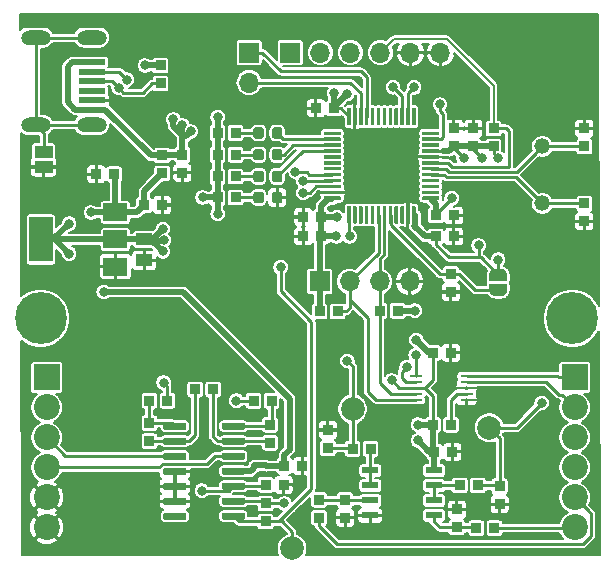
<source format=gtl>
G04 #@! TF.GenerationSoftware,KiCad,Pcbnew,(5.1.2-1)-1*
G04 #@! TF.CreationDate,2019-05-13T23:44:12-03:00*
G04 #@! TF.ProjectId,Capivara,43617069-7661-4726-912e-6b696361645f,rev?*
G04 #@! TF.SameCoordinates,Original*
G04 #@! TF.FileFunction,Copper,L1,Top*
G04 #@! TF.FilePolarity,Positive*
%FSLAX46Y46*%
G04 Gerber Fmt 4.6, Leading zero omitted, Abs format (unit mm)*
G04 Created by KiCad (PCBNEW (5.1.2-1)-1) date 2019-05-13 23:44:12*
%MOMM*%
%LPD*%
G04 APERTURE LIST*
%ADD10R,1.397000X1.016000*%
%ADD11O,1.700000X1.700000*%
%ADD12R,1.700000X1.700000*%
%ADD13C,2.000000*%
%ADD14C,4.400000*%
%ADD15R,0.889000X0.889000*%
%ADD16C,0.100000*%
%ADD17C,0.875000*%
%ADD18R,0.900000X0.900000*%
%ADD19C,2.200000*%
%ADD20R,2.200000X2.200000*%
%ADD21R,1.500000X1.000000*%
%ADD22C,0.500000*%
%ADD23C,0.300000*%
%ADD24R,2.000000X3.800000*%
%ADD25R,2.000000X1.500000*%
%ADD26C,0.600000*%
%ADD27R,1.399540X0.599440*%
%ADD28R,1.100000X0.250000*%
%ADD29R,2.300000X0.500000*%
%ADD30O,2.540000X1.270000*%
%ADD31C,1.320800*%
%ADD32C,0.800000*%
%ADD33C,0.200000*%
%ADD34C,0.500000*%
%ADD35C,0.250000*%
G04 APERTURE END LIST*
D10*
X39878000Y-64833500D03*
X39878000Y-63055500D03*
D11*
X48768000Y-49784000D03*
D12*
X48768000Y-47244000D03*
D13*
X52387500Y-89217500D03*
D14*
X76115000Y-69731000D03*
X31115000Y-69731000D03*
D15*
X66357500Y-85915500D03*
X66357500Y-87439500D03*
D16*
G36*
X49808191Y-59025553D02*
G01*
X49829426Y-59028703D01*
X49850250Y-59033919D01*
X49870462Y-59041151D01*
X49889868Y-59050330D01*
X49908281Y-59061366D01*
X49925524Y-59074154D01*
X49941430Y-59088570D01*
X49955846Y-59104476D01*
X49968634Y-59121719D01*
X49979670Y-59140132D01*
X49988849Y-59159538D01*
X49996081Y-59179750D01*
X50001297Y-59200574D01*
X50004447Y-59221809D01*
X50005500Y-59243250D01*
X50005500Y-59755750D01*
X50004447Y-59777191D01*
X50001297Y-59798426D01*
X49996081Y-59819250D01*
X49988849Y-59839462D01*
X49979670Y-59858868D01*
X49968634Y-59877281D01*
X49955846Y-59894524D01*
X49941430Y-59910430D01*
X49925524Y-59924846D01*
X49908281Y-59937634D01*
X49889868Y-59948670D01*
X49870462Y-59957849D01*
X49850250Y-59965081D01*
X49829426Y-59970297D01*
X49808191Y-59973447D01*
X49786750Y-59974500D01*
X49349250Y-59974500D01*
X49327809Y-59973447D01*
X49306574Y-59970297D01*
X49285750Y-59965081D01*
X49265538Y-59957849D01*
X49246132Y-59948670D01*
X49227719Y-59937634D01*
X49210476Y-59924846D01*
X49194570Y-59910430D01*
X49180154Y-59894524D01*
X49167366Y-59877281D01*
X49156330Y-59858868D01*
X49147151Y-59839462D01*
X49139919Y-59819250D01*
X49134703Y-59798426D01*
X49131553Y-59777191D01*
X49130500Y-59755750D01*
X49130500Y-59243250D01*
X49131553Y-59221809D01*
X49134703Y-59200574D01*
X49139919Y-59179750D01*
X49147151Y-59159538D01*
X49156330Y-59140132D01*
X49167366Y-59121719D01*
X49180154Y-59104476D01*
X49194570Y-59088570D01*
X49210476Y-59074154D01*
X49227719Y-59061366D01*
X49246132Y-59050330D01*
X49265538Y-59041151D01*
X49285750Y-59033919D01*
X49306574Y-59028703D01*
X49327809Y-59025553D01*
X49349250Y-59024500D01*
X49786750Y-59024500D01*
X49808191Y-59025553D01*
X49808191Y-59025553D01*
G37*
D17*
X49568000Y-59499500D03*
D16*
G36*
X51383191Y-59025553D02*
G01*
X51404426Y-59028703D01*
X51425250Y-59033919D01*
X51445462Y-59041151D01*
X51464868Y-59050330D01*
X51483281Y-59061366D01*
X51500524Y-59074154D01*
X51516430Y-59088570D01*
X51530846Y-59104476D01*
X51543634Y-59121719D01*
X51554670Y-59140132D01*
X51563849Y-59159538D01*
X51571081Y-59179750D01*
X51576297Y-59200574D01*
X51579447Y-59221809D01*
X51580500Y-59243250D01*
X51580500Y-59755750D01*
X51579447Y-59777191D01*
X51576297Y-59798426D01*
X51571081Y-59819250D01*
X51563849Y-59839462D01*
X51554670Y-59858868D01*
X51543634Y-59877281D01*
X51530846Y-59894524D01*
X51516430Y-59910430D01*
X51500524Y-59924846D01*
X51483281Y-59937634D01*
X51464868Y-59948670D01*
X51445462Y-59957849D01*
X51425250Y-59965081D01*
X51404426Y-59970297D01*
X51383191Y-59973447D01*
X51361750Y-59974500D01*
X50924250Y-59974500D01*
X50902809Y-59973447D01*
X50881574Y-59970297D01*
X50860750Y-59965081D01*
X50840538Y-59957849D01*
X50821132Y-59948670D01*
X50802719Y-59937634D01*
X50785476Y-59924846D01*
X50769570Y-59910430D01*
X50755154Y-59894524D01*
X50742366Y-59877281D01*
X50731330Y-59858868D01*
X50722151Y-59839462D01*
X50714919Y-59819250D01*
X50709703Y-59798426D01*
X50706553Y-59777191D01*
X50705500Y-59755750D01*
X50705500Y-59243250D01*
X50706553Y-59221809D01*
X50709703Y-59200574D01*
X50714919Y-59179750D01*
X50722151Y-59159538D01*
X50731330Y-59140132D01*
X50742366Y-59121719D01*
X50755154Y-59104476D01*
X50769570Y-59088570D01*
X50785476Y-59074154D01*
X50802719Y-59061366D01*
X50821132Y-59050330D01*
X50840538Y-59041151D01*
X50860750Y-59033919D01*
X50881574Y-59028703D01*
X50902809Y-59025553D01*
X50924250Y-59024500D01*
X51361750Y-59024500D01*
X51383191Y-59025553D01*
X51383191Y-59025553D01*
G37*
D17*
X51143000Y-59499500D03*
D16*
G36*
X49808191Y-57247553D02*
G01*
X49829426Y-57250703D01*
X49850250Y-57255919D01*
X49870462Y-57263151D01*
X49889868Y-57272330D01*
X49908281Y-57283366D01*
X49925524Y-57296154D01*
X49941430Y-57310570D01*
X49955846Y-57326476D01*
X49968634Y-57343719D01*
X49979670Y-57362132D01*
X49988849Y-57381538D01*
X49996081Y-57401750D01*
X50001297Y-57422574D01*
X50004447Y-57443809D01*
X50005500Y-57465250D01*
X50005500Y-57977750D01*
X50004447Y-57999191D01*
X50001297Y-58020426D01*
X49996081Y-58041250D01*
X49988849Y-58061462D01*
X49979670Y-58080868D01*
X49968634Y-58099281D01*
X49955846Y-58116524D01*
X49941430Y-58132430D01*
X49925524Y-58146846D01*
X49908281Y-58159634D01*
X49889868Y-58170670D01*
X49870462Y-58179849D01*
X49850250Y-58187081D01*
X49829426Y-58192297D01*
X49808191Y-58195447D01*
X49786750Y-58196500D01*
X49349250Y-58196500D01*
X49327809Y-58195447D01*
X49306574Y-58192297D01*
X49285750Y-58187081D01*
X49265538Y-58179849D01*
X49246132Y-58170670D01*
X49227719Y-58159634D01*
X49210476Y-58146846D01*
X49194570Y-58132430D01*
X49180154Y-58116524D01*
X49167366Y-58099281D01*
X49156330Y-58080868D01*
X49147151Y-58061462D01*
X49139919Y-58041250D01*
X49134703Y-58020426D01*
X49131553Y-57999191D01*
X49130500Y-57977750D01*
X49130500Y-57465250D01*
X49131553Y-57443809D01*
X49134703Y-57422574D01*
X49139919Y-57401750D01*
X49147151Y-57381538D01*
X49156330Y-57362132D01*
X49167366Y-57343719D01*
X49180154Y-57326476D01*
X49194570Y-57310570D01*
X49210476Y-57296154D01*
X49227719Y-57283366D01*
X49246132Y-57272330D01*
X49265538Y-57263151D01*
X49285750Y-57255919D01*
X49306574Y-57250703D01*
X49327809Y-57247553D01*
X49349250Y-57246500D01*
X49786750Y-57246500D01*
X49808191Y-57247553D01*
X49808191Y-57247553D01*
G37*
D17*
X49568000Y-57721500D03*
D16*
G36*
X51383191Y-57247553D02*
G01*
X51404426Y-57250703D01*
X51425250Y-57255919D01*
X51445462Y-57263151D01*
X51464868Y-57272330D01*
X51483281Y-57283366D01*
X51500524Y-57296154D01*
X51516430Y-57310570D01*
X51530846Y-57326476D01*
X51543634Y-57343719D01*
X51554670Y-57362132D01*
X51563849Y-57381538D01*
X51571081Y-57401750D01*
X51576297Y-57422574D01*
X51579447Y-57443809D01*
X51580500Y-57465250D01*
X51580500Y-57977750D01*
X51579447Y-57999191D01*
X51576297Y-58020426D01*
X51571081Y-58041250D01*
X51563849Y-58061462D01*
X51554670Y-58080868D01*
X51543634Y-58099281D01*
X51530846Y-58116524D01*
X51516430Y-58132430D01*
X51500524Y-58146846D01*
X51483281Y-58159634D01*
X51464868Y-58170670D01*
X51445462Y-58179849D01*
X51425250Y-58187081D01*
X51404426Y-58192297D01*
X51383191Y-58195447D01*
X51361750Y-58196500D01*
X50924250Y-58196500D01*
X50902809Y-58195447D01*
X50881574Y-58192297D01*
X50860750Y-58187081D01*
X50840538Y-58179849D01*
X50821132Y-58170670D01*
X50802719Y-58159634D01*
X50785476Y-58146846D01*
X50769570Y-58132430D01*
X50755154Y-58116524D01*
X50742366Y-58099281D01*
X50731330Y-58080868D01*
X50722151Y-58061462D01*
X50714919Y-58041250D01*
X50709703Y-58020426D01*
X50706553Y-57999191D01*
X50705500Y-57977750D01*
X50705500Y-57465250D01*
X50706553Y-57443809D01*
X50709703Y-57422574D01*
X50714919Y-57401750D01*
X50722151Y-57381538D01*
X50731330Y-57362132D01*
X50742366Y-57343719D01*
X50755154Y-57326476D01*
X50769570Y-57310570D01*
X50785476Y-57296154D01*
X50802719Y-57283366D01*
X50821132Y-57272330D01*
X50840538Y-57263151D01*
X50860750Y-57255919D01*
X50881574Y-57250703D01*
X50902809Y-57247553D01*
X50924250Y-57246500D01*
X51361750Y-57246500D01*
X51383191Y-57247553D01*
X51383191Y-57247553D01*
G37*
D17*
X51143000Y-57721500D03*
D16*
G36*
X49808191Y-55406053D02*
G01*
X49829426Y-55409203D01*
X49850250Y-55414419D01*
X49870462Y-55421651D01*
X49889868Y-55430830D01*
X49908281Y-55441866D01*
X49925524Y-55454654D01*
X49941430Y-55469070D01*
X49955846Y-55484976D01*
X49968634Y-55502219D01*
X49979670Y-55520632D01*
X49988849Y-55540038D01*
X49996081Y-55560250D01*
X50001297Y-55581074D01*
X50004447Y-55602309D01*
X50005500Y-55623750D01*
X50005500Y-56136250D01*
X50004447Y-56157691D01*
X50001297Y-56178926D01*
X49996081Y-56199750D01*
X49988849Y-56219962D01*
X49979670Y-56239368D01*
X49968634Y-56257781D01*
X49955846Y-56275024D01*
X49941430Y-56290930D01*
X49925524Y-56305346D01*
X49908281Y-56318134D01*
X49889868Y-56329170D01*
X49870462Y-56338349D01*
X49850250Y-56345581D01*
X49829426Y-56350797D01*
X49808191Y-56353947D01*
X49786750Y-56355000D01*
X49349250Y-56355000D01*
X49327809Y-56353947D01*
X49306574Y-56350797D01*
X49285750Y-56345581D01*
X49265538Y-56338349D01*
X49246132Y-56329170D01*
X49227719Y-56318134D01*
X49210476Y-56305346D01*
X49194570Y-56290930D01*
X49180154Y-56275024D01*
X49167366Y-56257781D01*
X49156330Y-56239368D01*
X49147151Y-56219962D01*
X49139919Y-56199750D01*
X49134703Y-56178926D01*
X49131553Y-56157691D01*
X49130500Y-56136250D01*
X49130500Y-55623750D01*
X49131553Y-55602309D01*
X49134703Y-55581074D01*
X49139919Y-55560250D01*
X49147151Y-55540038D01*
X49156330Y-55520632D01*
X49167366Y-55502219D01*
X49180154Y-55484976D01*
X49194570Y-55469070D01*
X49210476Y-55454654D01*
X49227719Y-55441866D01*
X49246132Y-55430830D01*
X49265538Y-55421651D01*
X49285750Y-55414419D01*
X49306574Y-55409203D01*
X49327809Y-55406053D01*
X49349250Y-55405000D01*
X49786750Y-55405000D01*
X49808191Y-55406053D01*
X49808191Y-55406053D01*
G37*
D17*
X49568000Y-55880000D03*
D16*
G36*
X51383191Y-55406053D02*
G01*
X51404426Y-55409203D01*
X51425250Y-55414419D01*
X51445462Y-55421651D01*
X51464868Y-55430830D01*
X51483281Y-55441866D01*
X51500524Y-55454654D01*
X51516430Y-55469070D01*
X51530846Y-55484976D01*
X51543634Y-55502219D01*
X51554670Y-55520632D01*
X51563849Y-55540038D01*
X51571081Y-55560250D01*
X51576297Y-55581074D01*
X51579447Y-55602309D01*
X51580500Y-55623750D01*
X51580500Y-56136250D01*
X51579447Y-56157691D01*
X51576297Y-56178926D01*
X51571081Y-56199750D01*
X51563849Y-56219962D01*
X51554670Y-56239368D01*
X51543634Y-56257781D01*
X51530846Y-56275024D01*
X51516430Y-56290930D01*
X51500524Y-56305346D01*
X51483281Y-56318134D01*
X51464868Y-56329170D01*
X51445462Y-56338349D01*
X51425250Y-56345581D01*
X51404426Y-56350797D01*
X51383191Y-56353947D01*
X51361750Y-56355000D01*
X50924250Y-56355000D01*
X50902809Y-56353947D01*
X50881574Y-56350797D01*
X50860750Y-56345581D01*
X50840538Y-56338349D01*
X50821132Y-56329170D01*
X50802719Y-56318134D01*
X50785476Y-56305346D01*
X50769570Y-56290930D01*
X50755154Y-56275024D01*
X50742366Y-56257781D01*
X50731330Y-56239368D01*
X50722151Y-56219962D01*
X50714919Y-56199750D01*
X50709703Y-56178926D01*
X50706553Y-56157691D01*
X50705500Y-56136250D01*
X50705500Y-55623750D01*
X50706553Y-55602309D01*
X50709703Y-55581074D01*
X50714919Y-55560250D01*
X50722151Y-55540038D01*
X50731330Y-55520632D01*
X50742366Y-55502219D01*
X50755154Y-55484976D01*
X50769570Y-55469070D01*
X50785476Y-55454654D01*
X50802719Y-55441866D01*
X50821132Y-55430830D01*
X50840538Y-55421651D01*
X50860750Y-55414419D01*
X50881574Y-55409203D01*
X50902809Y-55406053D01*
X50924250Y-55405000D01*
X51361750Y-55405000D01*
X51383191Y-55406053D01*
X51383191Y-55406053D01*
G37*
D17*
X51143000Y-55880000D03*
D16*
G36*
X49808191Y-53564553D02*
G01*
X49829426Y-53567703D01*
X49850250Y-53572919D01*
X49870462Y-53580151D01*
X49889868Y-53589330D01*
X49908281Y-53600366D01*
X49925524Y-53613154D01*
X49941430Y-53627570D01*
X49955846Y-53643476D01*
X49968634Y-53660719D01*
X49979670Y-53679132D01*
X49988849Y-53698538D01*
X49996081Y-53718750D01*
X50001297Y-53739574D01*
X50004447Y-53760809D01*
X50005500Y-53782250D01*
X50005500Y-54294750D01*
X50004447Y-54316191D01*
X50001297Y-54337426D01*
X49996081Y-54358250D01*
X49988849Y-54378462D01*
X49979670Y-54397868D01*
X49968634Y-54416281D01*
X49955846Y-54433524D01*
X49941430Y-54449430D01*
X49925524Y-54463846D01*
X49908281Y-54476634D01*
X49889868Y-54487670D01*
X49870462Y-54496849D01*
X49850250Y-54504081D01*
X49829426Y-54509297D01*
X49808191Y-54512447D01*
X49786750Y-54513500D01*
X49349250Y-54513500D01*
X49327809Y-54512447D01*
X49306574Y-54509297D01*
X49285750Y-54504081D01*
X49265538Y-54496849D01*
X49246132Y-54487670D01*
X49227719Y-54476634D01*
X49210476Y-54463846D01*
X49194570Y-54449430D01*
X49180154Y-54433524D01*
X49167366Y-54416281D01*
X49156330Y-54397868D01*
X49147151Y-54378462D01*
X49139919Y-54358250D01*
X49134703Y-54337426D01*
X49131553Y-54316191D01*
X49130500Y-54294750D01*
X49130500Y-53782250D01*
X49131553Y-53760809D01*
X49134703Y-53739574D01*
X49139919Y-53718750D01*
X49147151Y-53698538D01*
X49156330Y-53679132D01*
X49167366Y-53660719D01*
X49180154Y-53643476D01*
X49194570Y-53627570D01*
X49210476Y-53613154D01*
X49227719Y-53600366D01*
X49246132Y-53589330D01*
X49265538Y-53580151D01*
X49285750Y-53572919D01*
X49306574Y-53567703D01*
X49327809Y-53564553D01*
X49349250Y-53563500D01*
X49786750Y-53563500D01*
X49808191Y-53564553D01*
X49808191Y-53564553D01*
G37*
D17*
X49568000Y-54038500D03*
D16*
G36*
X51383191Y-53564553D02*
G01*
X51404426Y-53567703D01*
X51425250Y-53572919D01*
X51445462Y-53580151D01*
X51464868Y-53589330D01*
X51483281Y-53600366D01*
X51500524Y-53613154D01*
X51516430Y-53627570D01*
X51530846Y-53643476D01*
X51543634Y-53660719D01*
X51554670Y-53679132D01*
X51563849Y-53698538D01*
X51571081Y-53718750D01*
X51576297Y-53739574D01*
X51579447Y-53760809D01*
X51580500Y-53782250D01*
X51580500Y-54294750D01*
X51579447Y-54316191D01*
X51576297Y-54337426D01*
X51571081Y-54358250D01*
X51563849Y-54378462D01*
X51554670Y-54397868D01*
X51543634Y-54416281D01*
X51530846Y-54433524D01*
X51516430Y-54449430D01*
X51500524Y-54463846D01*
X51483281Y-54476634D01*
X51464868Y-54487670D01*
X51445462Y-54496849D01*
X51425250Y-54504081D01*
X51404426Y-54509297D01*
X51383191Y-54512447D01*
X51361750Y-54513500D01*
X50924250Y-54513500D01*
X50902809Y-54512447D01*
X50881574Y-54509297D01*
X50860750Y-54504081D01*
X50840538Y-54496849D01*
X50821132Y-54487670D01*
X50802719Y-54476634D01*
X50785476Y-54463846D01*
X50769570Y-54449430D01*
X50755154Y-54433524D01*
X50742366Y-54416281D01*
X50731330Y-54397868D01*
X50722151Y-54378462D01*
X50714919Y-54358250D01*
X50709703Y-54337426D01*
X50706553Y-54316191D01*
X50705500Y-54294750D01*
X50705500Y-53782250D01*
X50706553Y-53760809D01*
X50709703Y-53739574D01*
X50714919Y-53718750D01*
X50722151Y-53698538D01*
X50731330Y-53679132D01*
X50742366Y-53660719D01*
X50755154Y-53643476D01*
X50769570Y-53627570D01*
X50785476Y-53613154D01*
X50802719Y-53600366D01*
X50821132Y-53589330D01*
X50840538Y-53580151D01*
X50860750Y-53572919D01*
X50881574Y-53567703D01*
X50902809Y-53564553D01*
X50924250Y-53563500D01*
X51361750Y-53563500D01*
X51383191Y-53564553D01*
X51383191Y-53564553D01*
G37*
D17*
X51143000Y-54038500D03*
D15*
X53340000Y-62801500D03*
X54864000Y-62801500D03*
X53340000Y-61150500D03*
X54864000Y-61150500D03*
X54419500Y-51943000D03*
X55943500Y-51943000D03*
X64579500Y-61023500D03*
X66103500Y-61023500D03*
X64579500Y-62801500D03*
X66103500Y-62801500D03*
X77152500Y-61531500D03*
X77152500Y-60007500D03*
X77152500Y-55181500D03*
X77152500Y-53657500D03*
X43116500Y-57404000D03*
X43116500Y-55880000D03*
X35814000Y-57531000D03*
X37338000Y-57531000D03*
X39878000Y-60134500D03*
X41402000Y-60134500D03*
X66103500Y-53657500D03*
X66103500Y-55181500D03*
X67754500Y-53657500D03*
X67754500Y-55181500D03*
X64325500Y-72644000D03*
X65849500Y-72644000D03*
D18*
X55435500Y-79184500D03*
X55435500Y-80708500D03*
X69977000Y-83947000D03*
X69977000Y-85471000D03*
D15*
X65976500Y-81026000D03*
X64452500Y-81026000D03*
X51752500Y-82232500D03*
X53276500Y-82232500D03*
X41402000Y-55943500D03*
X41402000Y-57467500D03*
D12*
X54737000Y-66611500D03*
D11*
X57277000Y-66611500D03*
X59817000Y-66611500D03*
X62357000Y-66611500D03*
D12*
X52260500Y-47244000D03*
D11*
X54800500Y-47244000D03*
X57340500Y-47244000D03*
X59880500Y-47244000D03*
X62420500Y-47244000D03*
X64960500Y-47244000D03*
D19*
X31623000Y-87439500D03*
X31623000Y-84899500D03*
X31623000Y-82359500D03*
X31623000Y-79819500D03*
X31623000Y-77279500D03*
D20*
X31623000Y-74739500D03*
X76327000Y-74739500D03*
D19*
X76327000Y-77279500D03*
X76327000Y-79819500D03*
X76327000Y-82359500D03*
X76327000Y-84899500D03*
X76327000Y-87439500D03*
D21*
X31369000Y-56911000D03*
X31369000Y-55611000D03*
D22*
X69850000Y-66040000D03*
D16*
G36*
X69100000Y-66540000D02*
G01*
X69100000Y-66040000D01*
X69100602Y-66040000D01*
X69100602Y-66015466D01*
X69105412Y-65966635D01*
X69114984Y-65918510D01*
X69129228Y-65871555D01*
X69148005Y-65826222D01*
X69171136Y-65782949D01*
X69198396Y-65742150D01*
X69229524Y-65704221D01*
X69264221Y-65669524D01*
X69302150Y-65638396D01*
X69342949Y-65611136D01*
X69386222Y-65588005D01*
X69431555Y-65569228D01*
X69478510Y-65554984D01*
X69526635Y-65545412D01*
X69575466Y-65540602D01*
X69600000Y-65540602D01*
X69600000Y-65540000D01*
X70100000Y-65540000D01*
X70100000Y-65540602D01*
X70124534Y-65540602D01*
X70173365Y-65545412D01*
X70221490Y-65554984D01*
X70268445Y-65569228D01*
X70313778Y-65588005D01*
X70357051Y-65611136D01*
X70397850Y-65638396D01*
X70435779Y-65669524D01*
X70470476Y-65704221D01*
X70501604Y-65742150D01*
X70528864Y-65782949D01*
X70551995Y-65826222D01*
X70570772Y-65871555D01*
X70585016Y-65918510D01*
X70594588Y-65966635D01*
X70599398Y-66015466D01*
X70599398Y-66040000D01*
X70600000Y-66040000D01*
X70600000Y-66540000D01*
X69100000Y-66540000D01*
X69100000Y-66540000D01*
G37*
D22*
X69850000Y-67340000D03*
D16*
G36*
X70599398Y-67340000D02*
G01*
X70599398Y-67364534D01*
X70594588Y-67413365D01*
X70585016Y-67461490D01*
X70570772Y-67508445D01*
X70551995Y-67553778D01*
X70528864Y-67597051D01*
X70501604Y-67637850D01*
X70470476Y-67675779D01*
X70435779Y-67710476D01*
X70397850Y-67741604D01*
X70357051Y-67768864D01*
X70313778Y-67791995D01*
X70268445Y-67810772D01*
X70221490Y-67825016D01*
X70173365Y-67834588D01*
X70124534Y-67839398D01*
X70100000Y-67839398D01*
X70100000Y-67840000D01*
X69600000Y-67840000D01*
X69600000Y-67839398D01*
X69575466Y-67839398D01*
X69526635Y-67834588D01*
X69478510Y-67825016D01*
X69431555Y-67810772D01*
X69386222Y-67791995D01*
X69342949Y-67768864D01*
X69302150Y-67741604D01*
X69264221Y-67710476D01*
X69229524Y-67675779D01*
X69198396Y-67637850D01*
X69171136Y-67597051D01*
X69148005Y-67553778D01*
X69129228Y-67508445D01*
X69114984Y-67461490D01*
X69105412Y-67413365D01*
X69100602Y-67364534D01*
X69100602Y-67340000D01*
X69100000Y-67340000D01*
X69100000Y-66840000D01*
X70600000Y-66840000D01*
X70600000Y-67340000D01*
X70599398Y-67340000D01*
X70599398Y-67340000D01*
G37*
D15*
X65849500Y-65976500D03*
X65849500Y-67500500D03*
X69469000Y-55181500D03*
X69469000Y-53657500D03*
X41275000Y-48323500D03*
X41275000Y-49847500D03*
X59817000Y-69088000D03*
X61341000Y-69088000D03*
X54737000Y-69151500D03*
X56261000Y-69151500D03*
X50165000Y-83820000D03*
X51689000Y-83820000D03*
X50165000Y-86931500D03*
X50165000Y-85407500D03*
X65849500Y-78740000D03*
X64325500Y-78740000D03*
X57531000Y-80772000D03*
X59055000Y-80772000D03*
X66611500Y-83883500D03*
X68135500Y-83883500D03*
X41846500Y-76708000D03*
X40322500Y-76708000D03*
X50673000Y-76708000D03*
X49149000Y-76708000D03*
X40322500Y-80137000D03*
X40322500Y-78613000D03*
X45720000Y-75755500D03*
X44196000Y-75755500D03*
X50546000Y-78740000D03*
X50546000Y-80264000D03*
X56896000Y-85090000D03*
X56896000Y-86614000D03*
X54673500Y-85090000D03*
X54673500Y-86614000D03*
X68008500Y-87503000D03*
X69532500Y-87503000D03*
X47625000Y-54038500D03*
X46101000Y-54038500D03*
X47625000Y-55880000D03*
X46101000Y-55880000D03*
X47625000Y-57721500D03*
X46101000Y-57721500D03*
X47625000Y-59499500D03*
X46101000Y-59499500D03*
D13*
X57531000Y-77406500D03*
X69088000Y-78994000D03*
D16*
G36*
X64804851Y-59412861D02*
G01*
X64812132Y-59413941D01*
X64819271Y-59415729D01*
X64826201Y-59418209D01*
X64832855Y-59421356D01*
X64839168Y-59425140D01*
X64845079Y-59429524D01*
X64850533Y-59434467D01*
X64855476Y-59439921D01*
X64859860Y-59445832D01*
X64863644Y-59452145D01*
X64866791Y-59458799D01*
X64869271Y-59465729D01*
X64871059Y-59472868D01*
X64872139Y-59480149D01*
X64872500Y-59487500D01*
X64872500Y-59637500D01*
X64872139Y-59644851D01*
X64871059Y-59652132D01*
X64869271Y-59659271D01*
X64866791Y-59666201D01*
X64863644Y-59672855D01*
X64859860Y-59679168D01*
X64855476Y-59685079D01*
X64850533Y-59690533D01*
X64845079Y-59695476D01*
X64839168Y-59699860D01*
X64832855Y-59703644D01*
X64826201Y-59706791D01*
X64819271Y-59709271D01*
X64812132Y-59711059D01*
X64804851Y-59712139D01*
X64797500Y-59712500D01*
X63472500Y-59712500D01*
X63465149Y-59712139D01*
X63457868Y-59711059D01*
X63450729Y-59709271D01*
X63443799Y-59706791D01*
X63437145Y-59703644D01*
X63430832Y-59699860D01*
X63424921Y-59695476D01*
X63419467Y-59690533D01*
X63414524Y-59685079D01*
X63410140Y-59679168D01*
X63406356Y-59672855D01*
X63403209Y-59666201D01*
X63400729Y-59659271D01*
X63398941Y-59652132D01*
X63397861Y-59644851D01*
X63397500Y-59637500D01*
X63397500Y-59487500D01*
X63397861Y-59480149D01*
X63398941Y-59472868D01*
X63400729Y-59465729D01*
X63403209Y-59458799D01*
X63406356Y-59452145D01*
X63410140Y-59445832D01*
X63414524Y-59439921D01*
X63419467Y-59434467D01*
X63424921Y-59429524D01*
X63430832Y-59425140D01*
X63437145Y-59421356D01*
X63443799Y-59418209D01*
X63450729Y-59415729D01*
X63457868Y-59413941D01*
X63465149Y-59412861D01*
X63472500Y-59412500D01*
X64797500Y-59412500D01*
X64804851Y-59412861D01*
X64804851Y-59412861D01*
G37*
D23*
X64135000Y-59562500D03*
D16*
G36*
X64804851Y-58912861D02*
G01*
X64812132Y-58913941D01*
X64819271Y-58915729D01*
X64826201Y-58918209D01*
X64832855Y-58921356D01*
X64839168Y-58925140D01*
X64845079Y-58929524D01*
X64850533Y-58934467D01*
X64855476Y-58939921D01*
X64859860Y-58945832D01*
X64863644Y-58952145D01*
X64866791Y-58958799D01*
X64869271Y-58965729D01*
X64871059Y-58972868D01*
X64872139Y-58980149D01*
X64872500Y-58987500D01*
X64872500Y-59137500D01*
X64872139Y-59144851D01*
X64871059Y-59152132D01*
X64869271Y-59159271D01*
X64866791Y-59166201D01*
X64863644Y-59172855D01*
X64859860Y-59179168D01*
X64855476Y-59185079D01*
X64850533Y-59190533D01*
X64845079Y-59195476D01*
X64839168Y-59199860D01*
X64832855Y-59203644D01*
X64826201Y-59206791D01*
X64819271Y-59209271D01*
X64812132Y-59211059D01*
X64804851Y-59212139D01*
X64797500Y-59212500D01*
X63472500Y-59212500D01*
X63465149Y-59212139D01*
X63457868Y-59211059D01*
X63450729Y-59209271D01*
X63443799Y-59206791D01*
X63437145Y-59203644D01*
X63430832Y-59199860D01*
X63424921Y-59195476D01*
X63419467Y-59190533D01*
X63414524Y-59185079D01*
X63410140Y-59179168D01*
X63406356Y-59172855D01*
X63403209Y-59166201D01*
X63400729Y-59159271D01*
X63398941Y-59152132D01*
X63397861Y-59144851D01*
X63397500Y-59137500D01*
X63397500Y-58987500D01*
X63397861Y-58980149D01*
X63398941Y-58972868D01*
X63400729Y-58965729D01*
X63403209Y-58958799D01*
X63406356Y-58952145D01*
X63410140Y-58945832D01*
X63414524Y-58939921D01*
X63419467Y-58934467D01*
X63424921Y-58929524D01*
X63430832Y-58925140D01*
X63437145Y-58921356D01*
X63443799Y-58918209D01*
X63450729Y-58915729D01*
X63457868Y-58913941D01*
X63465149Y-58912861D01*
X63472500Y-58912500D01*
X64797500Y-58912500D01*
X64804851Y-58912861D01*
X64804851Y-58912861D01*
G37*
D23*
X64135000Y-59062500D03*
D16*
G36*
X64804851Y-58412861D02*
G01*
X64812132Y-58413941D01*
X64819271Y-58415729D01*
X64826201Y-58418209D01*
X64832855Y-58421356D01*
X64839168Y-58425140D01*
X64845079Y-58429524D01*
X64850533Y-58434467D01*
X64855476Y-58439921D01*
X64859860Y-58445832D01*
X64863644Y-58452145D01*
X64866791Y-58458799D01*
X64869271Y-58465729D01*
X64871059Y-58472868D01*
X64872139Y-58480149D01*
X64872500Y-58487500D01*
X64872500Y-58637500D01*
X64872139Y-58644851D01*
X64871059Y-58652132D01*
X64869271Y-58659271D01*
X64866791Y-58666201D01*
X64863644Y-58672855D01*
X64859860Y-58679168D01*
X64855476Y-58685079D01*
X64850533Y-58690533D01*
X64845079Y-58695476D01*
X64839168Y-58699860D01*
X64832855Y-58703644D01*
X64826201Y-58706791D01*
X64819271Y-58709271D01*
X64812132Y-58711059D01*
X64804851Y-58712139D01*
X64797500Y-58712500D01*
X63472500Y-58712500D01*
X63465149Y-58712139D01*
X63457868Y-58711059D01*
X63450729Y-58709271D01*
X63443799Y-58706791D01*
X63437145Y-58703644D01*
X63430832Y-58699860D01*
X63424921Y-58695476D01*
X63419467Y-58690533D01*
X63414524Y-58685079D01*
X63410140Y-58679168D01*
X63406356Y-58672855D01*
X63403209Y-58666201D01*
X63400729Y-58659271D01*
X63398941Y-58652132D01*
X63397861Y-58644851D01*
X63397500Y-58637500D01*
X63397500Y-58487500D01*
X63397861Y-58480149D01*
X63398941Y-58472868D01*
X63400729Y-58465729D01*
X63403209Y-58458799D01*
X63406356Y-58452145D01*
X63410140Y-58445832D01*
X63414524Y-58439921D01*
X63419467Y-58434467D01*
X63424921Y-58429524D01*
X63430832Y-58425140D01*
X63437145Y-58421356D01*
X63443799Y-58418209D01*
X63450729Y-58415729D01*
X63457868Y-58413941D01*
X63465149Y-58412861D01*
X63472500Y-58412500D01*
X64797500Y-58412500D01*
X64804851Y-58412861D01*
X64804851Y-58412861D01*
G37*
D23*
X64135000Y-58562500D03*
D16*
G36*
X64804851Y-57912861D02*
G01*
X64812132Y-57913941D01*
X64819271Y-57915729D01*
X64826201Y-57918209D01*
X64832855Y-57921356D01*
X64839168Y-57925140D01*
X64845079Y-57929524D01*
X64850533Y-57934467D01*
X64855476Y-57939921D01*
X64859860Y-57945832D01*
X64863644Y-57952145D01*
X64866791Y-57958799D01*
X64869271Y-57965729D01*
X64871059Y-57972868D01*
X64872139Y-57980149D01*
X64872500Y-57987500D01*
X64872500Y-58137500D01*
X64872139Y-58144851D01*
X64871059Y-58152132D01*
X64869271Y-58159271D01*
X64866791Y-58166201D01*
X64863644Y-58172855D01*
X64859860Y-58179168D01*
X64855476Y-58185079D01*
X64850533Y-58190533D01*
X64845079Y-58195476D01*
X64839168Y-58199860D01*
X64832855Y-58203644D01*
X64826201Y-58206791D01*
X64819271Y-58209271D01*
X64812132Y-58211059D01*
X64804851Y-58212139D01*
X64797500Y-58212500D01*
X63472500Y-58212500D01*
X63465149Y-58212139D01*
X63457868Y-58211059D01*
X63450729Y-58209271D01*
X63443799Y-58206791D01*
X63437145Y-58203644D01*
X63430832Y-58199860D01*
X63424921Y-58195476D01*
X63419467Y-58190533D01*
X63414524Y-58185079D01*
X63410140Y-58179168D01*
X63406356Y-58172855D01*
X63403209Y-58166201D01*
X63400729Y-58159271D01*
X63398941Y-58152132D01*
X63397861Y-58144851D01*
X63397500Y-58137500D01*
X63397500Y-57987500D01*
X63397861Y-57980149D01*
X63398941Y-57972868D01*
X63400729Y-57965729D01*
X63403209Y-57958799D01*
X63406356Y-57952145D01*
X63410140Y-57945832D01*
X63414524Y-57939921D01*
X63419467Y-57934467D01*
X63424921Y-57929524D01*
X63430832Y-57925140D01*
X63437145Y-57921356D01*
X63443799Y-57918209D01*
X63450729Y-57915729D01*
X63457868Y-57913941D01*
X63465149Y-57912861D01*
X63472500Y-57912500D01*
X64797500Y-57912500D01*
X64804851Y-57912861D01*
X64804851Y-57912861D01*
G37*
D23*
X64135000Y-58062500D03*
D16*
G36*
X64804851Y-57412861D02*
G01*
X64812132Y-57413941D01*
X64819271Y-57415729D01*
X64826201Y-57418209D01*
X64832855Y-57421356D01*
X64839168Y-57425140D01*
X64845079Y-57429524D01*
X64850533Y-57434467D01*
X64855476Y-57439921D01*
X64859860Y-57445832D01*
X64863644Y-57452145D01*
X64866791Y-57458799D01*
X64869271Y-57465729D01*
X64871059Y-57472868D01*
X64872139Y-57480149D01*
X64872500Y-57487500D01*
X64872500Y-57637500D01*
X64872139Y-57644851D01*
X64871059Y-57652132D01*
X64869271Y-57659271D01*
X64866791Y-57666201D01*
X64863644Y-57672855D01*
X64859860Y-57679168D01*
X64855476Y-57685079D01*
X64850533Y-57690533D01*
X64845079Y-57695476D01*
X64839168Y-57699860D01*
X64832855Y-57703644D01*
X64826201Y-57706791D01*
X64819271Y-57709271D01*
X64812132Y-57711059D01*
X64804851Y-57712139D01*
X64797500Y-57712500D01*
X63472500Y-57712500D01*
X63465149Y-57712139D01*
X63457868Y-57711059D01*
X63450729Y-57709271D01*
X63443799Y-57706791D01*
X63437145Y-57703644D01*
X63430832Y-57699860D01*
X63424921Y-57695476D01*
X63419467Y-57690533D01*
X63414524Y-57685079D01*
X63410140Y-57679168D01*
X63406356Y-57672855D01*
X63403209Y-57666201D01*
X63400729Y-57659271D01*
X63398941Y-57652132D01*
X63397861Y-57644851D01*
X63397500Y-57637500D01*
X63397500Y-57487500D01*
X63397861Y-57480149D01*
X63398941Y-57472868D01*
X63400729Y-57465729D01*
X63403209Y-57458799D01*
X63406356Y-57452145D01*
X63410140Y-57445832D01*
X63414524Y-57439921D01*
X63419467Y-57434467D01*
X63424921Y-57429524D01*
X63430832Y-57425140D01*
X63437145Y-57421356D01*
X63443799Y-57418209D01*
X63450729Y-57415729D01*
X63457868Y-57413941D01*
X63465149Y-57412861D01*
X63472500Y-57412500D01*
X64797500Y-57412500D01*
X64804851Y-57412861D01*
X64804851Y-57412861D01*
G37*
D23*
X64135000Y-57562500D03*
D16*
G36*
X64804851Y-56912861D02*
G01*
X64812132Y-56913941D01*
X64819271Y-56915729D01*
X64826201Y-56918209D01*
X64832855Y-56921356D01*
X64839168Y-56925140D01*
X64845079Y-56929524D01*
X64850533Y-56934467D01*
X64855476Y-56939921D01*
X64859860Y-56945832D01*
X64863644Y-56952145D01*
X64866791Y-56958799D01*
X64869271Y-56965729D01*
X64871059Y-56972868D01*
X64872139Y-56980149D01*
X64872500Y-56987500D01*
X64872500Y-57137500D01*
X64872139Y-57144851D01*
X64871059Y-57152132D01*
X64869271Y-57159271D01*
X64866791Y-57166201D01*
X64863644Y-57172855D01*
X64859860Y-57179168D01*
X64855476Y-57185079D01*
X64850533Y-57190533D01*
X64845079Y-57195476D01*
X64839168Y-57199860D01*
X64832855Y-57203644D01*
X64826201Y-57206791D01*
X64819271Y-57209271D01*
X64812132Y-57211059D01*
X64804851Y-57212139D01*
X64797500Y-57212500D01*
X63472500Y-57212500D01*
X63465149Y-57212139D01*
X63457868Y-57211059D01*
X63450729Y-57209271D01*
X63443799Y-57206791D01*
X63437145Y-57203644D01*
X63430832Y-57199860D01*
X63424921Y-57195476D01*
X63419467Y-57190533D01*
X63414524Y-57185079D01*
X63410140Y-57179168D01*
X63406356Y-57172855D01*
X63403209Y-57166201D01*
X63400729Y-57159271D01*
X63398941Y-57152132D01*
X63397861Y-57144851D01*
X63397500Y-57137500D01*
X63397500Y-56987500D01*
X63397861Y-56980149D01*
X63398941Y-56972868D01*
X63400729Y-56965729D01*
X63403209Y-56958799D01*
X63406356Y-56952145D01*
X63410140Y-56945832D01*
X63414524Y-56939921D01*
X63419467Y-56934467D01*
X63424921Y-56929524D01*
X63430832Y-56925140D01*
X63437145Y-56921356D01*
X63443799Y-56918209D01*
X63450729Y-56915729D01*
X63457868Y-56913941D01*
X63465149Y-56912861D01*
X63472500Y-56912500D01*
X64797500Y-56912500D01*
X64804851Y-56912861D01*
X64804851Y-56912861D01*
G37*
D23*
X64135000Y-57062500D03*
D16*
G36*
X64804851Y-56412861D02*
G01*
X64812132Y-56413941D01*
X64819271Y-56415729D01*
X64826201Y-56418209D01*
X64832855Y-56421356D01*
X64839168Y-56425140D01*
X64845079Y-56429524D01*
X64850533Y-56434467D01*
X64855476Y-56439921D01*
X64859860Y-56445832D01*
X64863644Y-56452145D01*
X64866791Y-56458799D01*
X64869271Y-56465729D01*
X64871059Y-56472868D01*
X64872139Y-56480149D01*
X64872500Y-56487500D01*
X64872500Y-56637500D01*
X64872139Y-56644851D01*
X64871059Y-56652132D01*
X64869271Y-56659271D01*
X64866791Y-56666201D01*
X64863644Y-56672855D01*
X64859860Y-56679168D01*
X64855476Y-56685079D01*
X64850533Y-56690533D01*
X64845079Y-56695476D01*
X64839168Y-56699860D01*
X64832855Y-56703644D01*
X64826201Y-56706791D01*
X64819271Y-56709271D01*
X64812132Y-56711059D01*
X64804851Y-56712139D01*
X64797500Y-56712500D01*
X63472500Y-56712500D01*
X63465149Y-56712139D01*
X63457868Y-56711059D01*
X63450729Y-56709271D01*
X63443799Y-56706791D01*
X63437145Y-56703644D01*
X63430832Y-56699860D01*
X63424921Y-56695476D01*
X63419467Y-56690533D01*
X63414524Y-56685079D01*
X63410140Y-56679168D01*
X63406356Y-56672855D01*
X63403209Y-56666201D01*
X63400729Y-56659271D01*
X63398941Y-56652132D01*
X63397861Y-56644851D01*
X63397500Y-56637500D01*
X63397500Y-56487500D01*
X63397861Y-56480149D01*
X63398941Y-56472868D01*
X63400729Y-56465729D01*
X63403209Y-56458799D01*
X63406356Y-56452145D01*
X63410140Y-56445832D01*
X63414524Y-56439921D01*
X63419467Y-56434467D01*
X63424921Y-56429524D01*
X63430832Y-56425140D01*
X63437145Y-56421356D01*
X63443799Y-56418209D01*
X63450729Y-56415729D01*
X63457868Y-56413941D01*
X63465149Y-56412861D01*
X63472500Y-56412500D01*
X64797500Y-56412500D01*
X64804851Y-56412861D01*
X64804851Y-56412861D01*
G37*
D23*
X64135000Y-56562500D03*
D16*
G36*
X64804851Y-55912861D02*
G01*
X64812132Y-55913941D01*
X64819271Y-55915729D01*
X64826201Y-55918209D01*
X64832855Y-55921356D01*
X64839168Y-55925140D01*
X64845079Y-55929524D01*
X64850533Y-55934467D01*
X64855476Y-55939921D01*
X64859860Y-55945832D01*
X64863644Y-55952145D01*
X64866791Y-55958799D01*
X64869271Y-55965729D01*
X64871059Y-55972868D01*
X64872139Y-55980149D01*
X64872500Y-55987500D01*
X64872500Y-56137500D01*
X64872139Y-56144851D01*
X64871059Y-56152132D01*
X64869271Y-56159271D01*
X64866791Y-56166201D01*
X64863644Y-56172855D01*
X64859860Y-56179168D01*
X64855476Y-56185079D01*
X64850533Y-56190533D01*
X64845079Y-56195476D01*
X64839168Y-56199860D01*
X64832855Y-56203644D01*
X64826201Y-56206791D01*
X64819271Y-56209271D01*
X64812132Y-56211059D01*
X64804851Y-56212139D01*
X64797500Y-56212500D01*
X63472500Y-56212500D01*
X63465149Y-56212139D01*
X63457868Y-56211059D01*
X63450729Y-56209271D01*
X63443799Y-56206791D01*
X63437145Y-56203644D01*
X63430832Y-56199860D01*
X63424921Y-56195476D01*
X63419467Y-56190533D01*
X63414524Y-56185079D01*
X63410140Y-56179168D01*
X63406356Y-56172855D01*
X63403209Y-56166201D01*
X63400729Y-56159271D01*
X63398941Y-56152132D01*
X63397861Y-56144851D01*
X63397500Y-56137500D01*
X63397500Y-55987500D01*
X63397861Y-55980149D01*
X63398941Y-55972868D01*
X63400729Y-55965729D01*
X63403209Y-55958799D01*
X63406356Y-55952145D01*
X63410140Y-55945832D01*
X63414524Y-55939921D01*
X63419467Y-55934467D01*
X63424921Y-55929524D01*
X63430832Y-55925140D01*
X63437145Y-55921356D01*
X63443799Y-55918209D01*
X63450729Y-55915729D01*
X63457868Y-55913941D01*
X63465149Y-55912861D01*
X63472500Y-55912500D01*
X64797500Y-55912500D01*
X64804851Y-55912861D01*
X64804851Y-55912861D01*
G37*
D23*
X64135000Y-56062500D03*
D16*
G36*
X64804851Y-55412861D02*
G01*
X64812132Y-55413941D01*
X64819271Y-55415729D01*
X64826201Y-55418209D01*
X64832855Y-55421356D01*
X64839168Y-55425140D01*
X64845079Y-55429524D01*
X64850533Y-55434467D01*
X64855476Y-55439921D01*
X64859860Y-55445832D01*
X64863644Y-55452145D01*
X64866791Y-55458799D01*
X64869271Y-55465729D01*
X64871059Y-55472868D01*
X64872139Y-55480149D01*
X64872500Y-55487500D01*
X64872500Y-55637500D01*
X64872139Y-55644851D01*
X64871059Y-55652132D01*
X64869271Y-55659271D01*
X64866791Y-55666201D01*
X64863644Y-55672855D01*
X64859860Y-55679168D01*
X64855476Y-55685079D01*
X64850533Y-55690533D01*
X64845079Y-55695476D01*
X64839168Y-55699860D01*
X64832855Y-55703644D01*
X64826201Y-55706791D01*
X64819271Y-55709271D01*
X64812132Y-55711059D01*
X64804851Y-55712139D01*
X64797500Y-55712500D01*
X63472500Y-55712500D01*
X63465149Y-55712139D01*
X63457868Y-55711059D01*
X63450729Y-55709271D01*
X63443799Y-55706791D01*
X63437145Y-55703644D01*
X63430832Y-55699860D01*
X63424921Y-55695476D01*
X63419467Y-55690533D01*
X63414524Y-55685079D01*
X63410140Y-55679168D01*
X63406356Y-55672855D01*
X63403209Y-55666201D01*
X63400729Y-55659271D01*
X63398941Y-55652132D01*
X63397861Y-55644851D01*
X63397500Y-55637500D01*
X63397500Y-55487500D01*
X63397861Y-55480149D01*
X63398941Y-55472868D01*
X63400729Y-55465729D01*
X63403209Y-55458799D01*
X63406356Y-55452145D01*
X63410140Y-55445832D01*
X63414524Y-55439921D01*
X63419467Y-55434467D01*
X63424921Y-55429524D01*
X63430832Y-55425140D01*
X63437145Y-55421356D01*
X63443799Y-55418209D01*
X63450729Y-55415729D01*
X63457868Y-55413941D01*
X63465149Y-55412861D01*
X63472500Y-55412500D01*
X64797500Y-55412500D01*
X64804851Y-55412861D01*
X64804851Y-55412861D01*
G37*
D23*
X64135000Y-55562500D03*
D16*
G36*
X64804851Y-54912861D02*
G01*
X64812132Y-54913941D01*
X64819271Y-54915729D01*
X64826201Y-54918209D01*
X64832855Y-54921356D01*
X64839168Y-54925140D01*
X64845079Y-54929524D01*
X64850533Y-54934467D01*
X64855476Y-54939921D01*
X64859860Y-54945832D01*
X64863644Y-54952145D01*
X64866791Y-54958799D01*
X64869271Y-54965729D01*
X64871059Y-54972868D01*
X64872139Y-54980149D01*
X64872500Y-54987500D01*
X64872500Y-55137500D01*
X64872139Y-55144851D01*
X64871059Y-55152132D01*
X64869271Y-55159271D01*
X64866791Y-55166201D01*
X64863644Y-55172855D01*
X64859860Y-55179168D01*
X64855476Y-55185079D01*
X64850533Y-55190533D01*
X64845079Y-55195476D01*
X64839168Y-55199860D01*
X64832855Y-55203644D01*
X64826201Y-55206791D01*
X64819271Y-55209271D01*
X64812132Y-55211059D01*
X64804851Y-55212139D01*
X64797500Y-55212500D01*
X63472500Y-55212500D01*
X63465149Y-55212139D01*
X63457868Y-55211059D01*
X63450729Y-55209271D01*
X63443799Y-55206791D01*
X63437145Y-55203644D01*
X63430832Y-55199860D01*
X63424921Y-55195476D01*
X63419467Y-55190533D01*
X63414524Y-55185079D01*
X63410140Y-55179168D01*
X63406356Y-55172855D01*
X63403209Y-55166201D01*
X63400729Y-55159271D01*
X63398941Y-55152132D01*
X63397861Y-55144851D01*
X63397500Y-55137500D01*
X63397500Y-54987500D01*
X63397861Y-54980149D01*
X63398941Y-54972868D01*
X63400729Y-54965729D01*
X63403209Y-54958799D01*
X63406356Y-54952145D01*
X63410140Y-54945832D01*
X63414524Y-54939921D01*
X63419467Y-54934467D01*
X63424921Y-54929524D01*
X63430832Y-54925140D01*
X63437145Y-54921356D01*
X63443799Y-54918209D01*
X63450729Y-54915729D01*
X63457868Y-54913941D01*
X63465149Y-54912861D01*
X63472500Y-54912500D01*
X64797500Y-54912500D01*
X64804851Y-54912861D01*
X64804851Y-54912861D01*
G37*
D23*
X64135000Y-55062500D03*
D16*
G36*
X64804851Y-54412861D02*
G01*
X64812132Y-54413941D01*
X64819271Y-54415729D01*
X64826201Y-54418209D01*
X64832855Y-54421356D01*
X64839168Y-54425140D01*
X64845079Y-54429524D01*
X64850533Y-54434467D01*
X64855476Y-54439921D01*
X64859860Y-54445832D01*
X64863644Y-54452145D01*
X64866791Y-54458799D01*
X64869271Y-54465729D01*
X64871059Y-54472868D01*
X64872139Y-54480149D01*
X64872500Y-54487500D01*
X64872500Y-54637500D01*
X64872139Y-54644851D01*
X64871059Y-54652132D01*
X64869271Y-54659271D01*
X64866791Y-54666201D01*
X64863644Y-54672855D01*
X64859860Y-54679168D01*
X64855476Y-54685079D01*
X64850533Y-54690533D01*
X64845079Y-54695476D01*
X64839168Y-54699860D01*
X64832855Y-54703644D01*
X64826201Y-54706791D01*
X64819271Y-54709271D01*
X64812132Y-54711059D01*
X64804851Y-54712139D01*
X64797500Y-54712500D01*
X63472500Y-54712500D01*
X63465149Y-54712139D01*
X63457868Y-54711059D01*
X63450729Y-54709271D01*
X63443799Y-54706791D01*
X63437145Y-54703644D01*
X63430832Y-54699860D01*
X63424921Y-54695476D01*
X63419467Y-54690533D01*
X63414524Y-54685079D01*
X63410140Y-54679168D01*
X63406356Y-54672855D01*
X63403209Y-54666201D01*
X63400729Y-54659271D01*
X63398941Y-54652132D01*
X63397861Y-54644851D01*
X63397500Y-54637500D01*
X63397500Y-54487500D01*
X63397861Y-54480149D01*
X63398941Y-54472868D01*
X63400729Y-54465729D01*
X63403209Y-54458799D01*
X63406356Y-54452145D01*
X63410140Y-54445832D01*
X63414524Y-54439921D01*
X63419467Y-54434467D01*
X63424921Y-54429524D01*
X63430832Y-54425140D01*
X63437145Y-54421356D01*
X63443799Y-54418209D01*
X63450729Y-54415729D01*
X63457868Y-54413941D01*
X63465149Y-54412861D01*
X63472500Y-54412500D01*
X64797500Y-54412500D01*
X64804851Y-54412861D01*
X64804851Y-54412861D01*
G37*
D23*
X64135000Y-54562500D03*
D16*
G36*
X64804851Y-53912861D02*
G01*
X64812132Y-53913941D01*
X64819271Y-53915729D01*
X64826201Y-53918209D01*
X64832855Y-53921356D01*
X64839168Y-53925140D01*
X64845079Y-53929524D01*
X64850533Y-53934467D01*
X64855476Y-53939921D01*
X64859860Y-53945832D01*
X64863644Y-53952145D01*
X64866791Y-53958799D01*
X64869271Y-53965729D01*
X64871059Y-53972868D01*
X64872139Y-53980149D01*
X64872500Y-53987500D01*
X64872500Y-54137500D01*
X64872139Y-54144851D01*
X64871059Y-54152132D01*
X64869271Y-54159271D01*
X64866791Y-54166201D01*
X64863644Y-54172855D01*
X64859860Y-54179168D01*
X64855476Y-54185079D01*
X64850533Y-54190533D01*
X64845079Y-54195476D01*
X64839168Y-54199860D01*
X64832855Y-54203644D01*
X64826201Y-54206791D01*
X64819271Y-54209271D01*
X64812132Y-54211059D01*
X64804851Y-54212139D01*
X64797500Y-54212500D01*
X63472500Y-54212500D01*
X63465149Y-54212139D01*
X63457868Y-54211059D01*
X63450729Y-54209271D01*
X63443799Y-54206791D01*
X63437145Y-54203644D01*
X63430832Y-54199860D01*
X63424921Y-54195476D01*
X63419467Y-54190533D01*
X63414524Y-54185079D01*
X63410140Y-54179168D01*
X63406356Y-54172855D01*
X63403209Y-54166201D01*
X63400729Y-54159271D01*
X63398941Y-54152132D01*
X63397861Y-54144851D01*
X63397500Y-54137500D01*
X63397500Y-53987500D01*
X63397861Y-53980149D01*
X63398941Y-53972868D01*
X63400729Y-53965729D01*
X63403209Y-53958799D01*
X63406356Y-53952145D01*
X63410140Y-53945832D01*
X63414524Y-53939921D01*
X63419467Y-53934467D01*
X63424921Y-53929524D01*
X63430832Y-53925140D01*
X63437145Y-53921356D01*
X63443799Y-53918209D01*
X63450729Y-53915729D01*
X63457868Y-53913941D01*
X63465149Y-53912861D01*
X63472500Y-53912500D01*
X64797500Y-53912500D01*
X64804851Y-53912861D01*
X64804851Y-53912861D01*
G37*
D23*
X64135000Y-54062500D03*
D16*
G36*
X62804851Y-51912861D02*
G01*
X62812132Y-51913941D01*
X62819271Y-51915729D01*
X62826201Y-51918209D01*
X62832855Y-51921356D01*
X62839168Y-51925140D01*
X62845079Y-51929524D01*
X62850533Y-51934467D01*
X62855476Y-51939921D01*
X62859860Y-51945832D01*
X62863644Y-51952145D01*
X62866791Y-51958799D01*
X62869271Y-51965729D01*
X62871059Y-51972868D01*
X62872139Y-51980149D01*
X62872500Y-51987500D01*
X62872500Y-53312500D01*
X62872139Y-53319851D01*
X62871059Y-53327132D01*
X62869271Y-53334271D01*
X62866791Y-53341201D01*
X62863644Y-53347855D01*
X62859860Y-53354168D01*
X62855476Y-53360079D01*
X62850533Y-53365533D01*
X62845079Y-53370476D01*
X62839168Y-53374860D01*
X62832855Y-53378644D01*
X62826201Y-53381791D01*
X62819271Y-53384271D01*
X62812132Y-53386059D01*
X62804851Y-53387139D01*
X62797500Y-53387500D01*
X62647500Y-53387500D01*
X62640149Y-53387139D01*
X62632868Y-53386059D01*
X62625729Y-53384271D01*
X62618799Y-53381791D01*
X62612145Y-53378644D01*
X62605832Y-53374860D01*
X62599921Y-53370476D01*
X62594467Y-53365533D01*
X62589524Y-53360079D01*
X62585140Y-53354168D01*
X62581356Y-53347855D01*
X62578209Y-53341201D01*
X62575729Y-53334271D01*
X62573941Y-53327132D01*
X62572861Y-53319851D01*
X62572500Y-53312500D01*
X62572500Y-51987500D01*
X62572861Y-51980149D01*
X62573941Y-51972868D01*
X62575729Y-51965729D01*
X62578209Y-51958799D01*
X62581356Y-51952145D01*
X62585140Y-51945832D01*
X62589524Y-51939921D01*
X62594467Y-51934467D01*
X62599921Y-51929524D01*
X62605832Y-51925140D01*
X62612145Y-51921356D01*
X62618799Y-51918209D01*
X62625729Y-51915729D01*
X62632868Y-51913941D01*
X62640149Y-51912861D01*
X62647500Y-51912500D01*
X62797500Y-51912500D01*
X62804851Y-51912861D01*
X62804851Y-51912861D01*
G37*
D23*
X62722500Y-52650000D03*
D16*
G36*
X62304851Y-51912861D02*
G01*
X62312132Y-51913941D01*
X62319271Y-51915729D01*
X62326201Y-51918209D01*
X62332855Y-51921356D01*
X62339168Y-51925140D01*
X62345079Y-51929524D01*
X62350533Y-51934467D01*
X62355476Y-51939921D01*
X62359860Y-51945832D01*
X62363644Y-51952145D01*
X62366791Y-51958799D01*
X62369271Y-51965729D01*
X62371059Y-51972868D01*
X62372139Y-51980149D01*
X62372500Y-51987500D01*
X62372500Y-53312500D01*
X62372139Y-53319851D01*
X62371059Y-53327132D01*
X62369271Y-53334271D01*
X62366791Y-53341201D01*
X62363644Y-53347855D01*
X62359860Y-53354168D01*
X62355476Y-53360079D01*
X62350533Y-53365533D01*
X62345079Y-53370476D01*
X62339168Y-53374860D01*
X62332855Y-53378644D01*
X62326201Y-53381791D01*
X62319271Y-53384271D01*
X62312132Y-53386059D01*
X62304851Y-53387139D01*
X62297500Y-53387500D01*
X62147500Y-53387500D01*
X62140149Y-53387139D01*
X62132868Y-53386059D01*
X62125729Y-53384271D01*
X62118799Y-53381791D01*
X62112145Y-53378644D01*
X62105832Y-53374860D01*
X62099921Y-53370476D01*
X62094467Y-53365533D01*
X62089524Y-53360079D01*
X62085140Y-53354168D01*
X62081356Y-53347855D01*
X62078209Y-53341201D01*
X62075729Y-53334271D01*
X62073941Y-53327132D01*
X62072861Y-53319851D01*
X62072500Y-53312500D01*
X62072500Y-51987500D01*
X62072861Y-51980149D01*
X62073941Y-51972868D01*
X62075729Y-51965729D01*
X62078209Y-51958799D01*
X62081356Y-51952145D01*
X62085140Y-51945832D01*
X62089524Y-51939921D01*
X62094467Y-51934467D01*
X62099921Y-51929524D01*
X62105832Y-51925140D01*
X62112145Y-51921356D01*
X62118799Y-51918209D01*
X62125729Y-51915729D01*
X62132868Y-51913941D01*
X62140149Y-51912861D01*
X62147500Y-51912500D01*
X62297500Y-51912500D01*
X62304851Y-51912861D01*
X62304851Y-51912861D01*
G37*
D23*
X62222500Y-52650000D03*
D16*
G36*
X61804851Y-51912861D02*
G01*
X61812132Y-51913941D01*
X61819271Y-51915729D01*
X61826201Y-51918209D01*
X61832855Y-51921356D01*
X61839168Y-51925140D01*
X61845079Y-51929524D01*
X61850533Y-51934467D01*
X61855476Y-51939921D01*
X61859860Y-51945832D01*
X61863644Y-51952145D01*
X61866791Y-51958799D01*
X61869271Y-51965729D01*
X61871059Y-51972868D01*
X61872139Y-51980149D01*
X61872500Y-51987500D01*
X61872500Y-53312500D01*
X61872139Y-53319851D01*
X61871059Y-53327132D01*
X61869271Y-53334271D01*
X61866791Y-53341201D01*
X61863644Y-53347855D01*
X61859860Y-53354168D01*
X61855476Y-53360079D01*
X61850533Y-53365533D01*
X61845079Y-53370476D01*
X61839168Y-53374860D01*
X61832855Y-53378644D01*
X61826201Y-53381791D01*
X61819271Y-53384271D01*
X61812132Y-53386059D01*
X61804851Y-53387139D01*
X61797500Y-53387500D01*
X61647500Y-53387500D01*
X61640149Y-53387139D01*
X61632868Y-53386059D01*
X61625729Y-53384271D01*
X61618799Y-53381791D01*
X61612145Y-53378644D01*
X61605832Y-53374860D01*
X61599921Y-53370476D01*
X61594467Y-53365533D01*
X61589524Y-53360079D01*
X61585140Y-53354168D01*
X61581356Y-53347855D01*
X61578209Y-53341201D01*
X61575729Y-53334271D01*
X61573941Y-53327132D01*
X61572861Y-53319851D01*
X61572500Y-53312500D01*
X61572500Y-51987500D01*
X61572861Y-51980149D01*
X61573941Y-51972868D01*
X61575729Y-51965729D01*
X61578209Y-51958799D01*
X61581356Y-51952145D01*
X61585140Y-51945832D01*
X61589524Y-51939921D01*
X61594467Y-51934467D01*
X61599921Y-51929524D01*
X61605832Y-51925140D01*
X61612145Y-51921356D01*
X61618799Y-51918209D01*
X61625729Y-51915729D01*
X61632868Y-51913941D01*
X61640149Y-51912861D01*
X61647500Y-51912500D01*
X61797500Y-51912500D01*
X61804851Y-51912861D01*
X61804851Y-51912861D01*
G37*
D23*
X61722500Y-52650000D03*
D16*
G36*
X61304851Y-51912861D02*
G01*
X61312132Y-51913941D01*
X61319271Y-51915729D01*
X61326201Y-51918209D01*
X61332855Y-51921356D01*
X61339168Y-51925140D01*
X61345079Y-51929524D01*
X61350533Y-51934467D01*
X61355476Y-51939921D01*
X61359860Y-51945832D01*
X61363644Y-51952145D01*
X61366791Y-51958799D01*
X61369271Y-51965729D01*
X61371059Y-51972868D01*
X61372139Y-51980149D01*
X61372500Y-51987500D01*
X61372500Y-53312500D01*
X61372139Y-53319851D01*
X61371059Y-53327132D01*
X61369271Y-53334271D01*
X61366791Y-53341201D01*
X61363644Y-53347855D01*
X61359860Y-53354168D01*
X61355476Y-53360079D01*
X61350533Y-53365533D01*
X61345079Y-53370476D01*
X61339168Y-53374860D01*
X61332855Y-53378644D01*
X61326201Y-53381791D01*
X61319271Y-53384271D01*
X61312132Y-53386059D01*
X61304851Y-53387139D01*
X61297500Y-53387500D01*
X61147500Y-53387500D01*
X61140149Y-53387139D01*
X61132868Y-53386059D01*
X61125729Y-53384271D01*
X61118799Y-53381791D01*
X61112145Y-53378644D01*
X61105832Y-53374860D01*
X61099921Y-53370476D01*
X61094467Y-53365533D01*
X61089524Y-53360079D01*
X61085140Y-53354168D01*
X61081356Y-53347855D01*
X61078209Y-53341201D01*
X61075729Y-53334271D01*
X61073941Y-53327132D01*
X61072861Y-53319851D01*
X61072500Y-53312500D01*
X61072500Y-51987500D01*
X61072861Y-51980149D01*
X61073941Y-51972868D01*
X61075729Y-51965729D01*
X61078209Y-51958799D01*
X61081356Y-51952145D01*
X61085140Y-51945832D01*
X61089524Y-51939921D01*
X61094467Y-51934467D01*
X61099921Y-51929524D01*
X61105832Y-51925140D01*
X61112145Y-51921356D01*
X61118799Y-51918209D01*
X61125729Y-51915729D01*
X61132868Y-51913941D01*
X61140149Y-51912861D01*
X61147500Y-51912500D01*
X61297500Y-51912500D01*
X61304851Y-51912861D01*
X61304851Y-51912861D01*
G37*
D23*
X61222500Y-52650000D03*
D16*
G36*
X60804851Y-51912861D02*
G01*
X60812132Y-51913941D01*
X60819271Y-51915729D01*
X60826201Y-51918209D01*
X60832855Y-51921356D01*
X60839168Y-51925140D01*
X60845079Y-51929524D01*
X60850533Y-51934467D01*
X60855476Y-51939921D01*
X60859860Y-51945832D01*
X60863644Y-51952145D01*
X60866791Y-51958799D01*
X60869271Y-51965729D01*
X60871059Y-51972868D01*
X60872139Y-51980149D01*
X60872500Y-51987500D01*
X60872500Y-53312500D01*
X60872139Y-53319851D01*
X60871059Y-53327132D01*
X60869271Y-53334271D01*
X60866791Y-53341201D01*
X60863644Y-53347855D01*
X60859860Y-53354168D01*
X60855476Y-53360079D01*
X60850533Y-53365533D01*
X60845079Y-53370476D01*
X60839168Y-53374860D01*
X60832855Y-53378644D01*
X60826201Y-53381791D01*
X60819271Y-53384271D01*
X60812132Y-53386059D01*
X60804851Y-53387139D01*
X60797500Y-53387500D01*
X60647500Y-53387500D01*
X60640149Y-53387139D01*
X60632868Y-53386059D01*
X60625729Y-53384271D01*
X60618799Y-53381791D01*
X60612145Y-53378644D01*
X60605832Y-53374860D01*
X60599921Y-53370476D01*
X60594467Y-53365533D01*
X60589524Y-53360079D01*
X60585140Y-53354168D01*
X60581356Y-53347855D01*
X60578209Y-53341201D01*
X60575729Y-53334271D01*
X60573941Y-53327132D01*
X60572861Y-53319851D01*
X60572500Y-53312500D01*
X60572500Y-51987500D01*
X60572861Y-51980149D01*
X60573941Y-51972868D01*
X60575729Y-51965729D01*
X60578209Y-51958799D01*
X60581356Y-51952145D01*
X60585140Y-51945832D01*
X60589524Y-51939921D01*
X60594467Y-51934467D01*
X60599921Y-51929524D01*
X60605832Y-51925140D01*
X60612145Y-51921356D01*
X60618799Y-51918209D01*
X60625729Y-51915729D01*
X60632868Y-51913941D01*
X60640149Y-51912861D01*
X60647500Y-51912500D01*
X60797500Y-51912500D01*
X60804851Y-51912861D01*
X60804851Y-51912861D01*
G37*
D23*
X60722500Y-52650000D03*
D16*
G36*
X60304851Y-51912861D02*
G01*
X60312132Y-51913941D01*
X60319271Y-51915729D01*
X60326201Y-51918209D01*
X60332855Y-51921356D01*
X60339168Y-51925140D01*
X60345079Y-51929524D01*
X60350533Y-51934467D01*
X60355476Y-51939921D01*
X60359860Y-51945832D01*
X60363644Y-51952145D01*
X60366791Y-51958799D01*
X60369271Y-51965729D01*
X60371059Y-51972868D01*
X60372139Y-51980149D01*
X60372500Y-51987500D01*
X60372500Y-53312500D01*
X60372139Y-53319851D01*
X60371059Y-53327132D01*
X60369271Y-53334271D01*
X60366791Y-53341201D01*
X60363644Y-53347855D01*
X60359860Y-53354168D01*
X60355476Y-53360079D01*
X60350533Y-53365533D01*
X60345079Y-53370476D01*
X60339168Y-53374860D01*
X60332855Y-53378644D01*
X60326201Y-53381791D01*
X60319271Y-53384271D01*
X60312132Y-53386059D01*
X60304851Y-53387139D01*
X60297500Y-53387500D01*
X60147500Y-53387500D01*
X60140149Y-53387139D01*
X60132868Y-53386059D01*
X60125729Y-53384271D01*
X60118799Y-53381791D01*
X60112145Y-53378644D01*
X60105832Y-53374860D01*
X60099921Y-53370476D01*
X60094467Y-53365533D01*
X60089524Y-53360079D01*
X60085140Y-53354168D01*
X60081356Y-53347855D01*
X60078209Y-53341201D01*
X60075729Y-53334271D01*
X60073941Y-53327132D01*
X60072861Y-53319851D01*
X60072500Y-53312500D01*
X60072500Y-51987500D01*
X60072861Y-51980149D01*
X60073941Y-51972868D01*
X60075729Y-51965729D01*
X60078209Y-51958799D01*
X60081356Y-51952145D01*
X60085140Y-51945832D01*
X60089524Y-51939921D01*
X60094467Y-51934467D01*
X60099921Y-51929524D01*
X60105832Y-51925140D01*
X60112145Y-51921356D01*
X60118799Y-51918209D01*
X60125729Y-51915729D01*
X60132868Y-51913941D01*
X60140149Y-51912861D01*
X60147500Y-51912500D01*
X60297500Y-51912500D01*
X60304851Y-51912861D01*
X60304851Y-51912861D01*
G37*
D23*
X60222500Y-52650000D03*
D16*
G36*
X59804851Y-51912861D02*
G01*
X59812132Y-51913941D01*
X59819271Y-51915729D01*
X59826201Y-51918209D01*
X59832855Y-51921356D01*
X59839168Y-51925140D01*
X59845079Y-51929524D01*
X59850533Y-51934467D01*
X59855476Y-51939921D01*
X59859860Y-51945832D01*
X59863644Y-51952145D01*
X59866791Y-51958799D01*
X59869271Y-51965729D01*
X59871059Y-51972868D01*
X59872139Y-51980149D01*
X59872500Y-51987500D01*
X59872500Y-53312500D01*
X59872139Y-53319851D01*
X59871059Y-53327132D01*
X59869271Y-53334271D01*
X59866791Y-53341201D01*
X59863644Y-53347855D01*
X59859860Y-53354168D01*
X59855476Y-53360079D01*
X59850533Y-53365533D01*
X59845079Y-53370476D01*
X59839168Y-53374860D01*
X59832855Y-53378644D01*
X59826201Y-53381791D01*
X59819271Y-53384271D01*
X59812132Y-53386059D01*
X59804851Y-53387139D01*
X59797500Y-53387500D01*
X59647500Y-53387500D01*
X59640149Y-53387139D01*
X59632868Y-53386059D01*
X59625729Y-53384271D01*
X59618799Y-53381791D01*
X59612145Y-53378644D01*
X59605832Y-53374860D01*
X59599921Y-53370476D01*
X59594467Y-53365533D01*
X59589524Y-53360079D01*
X59585140Y-53354168D01*
X59581356Y-53347855D01*
X59578209Y-53341201D01*
X59575729Y-53334271D01*
X59573941Y-53327132D01*
X59572861Y-53319851D01*
X59572500Y-53312500D01*
X59572500Y-51987500D01*
X59572861Y-51980149D01*
X59573941Y-51972868D01*
X59575729Y-51965729D01*
X59578209Y-51958799D01*
X59581356Y-51952145D01*
X59585140Y-51945832D01*
X59589524Y-51939921D01*
X59594467Y-51934467D01*
X59599921Y-51929524D01*
X59605832Y-51925140D01*
X59612145Y-51921356D01*
X59618799Y-51918209D01*
X59625729Y-51915729D01*
X59632868Y-51913941D01*
X59640149Y-51912861D01*
X59647500Y-51912500D01*
X59797500Y-51912500D01*
X59804851Y-51912861D01*
X59804851Y-51912861D01*
G37*
D23*
X59722500Y-52650000D03*
D16*
G36*
X59304851Y-51912861D02*
G01*
X59312132Y-51913941D01*
X59319271Y-51915729D01*
X59326201Y-51918209D01*
X59332855Y-51921356D01*
X59339168Y-51925140D01*
X59345079Y-51929524D01*
X59350533Y-51934467D01*
X59355476Y-51939921D01*
X59359860Y-51945832D01*
X59363644Y-51952145D01*
X59366791Y-51958799D01*
X59369271Y-51965729D01*
X59371059Y-51972868D01*
X59372139Y-51980149D01*
X59372500Y-51987500D01*
X59372500Y-53312500D01*
X59372139Y-53319851D01*
X59371059Y-53327132D01*
X59369271Y-53334271D01*
X59366791Y-53341201D01*
X59363644Y-53347855D01*
X59359860Y-53354168D01*
X59355476Y-53360079D01*
X59350533Y-53365533D01*
X59345079Y-53370476D01*
X59339168Y-53374860D01*
X59332855Y-53378644D01*
X59326201Y-53381791D01*
X59319271Y-53384271D01*
X59312132Y-53386059D01*
X59304851Y-53387139D01*
X59297500Y-53387500D01*
X59147500Y-53387500D01*
X59140149Y-53387139D01*
X59132868Y-53386059D01*
X59125729Y-53384271D01*
X59118799Y-53381791D01*
X59112145Y-53378644D01*
X59105832Y-53374860D01*
X59099921Y-53370476D01*
X59094467Y-53365533D01*
X59089524Y-53360079D01*
X59085140Y-53354168D01*
X59081356Y-53347855D01*
X59078209Y-53341201D01*
X59075729Y-53334271D01*
X59073941Y-53327132D01*
X59072861Y-53319851D01*
X59072500Y-53312500D01*
X59072500Y-51987500D01*
X59072861Y-51980149D01*
X59073941Y-51972868D01*
X59075729Y-51965729D01*
X59078209Y-51958799D01*
X59081356Y-51952145D01*
X59085140Y-51945832D01*
X59089524Y-51939921D01*
X59094467Y-51934467D01*
X59099921Y-51929524D01*
X59105832Y-51925140D01*
X59112145Y-51921356D01*
X59118799Y-51918209D01*
X59125729Y-51915729D01*
X59132868Y-51913941D01*
X59140149Y-51912861D01*
X59147500Y-51912500D01*
X59297500Y-51912500D01*
X59304851Y-51912861D01*
X59304851Y-51912861D01*
G37*
D23*
X59222500Y-52650000D03*
D16*
G36*
X58804851Y-51912861D02*
G01*
X58812132Y-51913941D01*
X58819271Y-51915729D01*
X58826201Y-51918209D01*
X58832855Y-51921356D01*
X58839168Y-51925140D01*
X58845079Y-51929524D01*
X58850533Y-51934467D01*
X58855476Y-51939921D01*
X58859860Y-51945832D01*
X58863644Y-51952145D01*
X58866791Y-51958799D01*
X58869271Y-51965729D01*
X58871059Y-51972868D01*
X58872139Y-51980149D01*
X58872500Y-51987500D01*
X58872500Y-53312500D01*
X58872139Y-53319851D01*
X58871059Y-53327132D01*
X58869271Y-53334271D01*
X58866791Y-53341201D01*
X58863644Y-53347855D01*
X58859860Y-53354168D01*
X58855476Y-53360079D01*
X58850533Y-53365533D01*
X58845079Y-53370476D01*
X58839168Y-53374860D01*
X58832855Y-53378644D01*
X58826201Y-53381791D01*
X58819271Y-53384271D01*
X58812132Y-53386059D01*
X58804851Y-53387139D01*
X58797500Y-53387500D01*
X58647500Y-53387500D01*
X58640149Y-53387139D01*
X58632868Y-53386059D01*
X58625729Y-53384271D01*
X58618799Y-53381791D01*
X58612145Y-53378644D01*
X58605832Y-53374860D01*
X58599921Y-53370476D01*
X58594467Y-53365533D01*
X58589524Y-53360079D01*
X58585140Y-53354168D01*
X58581356Y-53347855D01*
X58578209Y-53341201D01*
X58575729Y-53334271D01*
X58573941Y-53327132D01*
X58572861Y-53319851D01*
X58572500Y-53312500D01*
X58572500Y-51987500D01*
X58572861Y-51980149D01*
X58573941Y-51972868D01*
X58575729Y-51965729D01*
X58578209Y-51958799D01*
X58581356Y-51952145D01*
X58585140Y-51945832D01*
X58589524Y-51939921D01*
X58594467Y-51934467D01*
X58599921Y-51929524D01*
X58605832Y-51925140D01*
X58612145Y-51921356D01*
X58618799Y-51918209D01*
X58625729Y-51915729D01*
X58632868Y-51913941D01*
X58640149Y-51912861D01*
X58647500Y-51912500D01*
X58797500Y-51912500D01*
X58804851Y-51912861D01*
X58804851Y-51912861D01*
G37*
D23*
X58722500Y-52650000D03*
D16*
G36*
X58304851Y-51912861D02*
G01*
X58312132Y-51913941D01*
X58319271Y-51915729D01*
X58326201Y-51918209D01*
X58332855Y-51921356D01*
X58339168Y-51925140D01*
X58345079Y-51929524D01*
X58350533Y-51934467D01*
X58355476Y-51939921D01*
X58359860Y-51945832D01*
X58363644Y-51952145D01*
X58366791Y-51958799D01*
X58369271Y-51965729D01*
X58371059Y-51972868D01*
X58372139Y-51980149D01*
X58372500Y-51987500D01*
X58372500Y-53312500D01*
X58372139Y-53319851D01*
X58371059Y-53327132D01*
X58369271Y-53334271D01*
X58366791Y-53341201D01*
X58363644Y-53347855D01*
X58359860Y-53354168D01*
X58355476Y-53360079D01*
X58350533Y-53365533D01*
X58345079Y-53370476D01*
X58339168Y-53374860D01*
X58332855Y-53378644D01*
X58326201Y-53381791D01*
X58319271Y-53384271D01*
X58312132Y-53386059D01*
X58304851Y-53387139D01*
X58297500Y-53387500D01*
X58147500Y-53387500D01*
X58140149Y-53387139D01*
X58132868Y-53386059D01*
X58125729Y-53384271D01*
X58118799Y-53381791D01*
X58112145Y-53378644D01*
X58105832Y-53374860D01*
X58099921Y-53370476D01*
X58094467Y-53365533D01*
X58089524Y-53360079D01*
X58085140Y-53354168D01*
X58081356Y-53347855D01*
X58078209Y-53341201D01*
X58075729Y-53334271D01*
X58073941Y-53327132D01*
X58072861Y-53319851D01*
X58072500Y-53312500D01*
X58072500Y-51987500D01*
X58072861Y-51980149D01*
X58073941Y-51972868D01*
X58075729Y-51965729D01*
X58078209Y-51958799D01*
X58081356Y-51952145D01*
X58085140Y-51945832D01*
X58089524Y-51939921D01*
X58094467Y-51934467D01*
X58099921Y-51929524D01*
X58105832Y-51925140D01*
X58112145Y-51921356D01*
X58118799Y-51918209D01*
X58125729Y-51915729D01*
X58132868Y-51913941D01*
X58140149Y-51912861D01*
X58147500Y-51912500D01*
X58297500Y-51912500D01*
X58304851Y-51912861D01*
X58304851Y-51912861D01*
G37*
D23*
X58222500Y-52650000D03*
D16*
G36*
X57804851Y-51912861D02*
G01*
X57812132Y-51913941D01*
X57819271Y-51915729D01*
X57826201Y-51918209D01*
X57832855Y-51921356D01*
X57839168Y-51925140D01*
X57845079Y-51929524D01*
X57850533Y-51934467D01*
X57855476Y-51939921D01*
X57859860Y-51945832D01*
X57863644Y-51952145D01*
X57866791Y-51958799D01*
X57869271Y-51965729D01*
X57871059Y-51972868D01*
X57872139Y-51980149D01*
X57872500Y-51987500D01*
X57872500Y-53312500D01*
X57872139Y-53319851D01*
X57871059Y-53327132D01*
X57869271Y-53334271D01*
X57866791Y-53341201D01*
X57863644Y-53347855D01*
X57859860Y-53354168D01*
X57855476Y-53360079D01*
X57850533Y-53365533D01*
X57845079Y-53370476D01*
X57839168Y-53374860D01*
X57832855Y-53378644D01*
X57826201Y-53381791D01*
X57819271Y-53384271D01*
X57812132Y-53386059D01*
X57804851Y-53387139D01*
X57797500Y-53387500D01*
X57647500Y-53387500D01*
X57640149Y-53387139D01*
X57632868Y-53386059D01*
X57625729Y-53384271D01*
X57618799Y-53381791D01*
X57612145Y-53378644D01*
X57605832Y-53374860D01*
X57599921Y-53370476D01*
X57594467Y-53365533D01*
X57589524Y-53360079D01*
X57585140Y-53354168D01*
X57581356Y-53347855D01*
X57578209Y-53341201D01*
X57575729Y-53334271D01*
X57573941Y-53327132D01*
X57572861Y-53319851D01*
X57572500Y-53312500D01*
X57572500Y-51987500D01*
X57572861Y-51980149D01*
X57573941Y-51972868D01*
X57575729Y-51965729D01*
X57578209Y-51958799D01*
X57581356Y-51952145D01*
X57585140Y-51945832D01*
X57589524Y-51939921D01*
X57594467Y-51934467D01*
X57599921Y-51929524D01*
X57605832Y-51925140D01*
X57612145Y-51921356D01*
X57618799Y-51918209D01*
X57625729Y-51915729D01*
X57632868Y-51913941D01*
X57640149Y-51912861D01*
X57647500Y-51912500D01*
X57797500Y-51912500D01*
X57804851Y-51912861D01*
X57804851Y-51912861D01*
G37*
D23*
X57722500Y-52650000D03*
D16*
G36*
X57304851Y-51912861D02*
G01*
X57312132Y-51913941D01*
X57319271Y-51915729D01*
X57326201Y-51918209D01*
X57332855Y-51921356D01*
X57339168Y-51925140D01*
X57345079Y-51929524D01*
X57350533Y-51934467D01*
X57355476Y-51939921D01*
X57359860Y-51945832D01*
X57363644Y-51952145D01*
X57366791Y-51958799D01*
X57369271Y-51965729D01*
X57371059Y-51972868D01*
X57372139Y-51980149D01*
X57372500Y-51987500D01*
X57372500Y-53312500D01*
X57372139Y-53319851D01*
X57371059Y-53327132D01*
X57369271Y-53334271D01*
X57366791Y-53341201D01*
X57363644Y-53347855D01*
X57359860Y-53354168D01*
X57355476Y-53360079D01*
X57350533Y-53365533D01*
X57345079Y-53370476D01*
X57339168Y-53374860D01*
X57332855Y-53378644D01*
X57326201Y-53381791D01*
X57319271Y-53384271D01*
X57312132Y-53386059D01*
X57304851Y-53387139D01*
X57297500Y-53387500D01*
X57147500Y-53387500D01*
X57140149Y-53387139D01*
X57132868Y-53386059D01*
X57125729Y-53384271D01*
X57118799Y-53381791D01*
X57112145Y-53378644D01*
X57105832Y-53374860D01*
X57099921Y-53370476D01*
X57094467Y-53365533D01*
X57089524Y-53360079D01*
X57085140Y-53354168D01*
X57081356Y-53347855D01*
X57078209Y-53341201D01*
X57075729Y-53334271D01*
X57073941Y-53327132D01*
X57072861Y-53319851D01*
X57072500Y-53312500D01*
X57072500Y-51987500D01*
X57072861Y-51980149D01*
X57073941Y-51972868D01*
X57075729Y-51965729D01*
X57078209Y-51958799D01*
X57081356Y-51952145D01*
X57085140Y-51945832D01*
X57089524Y-51939921D01*
X57094467Y-51934467D01*
X57099921Y-51929524D01*
X57105832Y-51925140D01*
X57112145Y-51921356D01*
X57118799Y-51918209D01*
X57125729Y-51915729D01*
X57132868Y-51913941D01*
X57140149Y-51912861D01*
X57147500Y-51912500D01*
X57297500Y-51912500D01*
X57304851Y-51912861D01*
X57304851Y-51912861D01*
G37*
D23*
X57222500Y-52650000D03*
D16*
G36*
X56479851Y-53912861D02*
G01*
X56487132Y-53913941D01*
X56494271Y-53915729D01*
X56501201Y-53918209D01*
X56507855Y-53921356D01*
X56514168Y-53925140D01*
X56520079Y-53929524D01*
X56525533Y-53934467D01*
X56530476Y-53939921D01*
X56534860Y-53945832D01*
X56538644Y-53952145D01*
X56541791Y-53958799D01*
X56544271Y-53965729D01*
X56546059Y-53972868D01*
X56547139Y-53980149D01*
X56547500Y-53987500D01*
X56547500Y-54137500D01*
X56547139Y-54144851D01*
X56546059Y-54152132D01*
X56544271Y-54159271D01*
X56541791Y-54166201D01*
X56538644Y-54172855D01*
X56534860Y-54179168D01*
X56530476Y-54185079D01*
X56525533Y-54190533D01*
X56520079Y-54195476D01*
X56514168Y-54199860D01*
X56507855Y-54203644D01*
X56501201Y-54206791D01*
X56494271Y-54209271D01*
X56487132Y-54211059D01*
X56479851Y-54212139D01*
X56472500Y-54212500D01*
X55147500Y-54212500D01*
X55140149Y-54212139D01*
X55132868Y-54211059D01*
X55125729Y-54209271D01*
X55118799Y-54206791D01*
X55112145Y-54203644D01*
X55105832Y-54199860D01*
X55099921Y-54195476D01*
X55094467Y-54190533D01*
X55089524Y-54185079D01*
X55085140Y-54179168D01*
X55081356Y-54172855D01*
X55078209Y-54166201D01*
X55075729Y-54159271D01*
X55073941Y-54152132D01*
X55072861Y-54144851D01*
X55072500Y-54137500D01*
X55072500Y-53987500D01*
X55072861Y-53980149D01*
X55073941Y-53972868D01*
X55075729Y-53965729D01*
X55078209Y-53958799D01*
X55081356Y-53952145D01*
X55085140Y-53945832D01*
X55089524Y-53939921D01*
X55094467Y-53934467D01*
X55099921Y-53929524D01*
X55105832Y-53925140D01*
X55112145Y-53921356D01*
X55118799Y-53918209D01*
X55125729Y-53915729D01*
X55132868Y-53913941D01*
X55140149Y-53912861D01*
X55147500Y-53912500D01*
X56472500Y-53912500D01*
X56479851Y-53912861D01*
X56479851Y-53912861D01*
G37*
D23*
X55810000Y-54062500D03*
D16*
G36*
X56479851Y-54412861D02*
G01*
X56487132Y-54413941D01*
X56494271Y-54415729D01*
X56501201Y-54418209D01*
X56507855Y-54421356D01*
X56514168Y-54425140D01*
X56520079Y-54429524D01*
X56525533Y-54434467D01*
X56530476Y-54439921D01*
X56534860Y-54445832D01*
X56538644Y-54452145D01*
X56541791Y-54458799D01*
X56544271Y-54465729D01*
X56546059Y-54472868D01*
X56547139Y-54480149D01*
X56547500Y-54487500D01*
X56547500Y-54637500D01*
X56547139Y-54644851D01*
X56546059Y-54652132D01*
X56544271Y-54659271D01*
X56541791Y-54666201D01*
X56538644Y-54672855D01*
X56534860Y-54679168D01*
X56530476Y-54685079D01*
X56525533Y-54690533D01*
X56520079Y-54695476D01*
X56514168Y-54699860D01*
X56507855Y-54703644D01*
X56501201Y-54706791D01*
X56494271Y-54709271D01*
X56487132Y-54711059D01*
X56479851Y-54712139D01*
X56472500Y-54712500D01*
X55147500Y-54712500D01*
X55140149Y-54712139D01*
X55132868Y-54711059D01*
X55125729Y-54709271D01*
X55118799Y-54706791D01*
X55112145Y-54703644D01*
X55105832Y-54699860D01*
X55099921Y-54695476D01*
X55094467Y-54690533D01*
X55089524Y-54685079D01*
X55085140Y-54679168D01*
X55081356Y-54672855D01*
X55078209Y-54666201D01*
X55075729Y-54659271D01*
X55073941Y-54652132D01*
X55072861Y-54644851D01*
X55072500Y-54637500D01*
X55072500Y-54487500D01*
X55072861Y-54480149D01*
X55073941Y-54472868D01*
X55075729Y-54465729D01*
X55078209Y-54458799D01*
X55081356Y-54452145D01*
X55085140Y-54445832D01*
X55089524Y-54439921D01*
X55094467Y-54434467D01*
X55099921Y-54429524D01*
X55105832Y-54425140D01*
X55112145Y-54421356D01*
X55118799Y-54418209D01*
X55125729Y-54415729D01*
X55132868Y-54413941D01*
X55140149Y-54412861D01*
X55147500Y-54412500D01*
X56472500Y-54412500D01*
X56479851Y-54412861D01*
X56479851Y-54412861D01*
G37*
D23*
X55810000Y-54562500D03*
D16*
G36*
X56479851Y-54912861D02*
G01*
X56487132Y-54913941D01*
X56494271Y-54915729D01*
X56501201Y-54918209D01*
X56507855Y-54921356D01*
X56514168Y-54925140D01*
X56520079Y-54929524D01*
X56525533Y-54934467D01*
X56530476Y-54939921D01*
X56534860Y-54945832D01*
X56538644Y-54952145D01*
X56541791Y-54958799D01*
X56544271Y-54965729D01*
X56546059Y-54972868D01*
X56547139Y-54980149D01*
X56547500Y-54987500D01*
X56547500Y-55137500D01*
X56547139Y-55144851D01*
X56546059Y-55152132D01*
X56544271Y-55159271D01*
X56541791Y-55166201D01*
X56538644Y-55172855D01*
X56534860Y-55179168D01*
X56530476Y-55185079D01*
X56525533Y-55190533D01*
X56520079Y-55195476D01*
X56514168Y-55199860D01*
X56507855Y-55203644D01*
X56501201Y-55206791D01*
X56494271Y-55209271D01*
X56487132Y-55211059D01*
X56479851Y-55212139D01*
X56472500Y-55212500D01*
X55147500Y-55212500D01*
X55140149Y-55212139D01*
X55132868Y-55211059D01*
X55125729Y-55209271D01*
X55118799Y-55206791D01*
X55112145Y-55203644D01*
X55105832Y-55199860D01*
X55099921Y-55195476D01*
X55094467Y-55190533D01*
X55089524Y-55185079D01*
X55085140Y-55179168D01*
X55081356Y-55172855D01*
X55078209Y-55166201D01*
X55075729Y-55159271D01*
X55073941Y-55152132D01*
X55072861Y-55144851D01*
X55072500Y-55137500D01*
X55072500Y-54987500D01*
X55072861Y-54980149D01*
X55073941Y-54972868D01*
X55075729Y-54965729D01*
X55078209Y-54958799D01*
X55081356Y-54952145D01*
X55085140Y-54945832D01*
X55089524Y-54939921D01*
X55094467Y-54934467D01*
X55099921Y-54929524D01*
X55105832Y-54925140D01*
X55112145Y-54921356D01*
X55118799Y-54918209D01*
X55125729Y-54915729D01*
X55132868Y-54913941D01*
X55140149Y-54912861D01*
X55147500Y-54912500D01*
X56472500Y-54912500D01*
X56479851Y-54912861D01*
X56479851Y-54912861D01*
G37*
D23*
X55810000Y-55062500D03*
D16*
G36*
X56479851Y-55412861D02*
G01*
X56487132Y-55413941D01*
X56494271Y-55415729D01*
X56501201Y-55418209D01*
X56507855Y-55421356D01*
X56514168Y-55425140D01*
X56520079Y-55429524D01*
X56525533Y-55434467D01*
X56530476Y-55439921D01*
X56534860Y-55445832D01*
X56538644Y-55452145D01*
X56541791Y-55458799D01*
X56544271Y-55465729D01*
X56546059Y-55472868D01*
X56547139Y-55480149D01*
X56547500Y-55487500D01*
X56547500Y-55637500D01*
X56547139Y-55644851D01*
X56546059Y-55652132D01*
X56544271Y-55659271D01*
X56541791Y-55666201D01*
X56538644Y-55672855D01*
X56534860Y-55679168D01*
X56530476Y-55685079D01*
X56525533Y-55690533D01*
X56520079Y-55695476D01*
X56514168Y-55699860D01*
X56507855Y-55703644D01*
X56501201Y-55706791D01*
X56494271Y-55709271D01*
X56487132Y-55711059D01*
X56479851Y-55712139D01*
X56472500Y-55712500D01*
X55147500Y-55712500D01*
X55140149Y-55712139D01*
X55132868Y-55711059D01*
X55125729Y-55709271D01*
X55118799Y-55706791D01*
X55112145Y-55703644D01*
X55105832Y-55699860D01*
X55099921Y-55695476D01*
X55094467Y-55690533D01*
X55089524Y-55685079D01*
X55085140Y-55679168D01*
X55081356Y-55672855D01*
X55078209Y-55666201D01*
X55075729Y-55659271D01*
X55073941Y-55652132D01*
X55072861Y-55644851D01*
X55072500Y-55637500D01*
X55072500Y-55487500D01*
X55072861Y-55480149D01*
X55073941Y-55472868D01*
X55075729Y-55465729D01*
X55078209Y-55458799D01*
X55081356Y-55452145D01*
X55085140Y-55445832D01*
X55089524Y-55439921D01*
X55094467Y-55434467D01*
X55099921Y-55429524D01*
X55105832Y-55425140D01*
X55112145Y-55421356D01*
X55118799Y-55418209D01*
X55125729Y-55415729D01*
X55132868Y-55413941D01*
X55140149Y-55412861D01*
X55147500Y-55412500D01*
X56472500Y-55412500D01*
X56479851Y-55412861D01*
X56479851Y-55412861D01*
G37*
D23*
X55810000Y-55562500D03*
D16*
G36*
X56479851Y-55912861D02*
G01*
X56487132Y-55913941D01*
X56494271Y-55915729D01*
X56501201Y-55918209D01*
X56507855Y-55921356D01*
X56514168Y-55925140D01*
X56520079Y-55929524D01*
X56525533Y-55934467D01*
X56530476Y-55939921D01*
X56534860Y-55945832D01*
X56538644Y-55952145D01*
X56541791Y-55958799D01*
X56544271Y-55965729D01*
X56546059Y-55972868D01*
X56547139Y-55980149D01*
X56547500Y-55987500D01*
X56547500Y-56137500D01*
X56547139Y-56144851D01*
X56546059Y-56152132D01*
X56544271Y-56159271D01*
X56541791Y-56166201D01*
X56538644Y-56172855D01*
X56534860Y-56179168D01*
X56530476Y-56185079D01*
X56525533Y-56190533D01*
X56520079Y-56195476D01*
X56514168Y-56199860D01*
X56507855Y-56203644D01*
X56501201Y-56206791D01*
X56494271Y-56209271D01*
X56487132Y-56211059D01*
X56479851Y-56212139D01*
X56472500Y-56212500D01*
X55147500Y-56212500D01*
X55140149Y-56212139D01*
X55132868Y-56211059D01*
X55125729Y-56209271D01*
X55118799Y-56206791D01*
X55112145Y-56203644D01*
X55105832Y-56199860D01*
X55099921Y-56195476D01*
X55094467Y-56190533D01*
X55089524Y-56185079D01*
X55085140Y-56179168D01*
X55081356Y-56172855D01*
X55078209Y-56166201D01*
X55075729Y-56159271D01*
X55073941Y-56152132D01*
X55072861Y-56144851D01*
X55072500Y-56137500D01*
X55072500Y-55987500D01*
X55072861Y-55980149D01*
X55073941Y-55972868D01*
X55075729Y-55965729D01*
X55078209Y-55958799D01*
X55081356Y-55952145D01*
X55085140Y-55945832D01*
X55089524Y-55939921D01*
X55094467Y-55934467D01*
X55099921Y-55929524D01*
X55105832Y-55925140D01*
X55112145Y-55921356D01*
X55118799Y-55918209D01*
X55125729Y-55915729D01*
X55132868Y-55913941D01*
X55140149Y-55912861D01*
X55147500Y-55912500D01*
X56472500Y-55912500D01*
X56479851Y-55912861D01*
X56479851Y-55912861D01*
G37*
D23*
X55810000Y-56062500D03*
D16*
G36*
X56479851Y-56412861D02*
G01*
X56487132Y-56413941D01*
X56494271Y-56415729D01*
X56501201Y-56418209D01*
X56507855Y-56421356D01*
X56514168Y-56425140D01*
X56520079Y-56429524D01*
X56525533Y-56434467D01*
X56530476Y-56439921D01*
X56534860Y-56445832D01*
X56538644Y-56452145D01*
X56541791Y-56458799D01*
X56544271Y-56465729D01*
X56546059Y-56472868D01*
X56547139Y-56480149D01*
X56547500Y-56487500D01*
X56547500Y-56637500D01*
X56547139Y-56644851D01*
X56546059Y-56652132D01*
X56544271Y-56659271D01*
X56541791Y-56666201D01*
X56538644Y-56672855D01*
X56534860Y-56679168D01*
X56530476Y-56685079D01*
X56525533Y-56690533D01*
X56520079Y-56695476D01*
X56514168Y-56699860D01*
X56507855Y-56703644D01*
X56501201Y-56706791D01*
X56494271Y-56709271D01*
X56487132Y-56711059D01*
X56479851Y-56712139D01*
X56472500Y-56712500D01*
X55147500Y-56712500D01*
X55140149Y-56712139D01*
X55132868Y-56711059D01*
X55125729Y-56709271D01*
X55118799Y-56706791D01*
X55112145Y-56703644D01*
X55105832Y-56699860D01*
X55099921Y-56695476D01*
X55094467Y-56690533D01*
X55089524Y-56685079D01*
X55085140Y-56679168D01*
X55081356Y-56672855D01*
X55078209Y-56666201D01*
X55075729Y-56659271D01*
X55073941Y-56652132D01*
X55072861Y-56644851D01*
X55072500Y-56637500D01*
X55072500Y-56487500D01*
X55072861Y-56480149D01*
X55073941Y-56472868D01*
X55075729Y-56465729D01*
X55078209Y-56458799D01*
X55081356Y-56452145D01*
X55085140Y-56445832D01*
X55089524Y-56439921D01*
X55094467Y-56434467D01*
X55099921Y-56429524D01*
X55105832Y-56425140D01*
X55112145Y-56421356D01*
X55118799Y-56418209D01*
X55125729Y-56415729D01*
X55132868Y-56413941D01*
X55140149Y-56412861D01*
X55147500Y-56412500D01*
X56472500Y-56412500D01*
X56479851Y-56412861D01*
X56479851Y-56412861D01*
G37*
D23*
X55810000Y-56562500D03*
D16*
G36*
X56479851Y-56912861D02*
G01*
X56487132Y-56913941D01*
X56494271Y-56915729D01*
X56501201Y-56918209D01*
X56507855Y-56921356D01*
X56514168Y-56925140D01*
X56520079Y-56929524D01*
X56525533Y-56934467D01*
X56530476Y-56939921D01*
X56534860Y-56945832D01*
X56538644Y-56952145D01*
X56541791Y-56958799D01*
X56544271Y-56965729D01*
X56546059Y-56972868D01*
X56547139Y-56980149D01*
X56547500Y-56987500D01*
X56547500Y-57137500D01*
X56547139Y-57144851D01*
X56546059Y-57152132D01*
X56544271Y-57159271D01*
X56541791Y-57166201D01*
X56538644Y-57172855D01*
X56534860Y-57179168D01*
X56530476Y-57185079D01*
X56525533Y-57190533D01*
X56520079Y-57195476D01*
X56514168Y-57199860D01*
X56507855Y-57203644D01*
X56501201Y-57206791D01*
X56494271Y-57209271D01*
X56487132Y-57211059D01*
X56479851Y-57212139D01*
X56472500Y-57212500D01*
X55147500Y-57212500D01*
X55140149Y-57212139D01*
X55132868Y-57211059D01*
X55125729Y-57209271D01*
X55118799Y-57206791D01*
X55112145Y-57203644D01*
X55105832Y-57199860D01*
X55099921Y-57195476D01*
X55094467Y-57190533D01*
X55089524Y-57185079D01*
X55085140Y-57179168D01*
X55081356Y-57172855D01*
X55078209Y-57166201D01*
X55075729Y-57159271D01*
X55073941Y-57152132D01*
X55072861Y-57144851D01*
X55072500Y-57137500D01*
X55072500Y-56987500D01*
X55072861Y-56980149D01*
X55073941Y-56972868D01*
X55075729Y-56965729D01*
X55078209Y-56958799D01*
X55081356Y-56952145D01*
X55085140Y-56945832D01*
X55089524Y-56939921D01*
X55094467Y-56934467D01*
X55099921Y-56929524D01*
X55105832Y-56925140D01*
X55112145Y-56921356D01*
X55118799Y-56918209D01*
X55125729Y-56915729D01*
X55132868Y-56913941D01*
X55140149Y-56912861D01*
X55147500Y-56912500D01*
X56472500Y-56912500D01*
X56479851Y-56912861D01*
X56479851Y-56912861D01*
G37*
D23*
X55810000Y-57062500D03*
D16*
G36*
X56479851Y-57412861D02*
G01*
X56487132Y-57413941D01*
X56494271Y-57415729D01*
X56501201Y-57418209D01*
X56507855Y-57421356D01*
X56514168Y-57425140D01*
X56520079Y-57429524D01*
X56525533Y-57434467D01*
X56530476Y-57439921D01*
X56534860Y-57445832D01*
X56538644Y-57452145D01*
X56541791Y-57458799D01*
X56544271Y-57465729D01*
X56546059Y-57472868D01*
X56547139Y-57480149D01*
X56547500Y-57487500D01*
X56547500Y-57637500D01*
X56547139Y-57644851D01*
X56546059Y-57652132D01*
X56544271Y-57659271D01*
X56541791Y-57666201D01*
X56538644Y-57672855D01*
X56534860Y-57679168D01*
X56530476Y-57685079D01*
X56525533Y-57690533D01*
X56520079Y-57695476D01*
X56514168Y-57699860D01*
X56507855Y-57703644D01*
X56501201Y-57706791D01*
X56494271Y-57709271D01*
X56487132Y-57711059D01*
X56479851Y-57712139D01*
X56472500Y-57712500D01*
X55147500Y-57712500D01*
X55140149Y-57712139D01*
X55132868Y-57711059D01*
X55125729Y-57709271D01*
X55118799Y-57706791D01*
X55112145Y-57703644D01*
X55105832Y-57699860D01*
X55099921Y-57695476D01*
X55094467Y-57690533D01*
X55089524Y-57685079D01*
X55085140Y-57679168D01*
X55081356Y-57672855D01*
X55078209Y-57666201D01*
X55075729Y-57659271D01*
X55073941Y-57652132D01*
X55072861Y-57644851D01*
X55072500Y-57637500D01*
X55072500Y-57487500D01*
X55072861Y-57480149D01*
X55073941Y-57472868D01*
X55075729Y-57465729D01*
X55078209Y-57458799D01*
X55081356Y-57452145D01*
X55085140Y-57445832D01*
X55089524Y-57439921D01*
X55094467Y-57434467D01*
X55099921Y-57429524D01*
X55105832Y-57425140D01*
X55112145Y-57421356D01*
X55118799Y-57418209D01*
X55125729Y-57415729D01*
X55132868Y-57413941D01*
X55140149Y-57412861D01*
X55147500Y-57412500D01*
X56472500Y-57412500D01*
X56479851Y-57412861D01*
X56479851Y-57412861D01*
G37*
D23*
X55810000Y-57562500D03*
D16*
G36*
X56479851Y-57912861D02*
G01*
X56487132Y-57913941D01*
X56494271Y-57915729D01*
X56501201Y-57918209D01*
X56507855Y-57921356D01*
X56514168Y-57925140D01*
X56520079Y-57929524D01*
X56525533Y-57934467D01*
X56530476Y-57939921D01*
X56534860Y-57945832D01*
X56538644Y-57952145D01*
X56541791Y-57958799D01*
X56544271Y-57965729D01*
X56546059Y-57972868D01*
X56547139Y-57980149D01*
X56547500Y-57987500D01*
X56547500Y-58137500D01*
X56547139Y-58144851D01*
X56546059Y-58152132D01*
X56544271Y-58159271D01*
X56541791Y-58166201D01*
X56538644Y-58172855D01*
X56534860Y-58179168D01*
X56530476Y-58185079D01*
X56525533Y-58190533D01*
X56520079Y-58195476D01*
X56514168Y-58199860D01*
X56507855Y-58203644D01*
X56501201Y-58206791D01*
X56494271Y-58209271D01*
X56487132Y-58211059D01*
X56479851Y-58212139D01*
X56472500Y-58212500D01*
X55147500Y-58212500D01*
X55140149Y-58212139D01*
X55132868Y-58211059D01*
X55125729Y-58209271D01*
X55118799Y-58206791D01*
X55112145Y-58203644D01*
X55105832Y-58199860D01*
X55099921Y-58195476D01*
X55094467Y-58190533D01*
X55089524Y-58185079D01*
X55085140Y-58179168D01*
X55081356Y-58172855D01*
X55078209Y-58166201D01*
X55075729Y-58159271D01*
X55073941Y-58152132D01*
X55072861Y-58144851D01*
X55072500Y-58137500D01*
X55072500Y-57987500D01*
X55072861Y-57980149D01*
X55073941Y-57972868D01*
X55075729Y-57965729D01*
X55078209Y-57958799D01*
X55081356Y-57952145D01*
X55085140Y-57945832D01*
X55089524Y-57939921D01*
X55094467Y-57934467D01*
X55099921Y-57929524D01*
X55105832Y-57925140D01*
X55112145Y-57921356D01*
X55118799Y-57918209D01*
X55125729Y-57915729D01*
X55132868Y-57913941D01*
X55140149Y-57912861D01*
X55147500Y-57912500D01*
X56472500Y-57912500D01*
X56479851Y-57912861D01*
X56479851Y-57912861D01*
G37*
D23*
X55810000Y-58062500D03*
D16*
G36*
X56479851Y-58412861D02*
G01*
X56487132Y-58413941D01*
X56494271Y-58415729D01*
X56501201Y-58418209D01*
X56507855Y-58421356D01*
X56514168Y-58425140D01*
X56520079Y-58429524D01*
X56525533Y-58434467D01*
X56530476Y-58439921D01*
X56534860Y-58445832D01*
X56538644Y-58452145D01*
X56541791Y-58458799D01*
X56544271Y-58465729D01*
X56546059Y-58472868D01*
X56547139Y-58480149D01*
X56547500Y-58487500D01*
X56547500Y-58637500D01*
X56547139Y-58644851D01*
X56546059Y-58652132D01*
X56544271Y-58659271D01*
X56541791Y-58666201D01*
X56538644Y-58672855D01*
X56534860Y-58679168D01*
X56530476Y-58685079D01*
X56525533Y-58690533D01*
X56520079Y-58695476D01*
X56514168Y-58699860D01*
X56507855Y-58703644D01*
X56501201Y-58706791D01*
X56494271Y-58709271D01*
X56487132Y-58711059D01*
X56479851Y-58712139D01*
X56472500Y-58712500D01*
X55147500Y-58712500D01*
X55140149Y-58712139D01*
X55132868Y-58711059D01*
X55125729Y-58709271D01*
X55118799Y-58706791D01*
X55112145Y-58703644D01*
X55105832Y-58699860D01*
X55099921Y-58695476D01*
X55094467Y-58690533D01*
X55089524Y-58685079D01*
X55085140Y-58679168D01*
X55081356Y-58672855D01*
X55078209Y-58666201D01*
X55075729Y-58659271D01*
X55073941Y-58652132D01*
X55072861Y-58644851D01*
X55072500Y-58637500D01*
X55072500Y-58487500D01*
X55072861Y-58480149D01*
X55073941Y-58472868D01*
X55075729Y-58465729D01*
X55078209Y-58458799D01*
X55081356Y-58452145D01*
X55085140Y-58445832D01*
X55089524Y-58439921D01*
X55094467Y-58434467D01*
X55099921Y-58429524D01*
X55105832Y-58425140D01*
X55112145Y-58421356D01*
X55118799Y-58418209D01*
X55125729Y-58415729D01*
X55132868Y-58413941D01*
X55140149Y-58412861D01*
X55147500Y-58412500D01*
X56472500Y-58412500D01*
X56479851Y-58412861D01*
X56479851Y-58412861D01*
G37*
D23*
X55810000Y-58562500D03*
D16*
G36*
X56479851Y-58912861D02*
G01*
X56487132Y-58913941D01*
X56494271Y-58915729D01*
X56501201Y-58918209D01*
X56507855Y-58921356D01*
X56514168Y-58925140D01*
X56520079Y-58929524D01*
X56525533Y-58934467D01*
X56530476Y-58939921D01*
X56534860Y-58945832D01*
X56538644Y-58952145D01*
X56541791Y-58958799D01*
X56544271Y-58965729D01*
X56546059Y-58972868D01*
X56547139Y-58980149D01*
X56547500Y-58987500D01*
X56547500Y-59137500D01*
X56547139Y-59144851D01*
X56546059Y-59152132D01*
X56544271Y-59159271D01*
X56541791Y-59166201D01*
X56538644Y-59172855D01*
X56534860Y-59179168D01*
X56530476Y-59185079D01*
X56525533Y-59190533D01*
X56520079Y-59195476D01*
X56514168Y-59199860D01*
X56507855Y-59203644D01*
X56501201Y-59206791D01*
X56494271Y-59209271D01*
X56487132Y-59211059D01*
X56479851Y-59212139D01*
X56472500Y-59212500D01*
X55147500Y-59212500D01*
X55140149Y-59212139D01*
X55132868Y-59211059D01*
X55125729Y-59209271D01*
X55118799Y-59206791D01*
X55112145Y-59203644D01*
X55105832Y-59199860D01*
X55099921Y-59195476D01*
X55094467Y-59190533D01*
X55089524Y-59185079D01*
X55085140Y-59179168D01*
X55081356Y-59172855D01*
X55078209Y-59166201D01*
X55075729Y-59159271D01*
X55073941Y-59152132D01*
X55072861Y-59144851D01*
X55072500Y-59137500D01*
X55072500Y-58987500D01*
X55072861Y-58980149D01*
X55073941Y-58972868D01*
X55075729Y-58965729D01*
X55078209Y-58958799D01*
X55081356Y-58952145D01*
X55085140Y-58945832D01*
X55089524Y-58939921D01*
X55094467Y-58934467D01*
X55099921Y-58929524D01*
X55105832Y-58925140D01*
X55112145Y-58921356D01*
X55118799Y-58918209D01*
X55125729Y-58915729D01*
X55132868Y-58913941D01*
X55140149Y-58912861D01*
X55147500Y-58912500D01*
X56472500Y-58912500D01*
X56479851Y-58912861D01*
X56479851Y-58912861D01*
G37*
D23*
X55810000Y-59062500D03*
D16*
G36*
X56479851Y-59412861D02*
G01*
X56487132Y-59413941D01*
X56494271Y-59415729D01*
X56501201Y-59418209D01*
X56507855Y-59421356D01*
X56514168Y-59425140D01*
X56520079Y-59429524D01*
X56525533Y-59434467D01*
X56530476Y-59439921D01*
X56534860Y-59445832D01*
X56538644Y-59452145D01*
X56541791Y-59458799D01*
X56544271Y-59465729D01*
X56546059Y-59472868D01*
X56547139Y-59480149D01*
X56547500Y-59487500D01*
X56547500Y-59637500D01*
X56547139Y-59644851D01*
X56546059Y-59652132D01*
X56544271Y-59659271D01*
X56541791Y-59666201D01*
X56538644Y-59672855D01*
X56534860Y-59679168D01*
X56530476Y-59685079D01*
X56525533Y-59690533D01*
X56520079Y-59695476D01*
X56514168Y-59699860D01*
X56507855Y-59703644D01*
X56501201Y-59706791D01*
X56494271Y-59709271D01*
X56487132Y-59711059D01*
X56479851Y-59712139D01*
X56472500Y-59712500D01*
X55147500Y-59712500D01*
X55140149Y-59712139D01*
X55132868Y-59711059D01*
X55125729Y-59709271D01*
X55118799Y-59706791D01*
X55112145Y-59703644D01*
X55105832Y-59699860D01*
X55099921Y-59695476D01*
X55094467Y-59690533D01*
X55089524Y-59685079D01*
X55085140Y-59679168D01*
X55081356Y-59672855D01*
X55078209Y-59666201D01*
X55075729Y-59659271D01*
X55073941Y-59652132D01*
X55072861Y-59644851D01*
X55072500Y-59637500D01*
X55072500Y-59487500D01*
X55072861Y-59480149D01*
X55073941Y-59472868D01*
X55075729Y-59465729D01*
X55078209Y-59458799D01*
X55081356Y-59452145D01*
X55085140Y-59445832D01*
X55089524Y-59439921D01*
X55094467Y-59434467D01*
X55099921Y-59429524D01*
X55105832Y-59425140D01*
X55112145Y-59421356D01*
X55118799Y-59418209D01*
X55125729Y-59415729D01*
X55132868Y-59413941D01*
X55140149Y-59412861D01*
X55147500Y-59412500D01*
X56472500Y-59412500D01*
X56479851Y-59412861D01*
X56479851Y-59412861D01*
G37*
D23*
X55810000Y-59562500D03*
D16*
G36*
X57304851Y-60237861D02*
G01*
X57312132Y-60238941D01*
X57319271Y-60240729D01*
X57326201Y-60243209D01*
X57332855Y-60246356D01*
X57339168Y-60250140D01*
X57345079Y-60254524D01*
X57350533Y-60259467D01*
X57355476Y-60264921D01*
X57359860Y-60270832D01*
X57363644Y-60277145D01*
X57366791Y-60283799D01*
X57369271Y-60290729D01*
X57371059Y-60297868D01*
X57372139Y-60305149D01*
X57372500Y-60312500D01*
X57372500Y-61637500D01*
X57372139Y-61644851D01*
X57371059Y-61652132D01*
X57369271Y-61659271D01*
X57366791Y-61666201D01*
X57363644Y-61672855D01*
X57359860Y-61679168D01*
X57355476Y-61685079D01*
X57350533Y-61690533D01*
X57345079Y-61695476D01*
X57339168Y-61699860D01*
X57332855Y-61703644D01*
X57326201Y-61706791D01*
X57319271Y-61709271D01*
X57312132Y-61711059D01*
X57304851Y-61712139D01*
X57297500Y-61712500D01*
X57147500Y-61712500D01*
X57140149Y-61712139D01*
X57132868Y-61711059D01*
X57125729Y-61709271D01*
X57118799Y-61706791D01*
X57112145Y-61703644D01*
X57105832Y-61699860D01*
X57099921Y-61695476D01*
X57094467Y-61690533D01*
X57089524Y-61685079D01*
X57085140Y-61679168D01*
X57081356Y-61672855D01*
X57078209Y-61666201D01*
X57075729Y-61659271D01*
X57073941Y-61652132D01*
X57072861Y-61644851D01*
X57072500Y-61637500D01*
X57072500Y-60312500D01*
X57072861Y-60305149D01*
X57073941Y-60297868D01*
X57075729Y-60290729D01*
X57078209Y-60283799D01*
X57081356Y-60277145D01*
X57085140Y-60270832D01*
X57089524Y-60264921D01*
X57094467Y-60259467D01*
X57099921Y-60254524D01*
X57105832Y-60250140D01*
X57112145Y-60246356D01*
X57118799Y-60243209D01*
X57125729Y-60240729D01*
X57132868Y-60238941D01*
X57140149Y-60237861D01*
X57147500Y-60237500D01*
X57297500Y-60237500D01*
X57304851Y-60237861D01*
X57304851Y-60237861D01*
G37*
D23*
X57222500Y-60975000D03*
D16*
G36*
X57804851Y-60237861D02*
G01*
X57812132Y-60238941D01*
X57819271Y-60240729D01*
X57826201Y-60243209D01*
X57832855Y-60246356D01*
X57839168Y-60250140D01*
X57845079Y-60254524D01*
X57850533Y-60259467D01*
X57855476Y-60264921D01*
X57859860Y-60270832D01*
X57863644Y-60277145D01*
X57866791Y-60283799D01*
X57869271Y-60290729D01*
X57871059Y-60297868D01*
X57872139Y-60305149D01*
X57872500Y-60312500D01*
X57872500Y-61637500D01*
X57872139Y-61644851D01*
X57871059Y-61652132D01*
X57869271Y-61659271D01*
X57866791Y-61666201D01*
X57863644Y-61672855D01*
X57859860Y-61679168D01*
X57855476Y-61685079D01*
X57850533Y-61690533D01*
X57845079Y-61695476D01*
X57839168Y-61699860D01*
X57832855Y-61703644D01*
X57826201Y-61706791D01*
X57819271Y-61709271D01*
X57812132Y-61711059D01*
X57804851Y-61712139D01*
X57797500Y-61712500D01*
X57647500Y-61712500D01*
X57640149Y-61712139D01*
X57632868Y-61711059D01*
X57625729Y-61709271D01*
X57618799Y-61706791D01*
X57612145Y-61703644D01*
X57605832Y-61699860D01*
X57599921Y-61695476D01*
X57594467Y-61690533D01*
X57589524Y-61685079D01*
X57585140Y-61679168D01*
X57581356Y-61672855D01*
X57578209Y-61666201D01*
X57575729Y-61659271D01*
X57573941Y-61652132D01*
X57572861Y-61644851D01*
X57572500Y-61637500D01*
X57572500Y-60312500D01*
X57572861Y-60305149D01*
X57573941Y-60297868D01*
X57575729Y-60290729D01*
X57578209Y-60283799D01*
X57581356Y-60277145D01*
X57585140Y-60270832D01*
X57589524Y-60264921D01*
X57594467Y-60259467D01*
X57599921Y-60254524D01*
X57605832Y-60250140D01*
X57612145Y-60246356D01*
X57618799Y-60243209D01*
X57625729Y-60240729D01*
X57632868Y-60238941D01*
X57640149Y-60237861D01*
X57647500Y-60237500D01*
X57797500Y-60237500D01*
X57804851Y-60237861D01*
X57804851Y-60237861D01*
G37*
D23*
X57722500Y-60975000D03*
D16*
G36*
X58304851Y-60237861D02*
G01*
X58312132Y-60238941D01*
X58319271Y-60240729D01*
X58326201Y-60243209D01*
X58332855Y-60246356D01*
X58339168Y-60250140D01*
X58345079Y-60254524D01*
X58350533Y-60259467D01*
X58355476Y-60264921D01*
X58359860Y-60270832D01*
X58363644Y-60277145D01*
X58366791Y-60283799D01*
X58369271Y-60290729D01*
X58371059Y-60297868D01*
X58372139Y-60305149D01*
X58372500Y-60312500D01*
X58372500Y-61637500D01*
X58372139Y-61644851D01*
X58371059Y-61652132D01*
X58369271Y-61659271D01*
X58366791Y-61666201D01*
X58363644Y-61672855D01*
X58359860Y-61679168D01*
X58355476Y-61685079D01*
X58350533Y-61690533D01*
X58345079Y-61695476D01*
X58339168Y-61699860D01*
X58332855Y-61703644D01*
X58326201Y-61706791D01*
X58319271Y-61709271D01*
X58312132Y-61711059D01*
X58304851Y-61712139D01*
X58297500Y-61712500D01*
X58147500Y-61712500D01*
X58140149Y-61712139D01*
X58132868Y-61711059D01*
X58125729Y-61709271D01*
X58118799Y-61706791D01*
X58112145Y-61703644D01*
X58105832Y-61699860D01*
X58099921Y-61695476D01*
X58094467Y-61690533D01*
X58089524Y-61685079D01*
X58085140Y-61679168D01*
X58081356Y-61672855D01*
X58078209Y-61666201D01*
X58075729Y-61659271D01*
X58073941Y-61652132D01*
X58072861Y-61644851D01*
X58072500Y-61637500D01*
X58072500Y-60312500D01*
X58072861Y-60305149D01*
X58073941Y-60297868D01*
X58075729Y-60290729D01*
X58078209Y-60283799D01*
X58081356Y-60277145D01*
X58085140Y-60270832D01*
X58089524Y-60264921D01*
X58094467Y-60259467D01*
X58099921Y-60254524D01*
X58105832Y-60250140D01*
X58112145Y-60246356D01*
X58118799Y-60243209D01*
X58125729Y-60240729D01*
X58132868Y-60238941D01*
X58140149Y-60237861D01*
X58147500Y-60237500D01*
X58297500Y-60237500D01*
X58304851Y-60237861D01*
X58304851Y-60237861D01*
G37*
D23*
X58222500Y-60975000D03*
D16*
G36*
X58804851Y-60237861D02*
G01*
X58812132Y-60238941D01*
X58819271Y-60240729D01*
X58826201Y-60243209D01*
X58832855Y-60246356D01*
X58839168Y-60250140D01*
X58845079Y-60254524D01*
X58850533Y-60259467D01*
X58855476Y-60264921D01*
X58859860Y-60270832D01*
X58863644Y-60277145D01*
X58866791Y-60283799D01*
X58869271Y-60290729D01*
X58871059Y-60297868D01*
X58872139Y-60305149D01*
X58872500Y-60312500D01*
X58872500Y-61637500D01*
X58872139Y-61644851D01*
X58871059Y-61652132D01*
X58869271Y-61659271D01*
X58866791Y-61666201D01*
X58863644Y-61672855D01*
X58859860Y-61679168D01*
X58855476Y-61685079D01*
X58850533Y-61690533D01*
X58845079Y-61695476D01*
X58839168Y-61699860D01*
X58832855Y-61703644D01*
X58826201Y-61706791D01*
X58819271Y-61709271D01*
X58812132Y-61711059D01*
X58804851Y-61712139D01*
X58797500Y-61712500D01*
X58647500Y-61712500D01*
X58640149Y-61712139D01*
X58632868Y-61711059D01*
X58625729Y-61709271D01*
X58618799Y-61706791D01*
X58612145Y-61703644D01*
X58605832Y-61699860D01*
X58599921Y-61695476D01*
X58594467Y-61690533D01*
X58589524Y-61685079D01*
X58585140Y-61679168D01*
X58581356Y-61672855D01*
X58578209Y-61666201D01*
X58575729Y-61659271D01*
X58573941Y-61652132D01*
X58572861Y-61644851D01*
X58572500Y-61637500D01*
X58572500Y-60312500D01*
X58572861Y-60305149D01*
X58573941Y-60297868D01*
X58575729Y-60290729D01*
X58578209Y-60283799D01*
X58581356Y-60277145D01*
X58585140Y-60270832D01*
X58589524Y-60264921D01*
X58594467Y-60259467D01*
X58599921Y-60254524D01*
X58605832Y-60250140D01*
X58612145Y-60246356D01*
X58618799Y-60243209D01*
X58625729Y-60240729D01*
X58632868Y-60238941D01*
X58640149Y-60237861D01*
X58647500Y-60237500D01*
X58797500Y-60237500D01*
X58804851Y-60237861D01*
X58804851Y-60237861D01*
G37*
D23*
X58722500Y-60975000D03*
D16*
G36*
X59304851Y-60237861D02*
G01*
X59312132Y-60238941D01*
X59319271Y-60240729D01*
X59326201Y-60243209D01*
X59332855Y-60246356D01*
X59339168Y-60250140D01*
X59345079Y-60254524D01*
X59350533Y-60259467D01*
X59355476Y-60264921D01*
X59359860Y-60270832D01*
X59363644Y-60277145D01*
X59366791Y-60283799D01*
X59369271Y-60290729D01*
X59371059Y-60297868D01*
X59372139Y-60305149D01*
X59372500Y-60312500D01*
X59372500Y-61637500D01*
X59372139Y-61644851D01*
X59371059Y-61652132D01*
X59369271Y-61659271D01*
X59366791Y-61666201D01*
X59363644Y-61672855D01*
X59359860Y-61679168D01*
X59355476Y-61685079D01*
X59350533Y-61690533D01*
X59345079Y-61695476D01*
X59339168Y-61699860D01*
X59332855Y-61703644D01*
X59326201Y-61706791D01*
X59319271Y-61709271D01*
X59312132Y-61711059D01*
X59304851Y-61712139D01*
X59297500Y-61712500D01*
X59147500Y-61712500D01*
X59140149Y-61712139D01*
X59132868Y-61711059D01*
X59125729Y-61709271D01*
X59118799Y-61706791D01*
X59112145Y-61703644D01*
X59105832Y-61699860D01*
X59099921Y-61695476D01*
X59094467Y-61690533D01*
X59089524Y-61685079D01*
X59085140Y-61679168D01*
X59081356Y-61672855D01*
X59078209Y-61666201D01*
X59075729Y-61659271D01*
X59073941Y-61652132D01*
X59072861Y-61644851D01*
X59072500Y-61637500D01*
X59072500Y-60312500D01*
X59072861Y-60305149D01*
X59073941Y-60297868D01*
X59075729Y-60290729D01*
X59078209Y-60283799D01*
X59081356Y-60277145D01*
X59085140Y-60270832D01*
X59089524Y-60264921D01*
X59094467Y-60259467D01*
X59099921Y-60254524D01*
X59105832Y-60250140D01*
X59112145Y-60246356D01*
X59118799Y-60243209D01*
X59125729Y-60240729D01*
X59132868Y-60238941D01*
X59140149Y-60237861D01*
X59147500Y-60237500D01*
X59297500Y-60237500D01*
X59304851Y-60237861D01*
X59304851Y-60237861D01*
G37*
D23*
X59222500Y-60975000D03*
D16*
G36*
X59804851Y-60237861D02*
G01*
X59812132Y-60238941D01*
X59819271Y-60240729D01*
X59826201Y-60243209D01*
X59832855Y-60246356D01*
X59839168Y-60250140D01*
X59845079Y-60254524D01*
X59850533Y-60259467D01*
X59855476Y-60264921D01*
X59859860Y-60270832D01*
X59863644Y-60277145D01*
X59866791Y-60283799D01*
X59869271Y-60290729D01*
X59871059Y-60297868D01*
X59872139Y-60305149D01*
X59872500Y-60312500D01*
X59872500Y-61637500D01*
X59872139Y-61644851D01*
X59871059Y-61652132D01*
X59869271Y-61659271D01*
X59866791Y-61666201D01*
X59863644Y-61672855D01*
X59859860Y-61679168D01*
X59855476Y-61685079D01*
X59850533Y-61690533D01*
X59845079Y-61695476D01*
X59839168Y-61699860D01*
X59832855Y-61703644D01*
X59826201Y-61706791D01*
X59819271Y-61709271D01*
X59812132Y-61711059D01*
X59804851Y-61712139D01*
X59797500Y-61712500D01*
X59647500Y-61712500D01*
X59640149Y-61712139D01*
X59632868Y-61711059D01*
X59625729Y-61709271D01*
X59618799Y-61706791D01*
X59612145Y-61703644D01*
X59605832Y-61699860D01*
X59599921Y-61695476D01*
X59594467Y-61690533D01*
X59589524Y-61685079D01*
X59585140Y-61679168D01*
X59581356Y-61672855D01*
X59578209Y-61666201D01*
X59575729Y-61659271D01*
X59573941Y-61652132D01*
X59572861Y-61644851D01*
X59572500Y-61637500D01*
X59572500Y-60312500D01*
X59572861Y-60305149D01*
X59573941Y-60297868D01*
X59575729Y-60290729D01*
X59578209Y-60283799D01*
X59581356Y-60277145D01*
X59585140Y-60270832D01*
X59589524Y-60264921D01*
X59594467Y-60259467D01*
X59599921Y-60254524D01*
X59605832Y-60250140D01*
X59612145Y-60246356D01*
X59618799Y-60243209D01*
X59625729Y-60240729D01*
X59632868Y-60238941D01*
X59640149Y-60237861D01*
X59647500Y-60237500D01*
X59797500Y-60237500D01*
X59804851Y-60237861D01*
X59804851Y-60237861D01*
G37*
D23*
X59722500Y-60975000D03*
D16*
G36*
X60304851Y-60237861D02*
G01*
X60312132Y-60238941D01*
X60319271Y-60240729D01*
X60326201Y-60243209D01*
X60332855Y-60246356D01*
X60339168Y-60250140D01*
X60345079Y-60254524D01*
X60350533Y-60259467D01*
X60355476Y-60264921D01*
X60359860Y-60270832D01*
X60363644Y-60277145D01*
X60366791Y-60283799D01*
X60369271Y-60290729D01*
X60371059Y-60297868D01*
X60372139Y-60305149D01*
X60372500Y-60312500D01*
X60372500Y-61637500D01*
X60372139Y-61644851D01*
X60371059Y-61652132D01*
X60369271Y-61659271D01*
X60366791Y-61666201D01*
X60363644Y-61672855D01*
X60359860Y-61679168D01*
X60355476Y-61685079D01*
X60350533Y-61690533D01*
X60345079Y-61695476D01*
X60339168Y-61699860D01*
X60332855Y-61703644D01*
X60326201Y-61706791D01*
X60319271Y-61709271D01*
X60312132Y-61711059D01*
X60304851Y-61712139D01*
X60297500Y-61712500D01*
X60147500Y-61712500D01*
X60140149Y-61712139D01*
X60132868Y-61711059D01*
X60125729Y-61709271D01*
X60118799Y-61706791D01*
X60112145Y-61703644D01*
X60105832Y-61699860D01*
X60099921Y-61695476D01*
X60094467Y-61690533D01*
X60089524Y-61685079D01*
X60085140Y-61679168D01*
X60081356Y-61672855D01*
X60078209Y-61666201D01*
X60075729Y-61659271D01*
X60073941Y-61652132D01*
X60072861Y-61644851D01*
X60072500Y-61637500D01*
X60072500Y-60312500D01*
X60072861Y-60305149D01*
X60073941Y-60297868D01*
X60075729Y-60290729D01*
X60078209Y-60283799D01*
X60081356Y-60277145D01*
X60085140Y-60270832D01*
X60089524Y-60264921D01*
X60094467Y-60259467D01*
X60099921Y-60254524D01*
X60105832Y-60250140D01*
X60112145Y-60246356D01*
X60118799Y-60243209D01*
X60125729Y-60240729D01*
X60132868Y-60238941D01*
X60140149Y-60237861D01*
X60147500Y-60237500D01*
X60297500Y-60237500D01*
X60304851Y-60237861D01*
X60304851Y-60237861D01*
G37*
D23*
X60222500Y-60975000D03*
D16*
G36*
X60804851Y-60237861D02*
G01*
X60812132Y-60238941D01*
X60819271Y-60240729D01*
X60826201Y-60243209D01*
X60832855Y-60246356D01*
X60839168Y-60250140D01*
X60845079Y-60254524D01*
X60850533Y-60259467D01*
X60855476Y-60264921D01*
X60859860Y-60270832D01*
X60863644Y-60277145D01*
X60866791Y-60283799D01*
X60869271Y-60290729D01*
X60871059Y-60297868D01*
X60872139Y-60305149D01*
X60872500Y-60312500D01*
X60872500Y-61637500D01*
X60872139Y-61644851D01*
X60871059Y-61652132D01*
X60869271Y-61659271D01*
X60866791Y-61666201D01*
X60863644Y-61672855D01*
X60859860Y-61679168D01*
X60855476Y-61685079D01*
X60850533Y-61690533D01*
X60845079Y-61695476D01*
X60839168Y-61699860D01*
X60832855Y-61703644D01*
X60826201Y-61706791D01*
X60819271Y-61709271D01*
X60812132Y-61711059D01*
X60804851Y-61712139D01*
X60797500Y-61712500D01*
X60647500Y-61712500D01*
X60640149Y-61712139D01*
X60632868Y-61711059D01*
X60625729Y-61709271D01*
X60618799Y-61706791D01*
X60612145Y-61703644D01*
X60605832Y-61699860D01*
X60599921Y-61695476D01*
X60594467Y-61690533D01*
X60589524Y-61685079D01*
X60585140Y-61679168D01*
X60581356Y-61672855D01*
X60578209Y-61666201D01*
X60575729Y-61659271D01*
X60573941Y-61652132D01*
X60572861Y-61644851D01*
X60572500Y-61637500D01*
X60572500Y-60312500D01*
X60572861Y-60305149D01*
X60573941Y-60297868D01*
X60575729Y-60290729D01*
X60578209Y-60283799D01*
X60581356Y-60277145D01*
X60585140Y-60270832D01*
X60589524Y-60264921D01*
X60594467Y-60259467D01*
X60599921Y-60254524D01*
X60605832Y-60250140D01*
X60612145Y-60246356D01*
X60618799Y-60243209D01*
X60625729Y-60240729D01*
X60632868Y-60238941D01*
X60640149Y-60237861D01*
X60647500Y-60237500D01*
X60797500Y-60237500D01*
X60804851Y-60237861D01*
X60804851Y-60237861D01*
G37*
D23*
X60722500Y-60975000D03*
D16*
G36*
X61304851Y-60237861D02*
G01*
X61312132Y-60238941D01*
X61319271Y-60240729D01*
X61326201Y-60243209D01*
X61332855Y-60246356D01*
X61339168Y-60250140D01*
X61345079Y-60254524D01*
X61350533Y-60259467D01*
X61355476Y-60264921D01*
X61359860Y-60270832D01*
X61363644Y-60277145D01*
X61366791Y-60283799D01*
X61369271Y-60290729D01*
X61371059Y-60297868D01*
X61372139Y-60305149D01*
X61372500Y-60312500D01*
X61372500Y-61637500D01*
X61372139Y-61644851D01*
X61371059Y-61652132D01*
X61369271Y-61659271D01*
X61366791Y-61666201D01*
X61363644Y-61672855D01*
X61359860Y-61679168D01*
X61355476Y-61685079D01*
X61350533Y-61690533D01*
X61345079Y-61695476D01*
X61339168Y-61699860D01*
X61332855Y-61703644D01*
X61326201Y-61706791D01*
X61319271Y-61709271D01*
X61312132Y-61711059D01*
X61304851Y-61712139D01*
X61297500Y-61712500D01*
X61147500Y-61712500D01*
X61140149Y-61712139D01*
X61132868Y-61711059D01*
X61125729Y-61709271D01*
X61118799Y-61706791D01*
X61112145Y-61703644D01*
X61105832Y-61699860D01*
X61099921Y-61695476D01*
X61094467Y-61690533D01*
X61089524Y-61685079D01*
X61085140Y-61679168D01*
X61081356Y-61672855D01*
X61078209Y-61666201D01*
X61075729Y-61659271D01*
X61073941Y-61652132D01*
X61072861Y-61644851D01*
X61072500Y-61637500D01*
X61072500Y-60312500D01*
X61072861Y-60305149D01*
X61073941Y-60297868D01*
X61075729Y-60290729D01*
X61078209Y-60283799D01*
X61081356Y-60277145D01*
X61085140Y-60270832D01*
X61089524Y-60264921D01*
X61094467Y-60259467D01*
X61099921Y-60254524D01*
X61105832Y-60250140D01*
X61112145Y-60246356D01*
X61118799Y-60243209D01*
X61125729Y-60240729D01*
X61132868Y-60238941D01*
X61140149Y-60237861D01*
X61147500Y-60237500D01*
X61297500Y-60237500D01*
X61304851Y-60237861D01*
X61304851Y-60237861D01*
G37*
D23*
X61222500Y-60975000D03*
D16*
G36*
X61804851Y-60237861D02*
G01*
X61812132Y-60238941D01*
X61819271Y-60240729D01*
X61826201Y-60243209D01*
X61832855Y-60246356D01*
X61839168Y-60250140D01*
X61845079Y-60254524D01*
X61850533Y-60259467D01*
X61855476Y-60264921D01*
X61859860Y-60270832D01*
X61863644Y-60277145D01*
X61866791Y-60283799D01*
X61869271Y-60290729D01*
X61871059Y-60297868D01*
X61872139Y-60305149D01*
X61872500Y-60312500D01*
X61872500Y-61637500D01*
X61872139Y-61644851D01*
X61871059Y-61652132D01*
X61869271Y-61659271D01*
X61866791Y-61666201D01*
X61863644Y-61672855D01*
X61859860Y-61679168D01*
X61855476Y-61685079D01*
X61850533Y-61690533D01*
X61845079Y-61695476D01*
X61839168Y-61699860D01*
X61832855Y-61703644D01*
X61826201Y-61706791D01*
X61819271Y-61709271D01*
X61812132Y-61711059D01*
X61804851Y-61712139D01*
X61797500Y-61712500D01*
X61647500Y-61712500D01*
X61640149Y-61712139D01*
X61632868Y-61711059D01*
X61625729Y-61709271D01*
X61618799Y-61706791D01*
X61612145Y-61703644D01*
X61605832Y-61699860D01*
X61599921Y-61695476D01*
X61594467Y-61690533D01*
X61589524Y-61685079D01*
X61585140Y-61679168D01*
X61581356Y-61672855D01*
X61578209Y-61666201D01*
X61575729Y-61659271D01*
X61573941Y-61652132D01*
X61572861Y-61644851D01*
X61572500Y-61637500D01*
X61572500Y-60312500D01*
X61572861Y-60305149D01*
X61573941Y-60297868D01*
X61575729Y-60290729D01*
X61578209Y-60283799D01*
X61581356Y-60277145D01*
X61585140Y-60270832D01*
X61589524Y-60264921D01*
X61594467Y-60259467D01*
X61599921Y-60254524D01*
X61605832Y-60250140D01*
X61612145Y-60246356D01*
X61618799Y-60243209D01*
X61625729Y-60240729D01*
X61632868Y-60238941D01*
X61640149Y-60237861D01*
X61647500Y-60237500D01*
X61797500Y-60237500D01*
X61804851Y-60237861D01*
X61804851Y-60237861D01*
G37*
D23*
X61722500Y-60975000D03*
D16*
G36*
X62304851Y-60237861D02*
G01*
X62312132Y-60238941D01*
X62319271Y-60240729D01*
X62326201Y-60243209D01*
X62332855Y-60246356D01*
X62339168Y-60250140D01*
X62345079Y-60254524D01*
X62350533Y-60259467D01*
X62355476Y-60264921D01*
X62359860Y-60270832D01*
X62363644Y-60277145D01*
X62366791Y-60283799D01*
X62369271Y-60290729D01*
X62371059Y-60297868D01*
X62372139Y-60305149D01*
X62372500Y-60312500D01*
X62372500Y-61637500D01*
X62372139Y-61644851D01*
X62371059Y-61652132D01*
X62369271Y-61659271D01*
X62366791Y-61666201D01*
X62363644Y-61672855D01*
X62359860Y-61679168D01*
X62355476Y-61685079D01*
X62350533Y-61690533D01*
X62345079Y-61695476D01*
X62339168Y-61699860D01*
X62332855Y-61703644D01*
X62326201Y-61706791D01*
X62319271Y-61709271D01*
X62312132Y-61711059D01*
X62304851Y-61712139D01*
X62297500Y-61712500D01*
X62147500Y-61712500D01*
X62140149Y-61712139D01*
X62132868Y-61711059D01*
X62125729Y-61709271D01*
X62118799Y-61706791D01*
X62112145Y-61703644D01*
X62105832Y-61699860D01*
X62099921Y-61695476D01*
X62094467Y-61690533D01*
X62089524Y-61685079D01*
X62085140Y-61679168D01*
X62081356Y-61672855D01*
X62078209Y-61666201D01*
X62075729Y-61659271D01*
X62073941Y-61652132D01*
X62072861Y-61644851D01*
X62072500Y-61637500D01*
X62072500Y-60312500D01*
X62072861Y-60305149D01*
X62073941Y-60297868D01*
X62075729Y-60290729D01*
X62078209Y-60283799D01*
X62081356Y-60277145D01*
X62085140Y-60270832D01*
X62089524Y-60264921D01*
X62094467Y-60259467D01*
X62099921Y-60254524D01*
X62105832Y-60250140D01*
X62112145Y-60246356D01*
X62118799Y-60243209D01*
X62125729Y-60240729D01*
X62132868Y-60238941D01*
X62140149Y-60237861D01*
X62147500Y-60237500D01*
X62297500Y-60237500D01*
X62304851Y-60237861D01*
X62304851Y-60237861D01*
G37*
D23*
X62222500Y-60975000D03*
D16*
G36*
X62804851Y-60237861D02*
G01*
X62812132Y-60238941D01*
X62819271Y-60240729D01*
X62826201Y-60243209D01*
X62832855Y-60246356D01*
X62839168Y-60250140D01*
X62845079Y-60254524D01*
X62850533Y-60259467D01*
X62855476Y-60264921D01*
X62859860Y-60270832D01*
X62863644Y-60277145D01*
X62866791Y-60283799D01*
X62869271Y-60290729D01*
X62871059Y-60297868D01*
X62872139Y-60305149D01*
X62872500Y-60312500D01*
X62872500Y-61637500D01*
X62872139Y-61644851D01*
X62871059Y-61652132D01*
X62869271Y-61659271D01*
X62866791Y-61666201D01*
X62863644Y-61672855D01*
X62859860Y-61679168D01*
X62855476Y-61685079D01*
X62850533Y-61690533D01*
X62845079Y-61695476D01*
X62839168Y-61699860D01*
X62832855Y-61703644D01*
X62826201Y-61706791D01*
X62819271Y-61709271D01*
X62812132Y-61711059D01*
X62804851Y-61712139D01*
X62797500Y-61712500D01*
X62647500Y-61712500D01*
X62640149Y-61712139D01*
X62632868Y-61711059D01*
X62625729Y-61709271D01*
X62618799Y-61706791D01*
X62612145Y-61703644D01*
X62605832Y-61699860D01*
X62599921Y-61695476D01*
X62594467Y-61690533D01*
X62589524Y-61685079D01*
X62585140Y-61679168D01*
X62581356Y-61672855D01*
X62578209Y-61666201D01*
X62575729Y-61659271D01*
X62573941Y-61652132D01*
X62572861Y-61644851D01*
X62572500Y-61637500D01*
X62572500Y-60312500D01*
X62572861Y-60305149D01*
X62573941Y-60297868D01*
X62575729Y-60290729D01*
X62578209Y-60283799D01*
X62581356Y-60277145D01*
X62585140Y-60270832D01*
X62589524Y-60264921D01*
X62594467Y-60259467D01*
X62599921Y-60254524D01*
X62605832Y-60250140D01*
X62612145Y-60246356D01*
X62618799Y-60243209D01*
X62625729Y-60240729D01*
X62632868Y-60238941D01*
X62640149Y-60237861D01*
X62647500Y-60237500D01*
X62797500Y-60237500D01*
X62804851Y-60237861D01*
X62804851Y-60237861D01*
G37*
D23*
X62722500Y-60975000D03*
D24*
X31140000Y-63055500D03*
D25*
X37440000Y-63055500D03*
X37440000Y-60755500D03*
X37440000Y-65355500D03*
D16*
G36*
X48272703Y-86187722D02*
G01*
X48287264Y-86189882D01*
X48301543Y-86193459D01*
X48315403Y-86198418D01*
X48328710Y-86204712D01*
X48341336Y-86212280D01*
X48353159Y-86221048D01*
X48364066Y-86230934D01*
X48373952Y-86241841D01*
X48382720Y-86253664D01*
X48390288Y-86266290D01*
X48396582Y-86279597D01*
X48401541Y-86293457D01*
X48405118Y-86307736D01*
X48407278Y-86322297D01*
X48408000Y-86337000D01*
X48408000Y-86637000D01*
X48407278Y-86651703D01*
X48405118Y-86666264D01*
X48401541Y-86680543D01*
X48396582Y-86694403D01*
X48390288Y-86707710D01*
X48382720Y-86720336D01*
X48373952Y-86732159D01*
X48364066Y-86743066D01*
X48353159Y-86752952D01*
X48341336Y-86761720D01*
X48328710Y-86769288D01*
X48315403Y-86775582D01*
X48301543Y-86780541D01*
X48287264Y-86784118D01*
X48272703Y-86786278D01*
X48258000Y-86787000D01*
X46608000Y-86787000D01*
X46593297Y-86786278D01*
X46578736Y-86784118D01*
X46564457Y-86780541D01*
X46550597Y-86775582D01*
X46537290Y-86769288D01*
X46524664Y-86761720D01*
X46512841Y-86752952D01*
X46501934Y-86743066D01*
X46492048Y-86732159D01*
X46483280Y-86720336D01*
X46475712Y-86707710D01*
X46469418Y-86694403D01*
X46464459Y-86680543D01*
X46460882Y-86666264D01*
X46458722Y-86651703D01*
X46458000Y-86637000D01*
X46458000Y-86337000D01*
X46458722Y-86322297D01*
X46460882Y-86307736D01*
X46464459Y-86293457D01*
X46469418Y-86279597D01*
X46475712Y-86266290D01*
X46483280Y-86253664D01*
X46492048Y-86241841D01*
X46501934Y-86230934D01*
X46512841Y-86221048D01*
X46524664Y-86212280D01*
X46537290Y-86204712D01*
X46550597Y-86198418D01*
X46564457Y-86193459D01*
X46578736Y-86189882D01*
X46593297Y-86187722D01*
X46608000Y-86187000D01*
X48258000Y-86187000D01*
X48272703Y-86187722D01*
X48272703Y-86187722D01*
G37*
D26*
X47433000Y-86487000D03*
D16*
G36*
X48272703Y-84917722D02*
G01*
X48287264Y-84919882D01*
X48301543Y-84923459D01*
X48315403Y-84928418D01*
X48328710Y-84934712D01*
X48341336Y-84942280D01*
X48353159Y-84951048D01*
X48364066Y-84960934D01*
X48373952Y-84971841D01*
X48382720Y-84983664D01*
X48390288Y-84996290D01*
X48396582Y-85009597D01*
X48401541Y-85023457D01*
X48405118Y-85037736D01*
X48407278Y-85052297D01*
X48408000Y-85067000D01*
X48408000Y-85367000D01*
X48407278Y-85381703D01*
X48405118Y-85396264D01*
X48401541Y-85410543D01*
X48396582Y-85424403D01*
X48390288Y-85437710D01*
X48382720Y-85450336D01*
X48373952Y-85462159D01*
X48364066Y-85473066D01*
X48353159Y-85482952D01*
X48341336Y-85491720D01*
X48328710Y-85499288D01*
X48315403Y-85505582D01*
X48301543Y-85510541D01*
X48287264Y-85514118D01*
X48272703Y-85516278D01*
X48258000Y-85517000D01*
X46608000Y-85517000D01*
X46593297Y-85516278D01*
X46578736Y-85514118D01*
X46564457Y-85510541D01*
X46550597Y-85505582D01*
X46537290Y-85499288D01*
X46524664Y-85491720D01*
X46512841Y-85482952D01*
X46501934Y-85473066D01*
X46492048Y-85462159D01*
X46483280Y-85450336D01*
X46475712Y-85437710D01*
X46469418Y-85424403D01*
X46464459Y-85410543D01*
X46460882Y-85396264D01*
X46458722Y-85381703D01*
X46458000Y-85367000D01*
X46458000Y-85067000D01*
X46458722Y-85052297D01*
X46460882Y-85037736D01*
X46464459Y-85023457D01*
X46469418Y-85009597D01*
X46475712Y-84996290D01*
X46483280Y-84983664D01*
X46492048Y-84971841D01*
X46501934Y-84960934D01*
X46512841Y-84951048D01*
X46524664Y-84942280D01*
X46537290Y-84934712D01*
X46550597Y-84928418D01*
X46564457Y-84923459D01*
X46578736Y-84919882D01*
X46593297Y-84917722D01*
X46608000Y-84917000D01*
X48258000Y-84917000D01*
X48272703Y-84917722D01*
X48272703Y-84917722D01*
G37*
D26*
X47433000Y-85217000D03*
D16*
G36*
X48272703Y-83647722D02*
G01*
X48287264Y-83649882D01*
X48301543Y-83653459D01*
X48315403Y-83658418D01*
X48328710Y-83664712D01*
X48341336Y-83672280D01*
X48353159Y-83681048D01*
X48364066Y-83690934D01*
X48373952Y-83701841D01*
X48382720Y-83713664D01*
X48390288Y-83726290D01*
X48396582Y-83739597D01*
X48401541Y-83753457D01*
X48405118Y-83767736D01*
X48407278Y-83782297D01*
X48408000Y-83797000D01*
X48408000Y-84097000D01*
X48407278Y-84111703D01*
X48405118Y-84126264D01*
X48401541Y-84140543D01*
X48396582Y-84154403D01*
X48390288Y-84167710D01*
X48382720Y-84180336D01*
X48373952Y-84192159D01*
X48364066Y-84203066D01*
X48353159Y-84212952D01*
X48341336Y-84221720D01*
X48328710Y-84229288D01*
X48315403Y-84235582D01*
X48301543Y-84240541D01*
X48287264Y-84244118D01*
X48272703Y-84246278D01*
X48258000Y-84247000D01*
X46608000Y-84247000D01*
X46593297Y-84246278D01*
X46578736Y-84244118D01*
X46564457Y-84240541D01*
X46550597Y-84235582D01*
X46537290Y-84229288D01*
X46524664Y-84221720D01*
X46512841Y-84212952D01*
X46501934Y-84203066D01*
X46492048Y-84192159D01*
X46483280Y-84180336D01*
X46475712Y-84167710D01*
X46469418Y-84154403D01*
X46464459Y-84140543D01*
X46460882Y-84126264D01*
X46458722Y-84111703D01*
X46458000Y-84097000D01*
X46458000Y-83797000D01*
X46458722Y-83782297D01*
X46460882Y-83767736D01*
X46464459Y-83753457D01*
X46469418Y-83739597D01*
X46475712Y-83726290D01*
X46483280Y-83713664D01*
X46492048Y-83701841D01*
X46501934Y-83690934D01*
X46512841Y-83681048D01*
X46524664Y-83672280D01*
X46537290Y-83664712D01*
X46550597Y-83658418D01*
X46564457Y-83653459D01*
X46578736Y-83649882D01*
X46593297Y-83647722D01*
X46608000Y-83647000D01*
X48258000Y-83647000D01*
X48272703Y-83647722D01*
X48272703Y-83647722D01*
G37*
D26*
X47433000Y-83947000D03*
D16*
G36*
X48272703Y-82377722D02*
G01*
X48287264Y-82379882D01*
X48301543Y-82383459D01*
X48315403Y-82388418D01*
X48328710Y-82394712D01*
X48341336Y-82402280D01*
X48353159Y-82411048D01*
X48364066Y-82420934D01*
X48373952Y-82431841D01*
X48382720Y-82443664D01*
X48390288Y-82456290D01*
X48396582Y-82469597D01*
X48401541Y-82483457D01*
X48405118Y-82497736D01*
X48407278Y-82512297D01*
X48408000Y-82527000D01*
X48408000Y-82827000D01*
X48407278Y-82841703D01*
X48405118Y-82856264D01*
X48401541Y-82870543D01*
X48396582Y-82884403D01*
X48390288Y-82897710D01*
X48382720Y-82910336D01*
X48373952Y-82922159D01*
X48364066Y-82933066D01*
X48353159Y-82942952D01*
X48341336Y-82951720D01*
X48328710Y-82959288D01*
X48315403Y-82965582D01*
X48301543Y-82970541D01*
X48287264Y-82974118D01*
X48272703Y-82976278D01*
X48258000Y-82977000D01*
X46608000Y-82977000D01*
X46593297Y-82976278D01*
X46578736Y-82974118D01*
X46564457Y-82970541D01*
X46550597Y-82965582D01*
X46537290Y-82959288D01*
X46524664Y-82951720D01*
X46512841Y-82942952D01*
X46501934Y-82933066D01*
X46492048Y-82922159D01*
X46483280Y-82910336D01*
X46475712Y-82897710D01*
X46469418Y-82884403D01*
X46464459Y-82870543D01*
X46460882Y-82856264D01*
X46458722Y-82841703D01*
X46458000Y-82827000D01*
X46458000Y-82527000D01*
X46458722Y-82512297D01*
X46460882Y-82497736D01*
X46464459Y-82483457D01*
X46469418Y-82469597D01*
X46475712Y-82456290D01*
X46483280Y-82443664D01*
X46492048Y-82431841D01*
X46501934Y-82420934D01*
X46512841Y-82411048D01*
X46524664Y-82402280D01*
X46537290Y-82394712D01*
X46550597Y-82388418D01*
X46564457Y-82383459D01*
X46578736Y-82379882D01*
X46593297Y-82377722D01*
X46608000Y-82377000D01*
X48258000Y-82377000D01*
X48272703Y-82377722D01*
X48272703Y-82377722D01*
G37*
D26*
X47433000Y-82677000D03*
D16*
G36*
X48272703Y-81107722D02*
G01*
X48287264Y-81109882D01*
X48301543Y-81113459D01*
X48315403Y-81118418D01*
X48328710Y-81124712D01*
X48341336Y-81132280D01*
X48353159Y-81141048D01*
X48364066Y-81150934D01*
X48373952Y-81161841D01*
X48382720Y-81173664D01*
X48390288Y-81186290D01*
X48396582Y-81199597D01*
X48401541Y-81213457D01*
X48405118Y-81227736D01*
X48407278Y-81242297D01*
X48408000Y-81257000D01*
X48408000Y-81557000D01*
X48407278Y-81571703D01*
X48405118Y-81586264D01*
X48401541Y-81600543D01*
X48396582Y-81614403D01*
X48390288Y-81627710D01*
X48382720Y-81640336D01*
X48373952Y-81652159D01*
X48364066Y-81663066D01*
X48353159Y-81672952D01*
X48341336Y-81681720D01*
X48328710Y-81689288D01*
X48315403Y-81695582D01*
X48301543Y-81700541D01*
X48287264Y-81704118D01*
X48272703Y-81706278D01*
X48258000Y-81707000D01*
X46608000Y-81707000D01*
X46593297Y-81706278D01*
X46578736Y-81704118D01*
X46564457Y-81700541D01*
X46550597Y-81695582D01*
X46537290Y-81689288D01*
X46524664Y-81681720D01*
X46512841Y-81672952D01*
X46501934Y-81663066D01*
X46492048Y-81652159D01*
X46483280Y-81640336D01*
X46475712Y-81627710D01*
X46469418Y-81614403D01*
X46464459Y-81600543D01*
X46460882Y-81586264D01*
X46458722Y-81571703D01*
X46458000Y-81557000D01*
X46458000Y-81257000D01*
X46458722Y-81242297D01*
X46460882Y-81227736D01*
X46464459Y-81213457D01*
X46469418Y-81199597D01*
X46475712Y-81186290D01*
X46483280Y-81173664D01*
X46492048Y-81161841D01*
X46501934Y-81150934D01*
X46512841Y-81141048D01*
X46524664Y-81132280D01*
X46537290Y-81124712D01*
X46550597Y-81118418D01*
X46564457Y-81113459D01*
X46578736Y-81109882D01*
X46593297Y-81107722D01*
X46608000Y-81107000D01*
X48258000Y-81107000D01*
X48272703Y-81107722D01*
X48272703Y-81107722D01*
G37*
D26*
X47433000Y-81407000D03*
D16*
G36*
X48272703Y-79837722D02*
G01*
X48287264Y-79839882D01*
X48301543Y-79843459D01*
X48315403Y-79848418D01*
X48328710Y-79854712D01*
X48341336Y-79862280D01*
X48353159Y-79871048D01*
X48364066Y-79880934D01*
X48373952Y-79891841D01*
X48382720Y-79903664D01*
X48390288Y-79916290D01*
X48396582Y-79929597D01*
X48401541Y-79943457D01*
X48405118Y-79957736D01*
X48407278Y-79972297D01*
X48408000Y-79987000D01*
X48408000Y-80287000D01*
X48407278Y-80301703D01*
X48405118Y-80316264D01*
X48401541Y-80330543D01*
X48396582Y-80344403D01*
X48390288Y-80357710D01*
X48382720Y-80370336D01*
X48373952Y-80382159D01*
X48364066Y-80393066D01*
X48353159Y-80402952D01*
X48341336Y-80411720D01*
X48328710Y-80419288D01*
X48315403Y-80425582D01*
X48301543Y-80430541D01*
X48287264Y-80434118D01*
X48272703Y-80436278D01*
X48258000Y-80437000D01*
X46608000Y-80437000D01*
X46593297Y-80436278D01*
X46578736Y-80434118D01*
X46564457Y-80430541D01*
X46550597Y-80425582D01*
X46537290Y-80419288D01*
X46524664Y-80411720D01*
X46512841Y-80402952D01*
X46501934Y-80393066D01*
X46492048Y-80382159D01*
X46483280Y-80370336D01*
X46475712Y-80357710D01*
X46469418Y-80344403D01*
X46464459Y-80330543D01*
X46460882Y-80316264D01*
X46458722Y-80301703D01*
X46458000Y-80287000D01*
X46458000Y-79987000D01*
X46458722Y-79972297D01*
X46460882Y-79957736D01*
X46464459Y-79943457D01*
X46469418Y-79929597D01*
X46475712Y-79916290D01*
X46483280Y-79903664D01*
X46492048Y-79891841D01*
X46501934Y-79880934D01*
X46512841Y-79871048D01*
X46524664Y-79862280D01*
X46537290Y-79854712D01*
X46550597Y-79848418D01*
X46564457Y-79843459D01*
X46578736Y-79839882D01*
X46593297Y-79837722D01*
X46608000Y-79837000D01*
X48258000Y-79837000D01*
X48272703Y-79837722D01*
X48272703Y-79837722D01*
G37*
D26*
X47433000Y-80137000D03*
D16*
G36*
X48272703Y-78567722D02*
G01*
X48287264Y-78569882D01*
X48301543Y-78573459D01*
X48315403Y-78578418D01*
X48328710Y-78584712D01*
X48341336Y-78592280D01*
X48353159Y-78601048D01*
X48364066Y-78610934D01*
X48373952Y-78621841D01*
X48382720Y-78633664D01*
X48390288Y-78646290D01*
X48396582Y-78659597D01*
X48401541Y-78673457D01*
X48405118Y-78687736D01*
X48407278Y-78702297D01*
X48408000Y-78717000D01*
X48408000Y-79017000D01*
X48407278Y-79031703D01*
X48405118Y-79046264D01*
X48401541Y-79060543D01*
X48396582Y-79074403D01*
X48390288Y-79087710D01*
X48382720Y-79100336D01*
X48373952Y-79112159D01*
X48364066Y-79123066D01*
X48353159Y-79132952D01*
X48341336Y-79141720D01*
X48328710Y-79149288D01*
X48315403Y-79155582D01*
X48301543Y-79160541D01*
X48287264Y-79164118D01*
X48272703Y-79166278D01*
X48258000Y-79167000D01*
X46608000Y-79167000D01*
X46593297Y-79166278D01*
X46578736Y-79164118D01*
X46564457Y-79160541D01*
X46550597Y-79155582D01*
X46537290Y-79149288D01*
X46524664Y-79141720D01*
X46512841Y-79132952D01*
X46501934Y-79123066D01*
X46492048Y-79112159D01*
X46483280Y-79100336D01*
X46475712Y-79087710D01*
X46469418Y-79074403D01*
X46464459Y-79060543D01*
X46460882Y-79046264D01*
X46458722Y-79031703D01*
X46458000Y-79017000D01*
X46458000Y-78717000D01*
X46458722Y-78702297D01*
X46460882Y-78687736D01*
X46464459Y-78673457D01*
X46469418Y-78659597D01*
X46475712Y-78646290D01*
X46483280Y-78633664D01*
X46492048Y-78621841D01*
X46501934Y-78610934D01*
X46512841Y-78601048D01*
X46524664Y-78592280D01*
X46537290Y-78584712D01*
X46550597Y-78578418D01*
X46564457Y-78573459D01*
X46578736Y-78569882D01*
X46593297Y-78567722D01*
X46608000Y-78567000D01*
X48258000Y-78567000D01*
X48272703Y-78567722D01*
X48272703Y-78567722D01*
G37*
D26*
X47433000Y-78867000D03*
D16*
G36*
X43322703Y-78567722D02*
G01*
X43337264Y-78569882D01*
X43351543Y-78573459D01*
X43365403Y-78578418D01*
X43378710Y-78584712D01*
X43391336Y-78592280D01*
X43403159Y-78601048D01*
X43414066Y-78610934D01*
X43423952Y-78621841D01*
X43432720Y-78633664D01*
X43440288Y-78646290D01*
X43446582Y-78659597D01*
X43451541Y-78673457D01*
X43455118Y-78687736D01*
X43457278Y-78702297D01*
X43458000Y-78717000D01*
X43458000Y-79017000D01*
X43457278Y-79031703D01*
X43455118Y-79046264D01*
X43451541Y-79060543D01*
X43446582Y-79074403D01*
X43440288Y-79087710D01*
X43432720Y-79100336D01*
X43423952Y-79112159D01*
X43414066Y-79123066D01*
X43403159Y-79132952D01*
X43391336Y-79141720D01*
X43378710Y-79149288D01*
X43365403Y-79155582D01*
X43351543Y-79160541D01*
X43337264Y-79164118D01*
X43322703Y-79166278D01*
X43308000Y-79167000D01*
X41658000Y-79167000D01*
X41643297Y-79166278D01*
X41628736Y-79164118D01*
X41614457Y-79160541D01*
X41600597Y-79155582D01*
X41587290Y-79149288D01*
X41574664Y-79141720D01*
X41562841Y-79132952D01*
X41551934Y-79123066D01*
X41542048Y-79112159D01*
X41533280Y-79100336D01*
X41525712Y-79087710D01*
X41519418Y-79074403D01*
X41514459Y-79060543D01*
X41510882Y-79046264D01*
X41508722Y-79031703D01*
X41508000Y-79017000D01*
X41508000Y-78717000D01*
X41508722Y-78702297D01*
X41510882Y-78687736D01*
X41514459Y-78673457D01*
X41519418Y-78659597D01*
X41525712Y-78646290D01*
X41533280Y-78633664D01*
X41542048Y-78621841D01*
X41551934Y-78610934D01*
X41562841Y-78601048D01*
X41574664Y-78592280D01*
X41587290Y-78584712D01*
X41600597Y-78578418D01*
X41614457Y-78573459D01*
X41628736Y-78569882D01*
X41643297Y-78567722D01*
X41658000Y-78567000D01*
X43308000Y-78567000D01*
X43322703Y-78567722D01*
X43322703Y-78567722D01*
G37*
D26*
X42483000Y-78867000D03*
D16*
G36*
X43322703Y-79837722D02*
G01*
X43337264Y-79839882D01*
X43351543Y-79843459D01*
X43365403Y-79848418D01*
X43378710Y-79854712D01*
X43391336Y-79862280D01*
X43403159Y-79871048D01*
X43414066Y-79880934D01*
X43423952Y-79891841D01*
X43432720Y-79903664D01*
X43440288Y-79916290D01*
X43446582Y-79929597D01*
X43451541Y-79943457D01*
X43455118Y-79957736D01*
X43457278Y-79972297D01*
X43458000Y-79987000D01*
X43458000Y-80287000D01*
X43457278Y-80301703D01*
X43455118Y-80316264D01*
X43451541Y-80330543D01*
X43446582Y-80344403D01*
X43440288Y-80357710D01*
X43432720Y-80370336D01*
X43423952Y-80382159D01*
X43414066Y-80393066D01*
X43403159Y-80402952D01*
X43391336Y-80411720D01*
X43378710Y-80419288D01*
X43365403Y-80425582D01*
X43351543Y-80430541D01*
X43337264Y-80434118D01*
X43322703Y-80436278D01*
X43308000Y-80437000D01*
X41658000Y-80437000D01*
X41643297Y-80436278D01*
X41628736Y-80434118D01*
X41614457Y-80430541D01*
X41600597Y-80425582D01*
X41587290Y-80419288D01*
X41574664Y-80411720D01*
X41562841Y-80402952D01*
X41551934Y-80393066D01*
X41542048Y-80382159D01*
X41533280Y-80370336D01*
X41525712Y-80357710D01*
X41519418Y-80344403D01*
X41514459Y-80330543D01*
X41510882Y-80316264D01*
X41508722Y-80301703D01*
X41508000Y-80287000D01*
X41508000Y-79987000D01*
X41508722Y-79972297D01*
X41510882Y-79957736D01*
X41514459Y-79943457D01*
X41519418Y-79929597D01*
X41525712Y-79916290D01*
X41533280Y-79903664D01*
X41542048Y-79891841D01*
X41551934Y-79880934D01*
X41562841Y-79871048D01*
X41574664Y-79862280D01*
X41587290Y-79854712D01*
X41600597Y-79848418D01*
X41614457Y-79843459D01*
X41628736Y-79839882D01*
X41643297Y-79837722D01*
X41658000Y-79837000D01*
X43308000Y-79837000D01*
X43322703Y-79837722D01*
X43322703Y-79837722D01*
G37*
D26*
X42483000Y-80137000D03*
D16*
G36*
X43322703Y-81107722D02*
G01*
X43337264Y-81109882D01*
X43351543Y-81113459D01*
X43365403Y-81118418D01*
X43378710Y-81124712D01*
X43391336Y-81132280D01*
X43403159Y-81141048D01*
X43414066Y-81150934D01*
X43423952Y-81161841D01*
X43432720Y-81173664D01*
X43440288Y-81186290D01*
X43446582Y-81199597D01*
X43451541Y-81213457D01*
X43455118Y-81227736D01*
X43457278Y-81242297D01*
X43458000Y-81257000D01*
X43458000Y-81557000D01*
X43457278Y-81571703D01*
X43455118Y-81586264D01*
X43451541Y-81600543D01*
X43446582Y-81614403D01*
X43440288Y-81627710D01*
X43432720Y-81640336D01*
X43423952Y-81652159D01*
X43414066Y-81663066D01*
X43403159Y-81672952D01*
X43391336Y-81681720D01*
X43378710Y-81689288D01*
X43365403Y-81695582D01*
X43351543Y-81700541D01*
X43337264Y-81704118D01*
X43322703Y-81706278D01*
X43308000Y-81707000D01*
X41658000Y-81707000D01*
X41643297Y-81706278D01*
X41628736Y-81704118D01*
X41614457Y-81700541D01*
X41600597Y-81695582D01*
X41587290Y-81689288D01*
X41574664Y-81681720D01*
X41562841Y-81672952D01*
X41551934Y-81663066D01*
X41542048Y-81652159D01*
X41533280Y-81640336D01*
X41525712Y-81627710D01*
X41519418Y-81614403D01*
X41514459Y-81600543D01*
X41510882Y-81586264D01*
X41508722Y-81571703D01*
X41508000Y-81557000D01*
X41508000Y-81257000D01*
X41508722Y-81242297D01*
X41510882Y-81227736D01*
X41514459Y-81213457D01*
X41519418Y-81199597D01*
X41525712Y-81186290D01*
X41533280Y-81173664D01*
X41542048Y-81161841D01*
X41551934Y-81150934D01*
X41562841Y-81141048D01*
X41574664Y-81132280D01*
X41587290Y-81124712D01*
X41600597Y-81118418D01*
X41614457Y-81113459D01*
X41628736Y-81109882D01*
X41643297Y-81107722D01*
X41658000Y-81107000D01*
X43308000Y-81107000D01*
X43322703Y-81107722D01*
X43322703Y-81107722D01*
G37*
D26*
X42483000Y-81407000D03*
D16*
G36*
X43322703Y-82377722D02*
G01*
X43337264Y-82379882D01*
X43351543Y-82383459D01*
X43365403Y-82388418D01*
X43378710Y-82394712D01*
X43391336Y-82402280D01*
X43403159Y-82411048D01*
X43414066Y-82420934D01*
X43423952Y-82431841D01*
X43432720Y-82443664D01*
X43440288Y-82456290D01*
X43446582Y-82469597D01*
X43451541Y-82483457D01*
X43455118Y-82497736D01*
X43457278Y-82512297D01*
X43458000Y-82527000D01*
X43458000Y-82827000D01*
X43457278Y-82841703D01*
X43455118Y-82856264D01*
X43451541Y-82870543D01*
X43446582Y-82884403D01*
X43440288Y-82897710D01*
X43432720Y-82910336D01*
X43423952Y-82922159D01*
X43414066Y-82933066D01*
X43403159Y-82942952D01*
X43391336Y-82951720D01*
X43378710Y-82959288D01*
X43365403Y-82965582D01*
X43351543Y-82970541D01*
X43337264Y-82974118D01*
X43322703Y-82976278D01*
X43308000Y-82977000D01*
X41658000Y-82977000D01*
X41643297Y-82976278D01*
X41628736Y-82974118D01*
X41614457Y-82970541D01*
X41600597Y-82965582D01*
X41587290Y-82959288D01*
X41574664Y-82951720D01*
X41562841Y-82942952D01*
X41551934Y-82933066D01*
X41542048Y-82922159D01*
X41533280Y-82910336D01*
X41525712Y-82897710D01*
X41519418Y-82884403D01*
X41514459Y-82870543D01*
X41510882Y-82856264D01*
X41508722Y-82841703D01*
X41508000Y-82827000D01*
X41508000Y-82527000D01*
X41508722Y-82512297D01*
X41510882Y-82497736D01*
X41514459Y-82483457D01*
X41519418Y-82469597D01*
X41525712Y-82456290D01*
X41533280Y-82443664D01*
X41542048Y-82431841D01*
X41551934Y-82420934D01*
X41562841Y-82411048D01*
X41574664Y-82402280D01*
X41587290Y-82394712D01*
X41600597Y-82388418D01*
X41614457Y-82383459D01*
X41628736Y-82379882D01*
X41643297Y-82377722D01*
X41658000Y-82377000D01*
X43308000Y-82377000D01*
X43322703Y-82377722D01*
X43322703Y-82377722D01*
G37*
D26*
X42483000Y-82677000D03*
D16*
G36*
X43322703Y-83647722D02*
G01*
X43337264Y-83649882D01*
X43351543Y-83653459D01*
X43365403Y-83658418D01*
X43378710Y-83664712D01*
X43391336Y-83672280D01*
X43403159Y-83681048D01*
X43414066Y-83690934D01*
X43423952Y-83701841D01*
X43432720Y-83713664D01*
X43440288Y-83726290D01*
X43446582Y-83739597D01*
X43451541Y-83753457D01*
X43455118Y-83767736D01*
X43457278Y-83782297D01*
X43458000Y-83797000D01*
X43458000Y-84097000D01*
X43457278Y-84111703D01*
X43455118Y-84126264D01*
X43451541Y-84140543D01*
X43446582Y-84154403D01*
X43440288Y-84167710D01*
X43432720Y-84180336D01*
X43423952Y-84192159D01*
X43414066Y-84203066D01*
X43403159Y-84212952D01*
X43391336Y-84221720D01*
X43378710Y-84229288D01*
X43365403Y-84235582D01*
X43351543Y-84240541D01*
X43337264Y-84244118D01*
X43322703Y-84246278D01*
X43308000Y-84247000D01*
X41658000Y-84247000D01*
X41643297Y-84246278D01*
X41628736Y-84244118D01*
X41614457Y-84240541D01*
X41600597Y-84235582D01*
X41587290Y-84229288D01*
X41574664Y-84221720D01*
X41562841Y-84212952D01*
X41551934Y-84203066D01*
X41542048Y-84192159D01*
X41533280Y-84180336D01*
X41525712Y-84167710D01*
X41519418Y-84154403D01*
X41514459Y-84140543D01*
X41510882Y-84126264D01*
X41508722Y-84111703D01*
X41508000Y-84097000D01*
X41508000Y-83797000D01*
X41508722Y-83782297D01*
X41510882Y-83767736D01*
X41514459Y-83753457D01*
X41519418Y-83739597D01*
X41525712Y-83726290D01*
X41533280Y-83713664D01*
X41542048Y-83701841D01*
X41551934Y-83690934D01*
X41562841Y-83681048D01*
X41574664Y-83672280D01*
X41587290Y-83664712D01*
X41600597Y-83658418D01*
X41614457Y-83653459D01*
X41628736Y-83649882D01*
X41643297Y-83647722D01*
X41658000Y-83647000D01*
X43308000Y-83647000D01*
X43322703Y-83647722D01*
X43322703Y-83647722D01*
G37*
D26*
X42483000Y-83947000D03*
D16*
G36*
X43322703Y-84917722D02*
G01*
X43337264Y-84919882D01*
X43351543Y-84923459D01*
X43365403Y-84928418D01*
X43378710Y-84934712D01*
X43391336Y-84942280D01*
X43403159Y-84951048D01*
X43414066Y-84960934D01*
X43423952Y-84971841D01*
X43432720Y-84983664D01*
X43440288Y-84996290D01*
X43446582Y-85009597D01*
X43451541Y-85023457D01*
X43455118Y-85037736D01*
X43457278Y-85052297D01*
X43458000Y-85067000D01*
X43458000Y-85367000D01*
X43457278Y-85381703D01*
X43455118Y-85396264D01*
X43451541Y-85410543D01*
X43446582Y-85424403D01*
X43440288Y-85437710D01*
X43432720Y-85450336D01*
X43423952Y-85462159D01*
X43414066Y-85473066D01*
X43403159Y-85482952D01*
X43391336Y-85491720D01*
X43378710Y-85499288D01*
X43365403Y-85505582D01*
X43351543Y-85510541D01*
X43337264Y-85514118D01*
X43322703Y-85516278D01*
X43308000Y-85517000D01*
X41658000Y-85517000D01*
X41643297Y-85516278D01*
X41628736Y-85514118D01*
X41614457Y-85510541D01*
X41600597Y-85505582D01*
X41587290Y-85499288D01*
X41574664Y-85491720D01*
X41562841Y-85482952D01*
X41551934Y-85473066D01*
X41542048Y-85462159D01*
X41533280Y-85450336D01*
X41525712Y-85437710D01*
X41519418Y-85424403D01*
X41514459Y-85410543D01*
X41510882Y-85396264D01*
X41508722Y-85381703D01*
X41508000Y-85367000D01*
X41508000Y-85067000D01*
X41508722Y-85052297D01*
X41510882Y-85037736D01*
X41514459Y-85023457D01*
X41519418Y-85009597D01*
X41525712Y-84996290D01*
X41533280Y-84983664D01*
X41542048Y-84971841D01*
X41551934Y-84960934D01*
X41562841Y-84951048D01*
X41574664Y-84942280D01*
X41587290Y-84934712D01*
X41600597Y-84928418D01*
X41614457Y-84923459D01*
X41628736Y-84919882D01*
X41643297Y-84917722D01*
X41658000Y-84917000D01*
X43308000Y-84917000D01*
X43322703Y-84917722D01*
X43322703Y-84917722D01*
G37*
D26*
X42483000Y-85217000D03*
D16*
G36*
X43322703Y-86187722D02*
G01*
X43337264Y-86189882D01*
X43351543Y-86193459D01*
X43365403Y-86198418D01*
X43378710Y-86204712D01*
X43391336Y-86212280D01*
X43403159Y-86221048D01*
X43414066Y-86230934D01*
X43423952Y-86241841D01*
X43432720Y-86253664D01*
X43440288Y-86266290D01*
X43446582Y-86279597D01*
X43451541Y-86293457D01*
X43455118Y-86307736D01*
X43457278Y-86322297D01*
X43458000Y-86337000D01*
X43458000Y-86637000D01*
X43457278Y-86651703D01*
X43455118Y-86666264D01*
X43451541Y-86680543D01*
X43446582Y-86694403D01*
X43440288Y-86707710D01*
X43432720Y-86720336D01*
X43423952Y-86732159D01*
X43414066Y-86743066D01*
X43403159Y-86752952D01*
X43391336Y-86761720D01*
X43378710Y-86769288D01*
X43365403Y-86775582D01*
X43351543Y-86780541D01*
X43337264Y-86784118D01*
X43322703Y-86786278D01*
X43308000Y-86787000D01*
X41658000Y-86787000D01*
X41643297Y-86786278D01*
X41628736Y-86784118D01*
X41614457Y-86780541D01*
X41600597Y-86775582D01*
X41587290Y-86769288D01*
X41574664Y-86761720D01*
X41562841Y-86752952D01*
X41551934Y-86743066D01*
X41542048Y-86732159D01*
X41533280Y-86720336D01*
X41525712Y-86707710D01*
X41519418Y-86694403D01*
X41514459Y-86680543D01*
X41510882Y-86666264D01*
X41508722Y-86651703D01*
X41508000Y-86637000D01*
X41508000Y-86337000D01*
X41508722Y-86322297D01*
X41510882Y-86307736D01*
X41514459Y-86293457D01*
X41519418Y-86279597D01*
X41525712Y-86266290D01*
X41533280Y-86253664D01*
X41542048Y-86241841D01*
X41551934Y-86230934D01*
X41562841Y-86221048D01*
X41574664Y-86212280D01*
X41587290Y-86204712D01*
X41600597Y-86198418D01*
X41614457Y-86193459D01*
X41628736Y-86189882D01*
X41643297Y-86187722D01*
X41658000Y-86187000D01*
X43308000Y-86187000D01*
X43322703Y-86187722D01*
X43322703Y-86187722D01*
G37*
D26*
X42483000Y-86487000D03*
D27*
X64419480Y-82613500D03*
X64419480Y-83883500D03*
X64419480Y-85153500D03*
X64419480Y-86423500D03*
X59024520Y-86423500D03*
X59024520Y-85153500D03*
X59024520Y-83883500D03*
X59024520Y-82613500D03*
D28*
X67174000Y-76628500D03*
X67174000Y-76128500D03*
X67174000Y-75628500D03*
X67174000Y-75128500D03*
X67174000Y-74628500D03*
X62874000Y-74628500D03*
X62874000Y-75128500D03*
X62874000Y-75628500D03*
X62874000Y-76128500D03*
X62874000Y-76628500D03*
D29*
X35432500Y-48057000D03*
X35432500Y-48857000D03*
X35432500Y-49657000D03*
X35432500Y-50457000D03*
X35432500Y-51257000D03*
D30*
X35432500Y-53357000D03*
X30682500Y-53357000D03*
X30682500Y-45957000D03*
X35432500Y-45957000D03*
D31*
X73596500Y-55181500D03*
X73596500Y-60007500D03*
D32*
X41529000Y-63119000D03*
X41465500Y-62166500D03*
X41465500Y-64071500D03*
X33528000Y-64262000D03*
X33528000Y-61722000D03*
X39941500Y-48323500D03*
X62801500Y-69088000D03*
X65913000Y-59563000D03*
X69850000Y-64770000D03*
X68199000Y-63563500D03*
X57086500Y-50736500D03*
X55943500Y-50673000D03*
X36449000Y-67500500D03*
X35369500Y-60769500D03*
X56197500Y-61150500D03*
X56134000Y-62801500D03*
X46101000Y-60896500D03*
X44831000Y-59499500D03*
X46101000Y-52705000D03*
X60833000Y-74993500D03*
X62928500Y-71564500D03*
X63055500Y-78740000D03*
X63055500Y-80073500D03*
X66929000Y-56171000D03*
X68453000Y-56134000D03*
X69850000Y-56134000D03*
X73533000Y-76898500D03*
X64923500Y-51625500D03*
X57086500Y-73342500D03*
X62738000Y-50165000D03*
X53340000Y-59102503D03*
X57277000Y-62801500D03*
X62865000Y-72834500D03*
X62103000Y-73850500D03*
X37719000Y-50228500D03*
X53340000Y-58102500D03*
X44767500Y-84328000D03*
X41529000Y-75184000D03*
X51435000Y-65405000D03*
X60960000Y-50165000D03*
X47688500Y-76708000D03*
X51752500Y-85407500D03*
X38426108Y-49521392D03*
X52688810Y-57343583D03*
X43116500Y-53403500D03*
X42354500Y-52895500D03*
X43815000Y-53911500D03*
D33*
X64873169Y-56062500D02*
X64923179Y-56112510D01*
X64135000Y-56062500D02*
X64873169Y-56062500D01*
X64923179Y-56112510D02*
X65278000Y-56112510D01*
D34*
X31140000Y-63055500D02*
X37440000Y-63055500D01*
X39751000Y-63055500D02*
X39878000Y-63182500D01*
X37440000Y-63055500D02*
X39751000Y-63055500D01*
X46101000Y-54038500D02*
X46101000Y-55880000D01*
X46101000Y-55880000D02*
X46101000Y-57721500D01*
X46101000Y-57721500D02*
X46101000Y-59499500D01*
X55407490Y-59662510D02*
X55810000Y-59662510D01*
X54864000Y-60206000D02*
X55407490Y-59662510D01*
X54864000Y-61150500D02*
X54864000Y-60206000D01*
X54864000Y-62801500D02*
X54864000Y-61150500D01*
X54737000Y-62928500D02*
X54864000Y-62801500D01*
X54737000Y-66611500D02*
X54737000Y-62928500D01*
X62755489Y-61921989D02*
X62822510Y-61854968D01*
X63635000Y-62801500D02*
X62755489Y-61921989D01*
X62822510Y-61854968D02*
X62822510Y-60975000D01*
X64579500Y-62801500D02*
X63635000Y-62801500D01*
X64163010Y-59662510D02*
X64135000Y-59662510D01*
X64579500Y-60079000D02*
X64163010Y-59662510D01*
X64579500Y-61023500D02*
X64579500Y-60079000D01*
D35*
X56515500Y-51943000D02*
X57222500Y-52650000D01*
X55943500Y-51943000D02*
X56515500Y-51943000D01*
X69850000Y-66040000D02*
X68389500Y-64579500D01*
X64579500Y-63496000D02*
X64579500Y-62801500D01*
X65663000Y-64579500D02*
X64579500Y-63496000D01*
D34*
X41465500Y-63182500D02*
X41529000Y-63119000D01*
X39878000Y-63182500D02*
X41465500Y-63182500D01*
X40449500Y-63182500D02*
X41465500Y-62166500D01*
X39878000Y-63182500D02*
X40449500Y-63182500D01*
X40576500Y-63182500D02*
X41465500Y-64071500D01*
X39878000Y-63182500D02*
X40576500Y-63182500D01*
X32321500Y-63055500D02*
X33528000Y-64262000D01*
X31140000Y-63055500D02*
X32321500Y-63055500D01*
X32194500Y-63055500D02*
X33528000Y-61722000D01*
X31140000Y-63055500D02*
X32194500Y-63055500D01*
X41275000Y-48323500D02*
X39941500Y-48323500D01*
X61341000Y-69088000D02*
X62801500Y-69088000D01*
D35*
X64579500Y-60896500D02*
X65913000Y-59563000D01*
X64579500Y-61023500D02*
X64579500Y-60896500D01*
X69850000Y-66040000D02*
X69850000Y-64770000D01*
X68199000Y-64579500D02*
X68199000Y-63563500D01*
X68389500Y-64579500D02*
X68199000Y-64579500D01*
X68199000Y-64579500D02*
X65663000Y-64579500D01*
D34*
X55943500Y-51879500D02*
X57086500Y-50736500D01*
X55943500Y-51943000D02*
X55943500Y-51879500D01*
X55943500Y-51943000D02*
X55943500Y-50673000D01*
D35*
X65294588Y-57562500D02*
X65530099Y-57798011D01*
X64135000Y-57562500D02*
X65294588Y-57562500D01*
X71387011Y-57798011D02*
X73596500Y-60007500D01*
X65530099Y-57798011D02*
X71387011Y-57798011D01*
X76458000Y-60007500D02*
X73596500Y-60007500D01*
X77152500Y-60007500D02*
X76458000Y-60007500D01*
X72936101Y-55841899D02*
X73596500Y-55181500D01*
X71429999Y-57348001D02*
X72936101Y-55841899D01*
X65716499Y-57348001D02*
X71429999Y-57348001D01*
X65430998Y-57062500D02*
X65716499Y-57348001D01*
X64135000Y-57062500D02*
X65430998Y-57062500D01*
X76458000Y-55181500D02*
X73596500Y-55181500D01*
X77152500Y-55181500D02*
X76458000Y-55181500D01*
X43053000Y-55943500D02*
X43116500Y-55880000D01*
D34*
X41465500Y-55880000D02*
X41402000Y-55943500D01*
X43116500Y-55880000D02*
X41465500Y-55880000D01*
X40457500Y-55943500D02*
X36584000Y-52070000D01*
X41402000Y-55943500D02*
X40457500Y-55943500D01*
X34035498Y-52070000D02*
X33401000Y-51435502D01*
X36584000Y-52070000D02*
X34035498Y-52070000D01*
X33782500Y-48057000D02*
X35432500Y-48057000D01*
X33401000Y-48438500D02*
X33782500Y-48057000D01*
X33401000Y-51435502D02*
X33401000Y-48438500D01*
X49220500Y-82169000D02*
X49149000Y-82240500D01*
X50165000Y-82169000D02*
X49220500Y-82169000D01*
X49149000Y-82240500D02*
X49149000Y-82423000D01*
X48895000Y-82677000D02*
X47433000Y-82677000D01*
X49149000Y-82423000D02*
X48895000Y-82677000D01*
X37440000Y-57633000D02*
X37338000Y-57531000D01*
X37440000Y-60755500D02*
X37440000Y-57633000D01*
X39257000Y-60755500D02*
X39878000Y-60134500D01*
X37440000Y-60755500D02*
X39257000Y-60755500D01*
X39878000Y-58991500D02*
X41402000Y-57467500D01*
X39878000Y-60134500D02*
X39878000Y-58991500D01*
X50228500Y-82232500D02*
X51752500Y-82232500D01*
X50165000Y-82169000D02*
X50228500Y-82232500D01*
X51752500Y-81288000D02*
X52197000Y-80843500D01*
X51752500Y-82232500D02*
X51752500Y-81288000D01*
X39545002Y-67500500D02*
X36449000Y-67500500D01*
X52197000Y-80843500D02*
X52197000Y-76532998D01*
X37426000Y-60769500D02*
X37440000Y-60755500D01*
X35369500Y-60769500D02*
X37426000Y-60769500D01*
X43164502Y-67500500D02*
X39545002Y-67500500D01*
X52197000Y-76532998D02*
X43164502Y-67500500D01*
X64419480Y-81059020D02*
X64452500Y-81026000D01*
X64419480Y-82613500D02*
X64419480Y-81059020D01*
X66103500Y-55181500D02*
X67754500Y-55181500D01*
X69469000Y-55181500D02*
X67754500Y-55181500D01*
D35*
X64135000Y-55562500D02*
X65151000Y-55562500D01*
D34*
X65722500Y-55562500D02*
X66103500Y-55181500D01*
X65151000Y-55562500D02*
X65722500Y-55562500D01*
X54864000Y-61150500D02*
X56197500Y-61150500D01*
X54864000Y-62801500D02*
X56134000Y-62801500D01*
X46101000Y-59499500D02*
X46101000Y-60896500D01*
X46101000Y-59499500D02*
X44831000Y-59499500D01*
X46101000Y-54038500D02*
X46101000Y-52705000D01*
D35*
X64325500Y-73338500D02*
X64325500Y-72644000D01*
X64325500Y-74977000D02*
X64325500Y-73338500D01*
X63674000Y-75628500D02*
X64325500Y-74977000D01*
X62874000Y-75628500D02*
X63674000Y-75628500D01*
X61468000Y-75628500D02*
X60833000Y-74993500D01*
X62874000Y-75628500D02*
X61468000Y-75628500D01*
D34*
X64008000Y-72644000D02*
X62928500Y-71564500D01*
X64325500Y-72644000D02*
X64008000Y-72644000D01*
X64325500Y-80899000D02*
X64452500Y-81026000D01*
X64325500Y-78740000D02*
X64325500Y-80899000D01*
X64325500Y-78740000D02*
X63055500Y-78740000D01*
X64008000Y-81026000D02*
X63055500Y-80073500D01*
X64452500Y-81026000D02*
X64008000Y-81026000D01*
D35*
X64325500Y-76280000D02*
X63674000Y-75628500D01*
X64325500Y-78740000D02*
X64325500Y-76280000D01*
X66103500Y-55345500D02*
X66929000Y-56171000D01*
X66103500Y-55181500D02*
X66103500Y-55345500D01*
X67754500Y-55435500D02*
X68453000Y-56134000D01*
X67754500Y-55181500D02*
X67754500Y-55435500D01*
X69469000Y-55753000D02*
X69850000Y-56134000D01*
X69469000Y-55181500D02*
X69469000Y-55753000D01*
D34*
X54737000Y-66611500D02*
X54737000Y-69151500D01*
D35*
X57467500Y-80708500D02*
X57531000Y-80772000D01*
X55435500Y-80708500D02*
X57467500Y-80708500D01*
X57531000Y-80772000D02*
X57531000Y-77406500D01*
X69913500Y-83883500D02*
X69977000Y-83947000D01*
X68135500Y-83883500D02*
X69913500Y-83883500D01*
X69977000Y-79883000D02*
X69088000Y-78994000D01*
X69977000Y-83947000D02*
X69977000Y-79883000D01*
X71437500Y-78994000D02*
X73533000Y-76898500D01*
X69088000Y-78994000D02*
X71437500Y-78994000D01*
X64159990Y-54537510D02*
X64135000Y-54562500D01*
X65197510Y-54337490D02*
X64997490Y-54537510D01*
X64997490Y-54537510D02*
X64159990Y-54537510D01*
X65197510Y-52465195D02*
X65197510Y-54337490D01*
X64923500Y-52191185D02*
X65197510Y-52465195D01*
X64923500Y-51625500D02*
X64923500Y-52191185D01*
X57531000Y-73787000D02*
X57086500Y-73342500D01*
X57531000Y-77406500D02*
X57531000Y-73787000D01*
X62222500Y-50680500D02*
X62222500Y-52650000D01*
X62738000Y-50165000D02*
X62222500Y-50680500D01*
X47625000Y-54038500D02*
X49568000Y-54038500D01*
X51667000Y-54562500D02*
X55810000Y-54562500D01*
X51143000Y-54038500D02*
X51667000Y-54562500D01*
X52498000Y-55062500D02*
X54972500Y-55062500D01*
X54972500Y-55062500D02*
X55810000Y-55062500D01*
X51680500Y-55880000D02*
X52498000Y-55062500D01*
X51143000Y-55880000D02*
X51680500Y-55880000D01*
X47625000Y-55880000D02*
X49568000Y-55880000D01*
X47625000Y-57721500D02*
X49568000Y-57721500D01*
X53302000Y-55562500D02*
X55810000Y-55562500D01*
X51143000Y-57721500D02*
X53302000Y-55562500D01*
X49568000Y-59499500D02*
X47625000Y-59499500D01*
X54445688Y-58562500D02*
X54972500Y-58562500D01*
X54972500Y-58562500D02*
X55810000Y-58562500D01*
X53905685Y-59102503D02*
X54445688Y-58562500D01*
X53340000Y-59102503D02*
X53905685Y-59102503D01*
X57222500Y-62747000D02*
X57222500Y-60975000D01*
X57277000Y-62801500D02*
X57222500Y-62747000D01*
X64135000Y-56562500D02*
X65567408Y-56562500D01*
X70802500Y-53911500D02*
X70548500Y-53657500D01*
X65567408Y-56562500D02*
X65900908Y-56896000D01*
X70548500Y-53657500D02*
X69469000Y-53657500D01*
X70802500Y-56896000D02*
X70802500Y-53911500D01*
X65900908Y-56896000D02*
X70802500Y-56896000D01*
D33*
X69469000Y-53013000D02*
X69469000Y-53657500D01*
X69469000Y-50050498D02*
X69469000Y-53013000D01*
X65512501Y-46093999D02*
X69469000Y-50050498D01*
X61030501Y-46093999D02*
X65512501Y-46093999D01*
X59880500Y-47244000D02*
X61030501Y-46093999D01*
D35*
X45847000Y-81407000D02*
X47433000Y-81407000D01*
X45221990Y-82032010D02*
X45847000Y-81407000D01*
X41481222Y-82032010D02*
X45221990Y-82032010D01*
X41153732Y-82359500D02*
X31623000Y-82359500D01*
X41481222Y-82032010D02*
X41153732Y-82359500D01*
X41408000Y-81407000D02*
X42483000Y-81407000D01*
X33210500Y-81407000D02*
X42483000Y-81407000D01*
X31623000Y-79819500D02*
X33210500Y-81407000D01*
X75227001Y-76179501D02*
X76327000Y-77279500D01*
X74981999Y-76179501D02*
X75227001Y-76179501D01*
X73930998Y-75128500D02*
X74981999Y-76179501D01*
X67174000Y-75128500D02*
X73930998Y-75128500D01*
X67974000Y-74628500D02*
X67174000Y-74628500D01*
X74866000Y-74628500D02*
X67974000Y-74628500D01*
X74977000Y-74739500D02*
X74866000Y-74628500D01*
X76327000Y-74739500D02*
X74977000Y-74739500D01*
X62865000Y-74619500D02*
X62874000Y-74628500D01*
X62865000Y-72834500D02*
X62865000Y-74619500D01*
X61703001Y-74757501D02*
X62074000Y-75128500D01*
X61703001Y-74250499D02*
X61703001Y-74757501D01*
X62074000Y-75128500D02*
X62874000Y-75128500D01*
X62103000Y-73850500D02*
X61703001Y-74250499D01*
X77426999Y-85999499D02*
X76327000Y-84899500D01*
X77752001Y-86324501D02*
X77426999Y-85999499D01*
X77752001Y-88123501D02*
X77752001Y-86324501D01*
X77011001Y-88864501D02*
X77752001Y-88123501D01*
X56229501Y-88864501D02*
X77011001Y-88864501D01*
X54673500Y-87308500D02*
X56229501Y-88864501D01*
X54673500Y-86614000D02*
X54673500Y-87308500D01*
X76263500Y-87503000D02*
X76327000Y-87439500D01*
X69532500Y-87503000D02*
X76263500Y-87503000D01*
X33912500Y-53357000D02*
X30682500Y-53357000D01*
X35432500Y-53357000D02*
X33912500Y-53357000D01*
X30682500Y-45957000D02*
X30682500Y-53357000D01*
X31369000Y-54043500D02*
X30682500Y-53357000D01*
X31369000Y-55611000D02*
X31369000Y-54043500D01*
X30682500Y-45957000D02*
X35432500Y-45957000D01*
X69002408Y-67340000D02*
X69850000Y-67340000D01*
X67907500Y-67340000D02*
X69002408Y-67340000D01*
X66544000Y-65976500D02*
X67907500Y-67340000D01*
X65849500Y-65976500D02*
X66544000Y-65976500D01*
X60747490Y-60999990D02*
X60722500Y-60975000D01*
X60747490Y-61803192D02*
X60747490Y-60999990D01*
X64920798Y-65976500D02*
X60747490Y-61803192D01*
X65849500Y-65976500D02*
X64920798Y-65976500D01*
X37147500Y-49657000D02*
X37719000Y-50228500D01*
X35432500Y-49657000D02*
X37147500Y-49657000D01*
X53380000Y-58062500D02*
X55810000Y-58062500D01*
X53340000Y-58102500D02*
X53380000Y-58062500D01*
X37719000Y-50228500D02*
X38118999Y-50628499D01*
X39799501Y-50628499D02*
X38118999Y-50628499D01*
X40580500Y-49847500D02*
X39799501Y-50628499D01*
X41275000Y-49847500D02*
X40580500Y-49847500D01*
X50038000Y-83947000D02*
X50165000Y-83820000D01*
X47433000Y-83947000D02*
X50038000Y-83947000D01*
X47062290Y-84317710D02*
X44777790Y-84317710D01*
X44777790Y-84317710D02*
X44767500Y-84328000D01*
X47433000Y-83947000D02*
X47062290Y-84317710D01*
X41846500Y-75501500D02*
X41529000Y-75184000D01*
X41846500Y-76708000D02*
X41846500Y-75501500D01*
X47877500Y-86931500D02*
X50165000Y-86931500D01*
X47433000Y-86487000D02*
X47877500Y-86931500D01*
X51435000Y-67437000D02*
X51435000Y-65405000D01*
X54046001Y-84187001D02*
X54046001Y-70048001D01*
X54046001Y-70048001D02*
X51435000Y-67437000D01*
X51301502Y-86931500D02*
X54046001Y-84187001D01*
X50165000Y-86931500D02*
X51301502Y-86931500D01*
X61722500Y-50927500D02*
X61722500Y-52650000D01*
X60960000Y-50165000D02*
X61722500Y-50927500D01*
X51515713Y-86931500D02*
X51301502Y-86931500D01*
X52387500Y-87803287D02*
X51515713Y-86931500D01*
X52387500Y-89217500D02*
X52387500Y-87803287D01*
X49974500Y-85217000D02*
X50165000Y-85407500D01*
X47433000Y-85217000D02*
X49974500Y-85217000D01*
X49149000Y-76708000D02*
X47688500Y-76708000D01*
X51752500Y-85407500D02*
X50165000Y-85407500D01*
X65849500Y-78045500D02*
X65849500Y-78740000D01*
X65849500Y-76653000D02*
X65849500Y-78045500D01*
X66374000Y-76128500D02*
X65849500Y-76653000D01*
X67174000Y-76128500D02*
X66374000Y-76128500D01*
X59024520Y-83883500D02*
X59024520Y-82613500D01*
X59024520Y-80802480D02*
X59055000Y-80772000D01*
X59024520Y-82613500D02*
X59024520Y-80802480D01*
X64419480Y-83883500D02*
X64419480Y-85153500D01*
X64419480Y-83883500D02*
X66611500Y-83883500D01*
X40322500Y-76708000D02*
X40322500Y-78613000D01*
X42229000Y-78613000D02*
X42483000Y-78867000D01*
X40322500Y-78613000D02*
X42229000Y-78613000D01*
X50673000Y-78613000D02*
X50546000Y-78740000D01*
X50673000Y-76708000D02*
X50673000Y-78613000D01*
X50419000Y-78867000D02*
X50546000Y-78740000D01*
X47433000Y-78867000D02*
X50419000Y-78867000D01*
X44196000Y-75755500D02*
X44196000Y-79629000D01*
X43688000Y-80137000D02*
X42483000Y-80137000D01*
X44196000Y-79629000D02*
X43688000Y-80137000D01*
X42483000Y-80137000D02*
X40322500Y-80137000D01*
X45720000Y-75755500D02*
X45720000Y-79756000D01*
X46101000Y-80137000D02*
X47433000Y-80137000D01*
X45720000Y-79756000D02*
X46101000Y-80137000D01*
X50419000Y-80137000D02*
X50546000Y-80264000D01*
X47433000Y-80137000D02*
X50419000Y-80137000D01*
X56832500Y-85153500D02*
X56896000Y-85090000D01*
X54800500Y-85153500D02*
X56832500Y-85153500D01*
X56959500Y-85153500D02*
X56896000Y-85090000D01*
X59024520Y-85153500D02*
X56959500Y-85153500D01*
X65663000Y-87439500D02*
X66357500Y-87439500D01*
X64885760Y-87439500D02*
X65663000Y-87439500D01*
X64419480Y-86973220D02*
X64885760Y-87439500D01*
X64419480Y-86423500D02*
X64419480Y-86973220D01*
X67945000Y-87439500D02*
X68008500Y-87503000D01*
X66357500Y-87439500D02*
X67945000Y-87439500D01*
X37761716Y-48857000D02*
X38426108Y-49521392D01*
X35432500Y-48857000D02*
X37761716Y-48857000D01*
X54972500Y-57562500D02*
X55810000Y-57562500D01*
X53873002Y-57562500D02*
X54972500Y-57562500D01*
X53688001Y-57377499D02*
X53873002Y-57562500D01*
X52654894Y-57377499D02*
X53688001Y-57377499D01*
X52688810Y-57343583D02*
X52654894Y-57377499D01*
X59722500Y-64166000D02*
X59722500Y-60975000D01*
X57277000Y-66611500D02*
X59722500Y-64166000D01*
X57277000Y-67813581D02*
X57277000Y-66611500D01*
X57277000Y-68195000D02*
X57277000Y-67813581D01*
X62874000Y-76628500D02*
X59487500Y-76628500D01*
X59487500Y-76628500D02*
X58801000Y-75942000D01*
X58801000Y-69719000D02*
X57277000Y-68195000D01*
X58801000Y-75942000D02*
X58801000Y-69719000D01*
X57277000Y-68830000D02*
X57277000Y-68195000D01*
X56955500Y-69151500D02*
X57277000Y-68830000D01*
X56261000Y-69151500D02*
X56955500Y-69151500D01*
X60222500Y-61812500D02*
X60222500Y-60975000D01*
X60222500Y-64302410D02*
X60222500Y-61812500D01*
X59817000Y-64707910D02*
X60222500Y-64302410D01*
X59817000Y-66611500D02*
X59817000Y-64707910D01*
X60761500Y-76128500D02*
X59817000Y-75184000D01*
X62874000Y-76128500D02*
X60761500Y-76128500D01*
X59817000Y-75184000D02*
X59817000Y-69088000D01*
X59817000Y-69088000D02*
X59817000Y-66611500D01*
D34*
X43116500Y-54223185D02*
X43116500Y-54800500D01*
X42354500Y-53461185D02*
X43116500Y-54223185D01*
X42354500Y-52895500D02*
X42354500Y-53461185D01*
X43116500Y-54800500D02*
X43116500Y-55880000D01*
X43135499Y-54311499D02*
X43116500Y-54292500D01*
X43415001Y-54311499D02*
X43135499Y-54311499D01*
X43815000Y-53911500D02*
X43415001Y-54311499D01*
X43116500Y-54292500D02*
X43116500Y-54800500D01*
X43116500Y-53403500D02*
X43116500Y-54292500D01*
D35*
X58222500Y-51812500D02*
X58222500Y-52650000D01*
X58222500Y-50666000D02*
X58222500Y-51812500D01*
X57340500Y-49784000D02*
X58222500Y-50666000D01*
X48768000Y-49784000D02*
X57340500Y-49784000D01*
X49868000Y-47244000D02*
X51455500Y-48831500D01*
X48768000Y-47244000D02*
X49868000Y-47244000D01*
X51455500Y-48831500D02*
X58229500Y-48831500D01*
X58722500Y-49324500D02*
X58722500Y-52650000D01*
X58229500Y-48831500D02*
X58722500Y-49324500D01*
D33*
G36*
X78383057Y-68673760D02*
G01*
X78330471Y-68546806D01*
X78056876Y-68137343D01*
X77708657Y-67789124D01*
X77299194Y-67515529D01*
X76844223Y-67327074D01*
X76361228Y-67231000D01*
X75868772Y-67231000D01*
X75385777Y-67327074D01*
X74930806Y-67515529D01*
X74521343Y-67789124D01*
X74173124Y-68137343D01*
X73899529Y-68546806D01*
X73711074Y-69001777D01*
X73615000Y-69484772D01*
X73615000Y-69977228D01*
X73711074Y-70460223D01*
X73899529Y-70915194D01*
X74173124Y-71324657D01*
X74521343Y-71672876D01*
X74930806Y-71946471D01*
X75385777Y-72134926D01*
X75868772Y-72231000D01*
X76361228Y-72231000D01*
X76844223Y-72134926D01*
X77299194Y-71946471D01*
X77708657Y-71672876D01*
X78056876Y-71324657D01*
X78330471Y-70915194D01*
X78388860Y-70774231D01*
X78441286Y-89752500D01*
X53573006Y-89752500D01*
X53637542Y-89596696D01*
X53687500Y-89345539D01*
X53687500Y-89089461D01*
X53637542Y-88838304D01*
X53539545Y-88601719D01*
X53397276Y-88388798D01*
X53216202Y-88207724D01*
X53003281Y-88065455D01*
X52812500Y-87986431D01*
X52812500Y-87824154D01*
X52814555Y-87803287D01*
X52812500Y-87782420D01*
X52812500Y-87782413D01*
X52806350Y-87719973D01*
X52782048Y-87639860D01*
X52742584Y-87566027D01*
X52689474Y-87501313D01*
X52673262Y-87488008D01*
X52009648Y-86824394D01*
X52664542Y-86169500D01*
X53927549Y-86169500D01*
X53927549Y-87058500D01*
X53933341Y-87117310D01*
X53950496Y-87173860D01*
X53978353Y-87225977D01*
X54015842Y-87271658D01*
X54061523Y-87309147D01*
X54113640Y-87337004D01*
X54170190Y-87354159D01*
X54229000Y-87359951D01*
X54251512Y-87359951D01*
X54254650Y-87391814D01*
X54269116Y-87439499D01*
X54278953Y-87471927D01*
X54318417Y-87545760D01*
X54371527Y-87610474D01*
X54387739Y-87623779D01*
X55914222Y-89150263D01*
X55927527Y-89166475D01*
X55992241Y-89219585D01*
X56040356Y-89245302D01*
X56066073Y-89259049D01*
X56146187Y-89283351D01*
X56208627Y-89289501D01*
X56208634Y-89289501D01*
X56229501Y-89291556D01*
X56250368Y-89289501D01*
X76990134Y-89289501D01*
X77011001Y-89291556D01*
X77031868Y-89289501D01*
X77031875Y-89289501D01*
X77094315Y-89283351D01*
X77174428Y-89259049D01*
X77248261Y-89219585D01*
X77312975Y-89166475D01*
X77326284Y-89150258D01*
X78037764Y-88438779D01*
X78053975Y-88425475D01*
X78107085Y-88360761D01*
X78146549Y-88286928D01*
X78166203Y-88222137D01*
X78170851Y-88206816D01*
X78172955Y-88185451D01*
X78177001Y-88144375D01*
X78177001Y-88144369D01*
X78179056Y-88123502D01*
X78177001Y-88102635D01*
X78177001Y-86345367D01*
X78179056Y-86324500D01*
X78177001Y-86303633D01*
X78177001Y-86303627D01*
X78170851Y-86241187D01*
X78169508Y-86236758D01*
X78155730Y-86191341D01*
X78146549Y-86161074D01*
X78107085Y-86087241D01*
X78072719Y-86045366D01*
X78067281Y-86038740D01*
X78067280Y-86038739D01*
X78053975Y-86022527D01*
X78037763Y-86009222D01*
X77712759Y-85684219D01*
X77574554Y-85546014D01*
X77673199Y-85307865D01*
X77727000Y-85037388D01*
X77727000Y-84761612D01*
X77673199Y-84491135D01*
X77567664Y-84236351D01*
X77414451Y-84007052D01*
X77219448Y-83812049D01*
X76990149Y-83658836D01*
X76919326Y-83629500D01*
X76990149Y-83600164D01*
X77219448Y-83446951D01*
X77414451Y-83251948D01*
X77567664Y-83022649D01*
X77673199Y-82767865D01*
X77727000Y-82497388D01*
X77727000Y-82221612D01*
X77673199Y-81951135D01*
X77567664Y-81696351D01*
X77414451Y-81467052D01*
X77219448Y-81272049D01*
X76990149Y-81118836D01*
X76919326Y-81089500D01*
X76990149Y-81060164D01*
X77219448Y-80906951D01*
X77414451Y-80711948D01*
X77567664Y-80482649D01*
X77673199Y-80227865D01*
X77727000Y-79957388D01*
X77727000Y-79681612D01*
X77673199Y-79411135D01*
X77567664Y-79156351D01*
X77414451Y-78927052D01*
X77219448Y-78732049D01*
X76990149Y-78578836D01*
X76919326Y-78549500D01*
X76990149Y-78520164D01*
X77219448Y-78366951D01*
X77414451Y-78171948D01*
X77567664Y-77942649D01*
X77673199Y-77687865D01*
X77727000Y-77417388D01*
X77727000Y-77141612D01*
X77673199Y-76871135D01*
X77567664Y-76616351D01*
X77414451Y-76387052D01*
X77219448Y-76192049D01*
X77142975Y-76140951D01*
X77427000Y-76140951D01*
X77485810Y-76135159D01*
X77542360Y-76118004D01*
X77594477Y-76090147D01*
X77640158Y-76052658D01*
X77677647Y-76006977D01*
X77705504Y-75954860D01*
X77722659Y-75898310D01*
X77728451Y-75839500D01*
X77728451Y-73639500D01*
X77722659Y-73580690D01*
X77705504Y-73524140D01*
X77677647Y-73472023D01*
X77640158Y-73426342D01*
X77594477Y-73388853D01*
X77542360Y-73360996D01*
X77485810Y-73343841D01*
X77427000Y-73338049D01*
X75227000Y-73338049D01*
X75168190Y-73343841D01*
X75111640Y-73360996D01*
X75059523Y-73388853D01*
X75013842Y-73426342D01*
X74976353Y-73472023D01*
X74948496Y-73524140D01*
X74931341Y-73580690D01*
X74925549Y-73639500D01*
X74925549Y-74207309D01*
X74886874Y-74203500D01*
X74886867Y-74203500D01*
X74866000Y-74201445D01*
X74845133Y-74203500D01*
X67738733Y-74203500D01*
X67724000Y-74202049D01*
X66624000Y-74202049D01*
X66565190Y-74207841D01*
X66508640Y-74224996D01*
X66456523Y-74252853D01*
X66410842Y-74290342D01*
X66373353Y-74336023D01*
X66345496Y-74388140D01*
X66328341Y-74444690D01*
X66322549Y-74503500D01*
X66322549Y-74753500D01*
X66328341Y-74812310D01*
X66345496Y-74868860D01*
X66350649Y-74878500D01*
X66345496Y-74888140D01*
X66328341Y-74944690D01*
X66322549Y-75003500D01*
X66322549Y-75240296D01*
X66289803Y-75280197D01*
X66252660Y-75349686D01*
X66229788Y-75425086D01*
X66222065Y-75503500D01*
X66224000Y-75503500D01*
X66324000Y-75603500D01*
X67124000Y-75603500D01*
X67124000Y-75558500D01*
X67224000Y-75558500D01*
X67224000Y-75603500D01*
X68024000Y-75603500D01*
X68074000Y-75553500D01*
X73754958Y-75553500D01*
X74666718Y-76465261D01*
X74680025Y-76481475D01*
X74744739Y-76534585D01*
X74818572Y-76574049D01*
X74874382Y-76590979D01*
X74898684Y-76598351D01*
X74906326Y-76599104D01*
X74961125Y-76604501D01*
X74961132Y-76604501D01*
X74981999Y-76606556D01*
X75002866Y-76604501D01*
X75050961Y-76604501D01*
X75079446Y-76632986D01*
X74980801Y-76871135D01*
X74927000Y-77141612D01*
X74927000Y-77417388D01*
X74980801Y-77687865D01*
X75086336Y-77942649D01*
X75239549Y-78171948D01*
X75434552Y-78366951D01*
X75663851Y-78520164D01*
X75734674Y-78549500D01*
X75663851Y-78578836D01*
X75434552Y-78732049D01*
X75239549Y-78927052D01*
X75086336Y-79156351D01*
X74980801Y-79411135D01*
X74927000Y-79681612D01*
X74927000Y-79957388D01*
X74980801Y-80227865D01*
X75086336Y-80482649D01*
X75239549Y-80711948D01*
X75434552Y-80906951D01*
X75663851Y-81060164D01*
X75734674Y-81089500D01*
X75663851Y-81118836D01*
X75434552Y-81272049D01*
X75239549Y-81467052D01*
X75086336Y-81696351D01*
X74980801Y-81951135D01*
X74927000Y-82221612D01*
X74927000Y-82497388D01*
X74980801Y-82767865D01*
X75086336Y-83022649D01*
X75239549Y-83251948D01*
X75434552Y-83446951D01*
X75663851Y-83600164D01*
X75734674Y-83629500D01*
X75663851Y-83658836D01*
X75434552Y-83812049D01*
X75239549Y-84007052D01*
X75086336Y-84236351D01*
X74980801Y-84491135D01*
X74927000Y-84761612D01*
X74927000Y-85037388D01*
X74980801Y-85307865D01*
X75086336Y-85562649D01*
X75239549Y-85791948D01*
X75434552Y-85986951D01*
X75663851Y-86140164D01*
X75734674Y-86169500D01*
X75663851Y-86198836D01*
X75434552Y-86352049D01*
X75239549Y-86547052D01*
X75086336Y-86776351D01*
X74980801Y-87031135D01*
X74971479Y-87078000D01*
X70278451Y-87078000D01*
X70278451Y-87058500D01*
X70272659Y-86999690D01*
X70255504Y-86943140D01*
X70227647Y-86891023D01*
X70190158Y-86845342D01*
X70144477Y-86807853D01*
X70092360Y-86779996D01*
X70035810Y-86762841D01*
X69977000Y-86757049D01*
X69088000Y-86757049D01*
X69029190Y-86762841D01*
X68972640Y-86779996D01*
X68920523Y-86807853D01*
X68874842Y-86845342D01*
X68837353Y-86891023D01*
X68809496Y-86943140D01*
X68792341Y-86999690D01*
X68786549Y-87058500D01*
X68786549Y-87947500D01*
X68792341Y-88006310D01*
X68809496Y-88062860D01*
X68837353Y-88114977D01*
X68874842Y-88160658D01*
X68920523Y-88198147D01*
X68972640Y-88226004D01*
X69029190Y-88243159D01*
X69088000Y-88248951D01*
X69977000Y-88248951D01*
X70035810Y-88243159D01*
X70092360Y-88226004D01*
X70144477Y-88198147D01*
X70190158Y-88160658D01*
X70227647Y-88114977D01*
X70255504Y-88062860D01*
X70272659Y-88006310D01*
X70278451Y-87947500D01*
X70278451Y-87928000D01*
X75013994Y-87928000D01*
X75086336Y-88102649D01*
X75239549Y-88331948D01*
X75347102Y-88439501D01*
X56405542Y-88439501D01*
X55278771Y-87312731D01*
X55285477Y-87309147D01*
X55331158Y-87271658D01*
X55368647Y-87225977D01*
X55396504Y-87173860D01*
X55413659Y-87117310D01*
X55419451Y-87058500D01*
X56049565Y-87058500D01*
X56057288Y-87136914D01*
X56080160Y-87212314D01*
X56117303Y-87281803D01*
X56167289Y-87342711D01*
X56228197Y-87392697D01*
X56297686Y-87429840D01*
X56373086Y-87452712D01*
X56451500Y-87460435D01*
X56746000Y-87458500D01*
X56846000Y-87358500D01*
X56846000Y-86664000D01*
X56946000Y-86664000D01*
X56946000Y-87358500D01*
X57046000Y-87458500D01*
X57340500Y-87460435D01*
X57418914Y-87452712D01*
X57494314Y-87429840D01*
X57563803Y-87392697D01*
X57624711Y-87342711D01*
X57674697Y-87281803D01*
X57711840Y-87212314D01*
X57734712Y-87136914D01*
X57742435Y-87058500D01*
X57740500Y-86764000D01*
X57699720Y-86723220D01*
X57922815Y-86723220D01*
X57930538Y-86801634D01*
X57953410Y-86877034D01*
X57990553Y-86946523D01*
X58040539Y-87007431D01*
X58101447Y-87057417D01*
X58170936Y-87094560D01*
X58246336Y-87117432D01*
X58324750Y-87125155D01*
X58874520Y-87123220D01*
X58974520Y-87023220D01*
X58974520Y-86473500D01*
X59074520Y-86473500D01*
X59074520Y-87023220D01*
X59174520Y-87123220D01*
X59724290Y-87125155D01*
X59802704Y-87117432D01*
X59878104Y-87094560D01*
X59947593Y-87057417D01*
X60008501Y-87007431D01*
X60058487Y-86946523D01*
X60095630Y-86877034D01*
X60118502Y-86801634D01*
X60126225Y-86723220D01*
X60124290Y-86573500D01*
X60024290Y-86473500D01*
X59074520Y-86473500D01*
X58974520Y-86473500D01*
X58024750Y-86473500D01*
X57924750Y-86573500D01*
X57922815Y-86723220D01*
X57699720Y-86723220D01*
X57640500Y-86664000D01*
X56946000Y-86664000D01*
X56846000Y-86664000D01*
X56151500Y-86664000D01*
X56051500Y-86764000D01*
X56049565Y-87058500D01*
X55419451Y-87058500D01*
X55419451Y-86169500D01*
X55413659Y-86110690D01*
X55396504Y-86054140D01*
X55368647Y-86002023D01*
X55331158Y-85956342D01*
X55285477Y-85918853D01*
X55233360Y-85890996D01*
X55176810Y-85873841D01*
X55118000Y-85868049D01*
X54229000Y-85868049D01*
X54170190Y-85873841D01*
X54113640Y-85890996D01*
X54061523Y-85918853D01*
X54015842Y-85956342D01*
X53978353Y-86002023D01*
X53950496Y-86054140D01*
X53933341Y-86110690D01*
X53927549Y-86169500D01*
X52664542Y-86169500D01*
X53927549Y-84906494D01*
X53927549Y-85534500D01*
X53933341Y-85593310D01*
X53950496Y-85649860D01*
X53978353Y-85701977D01*
X54015842Y-85747658D01*
X54061523Y-85785147D01*
X54113640Y-85813004D01*
X54170190Y-85830159D01*
X54229000Y-85835951D01*
X55118000Y-85835951D01*
X55176810Y-85830159D01*
X55233360Y-85813004D01*
X55285477Y-85785147D01*
X55331158Y-85747658D01*
X55368647Y-85701977D01*
X55396504Y-85649860D01*
X55413659Y-85593310D01*
X55415118Y-85578500D01*
X56154382Y-85578500D01*
X56155841Y-85593310D01*
X56172996Y-85649860D01*
X56200853Y-85701977D01*
X56238342Y-85747658D01*
X56284023Y-85785147D01*
X56304501Y-85796093D01*
X56297686Y-85798160D01*
X56228197Y-85835303D01*
X56167289Y-85885289D01*
X56117303Y-85946197D01*
X56080160Y-86015686D01*
X56057288Y-86091086D01*
X56049565Y-86169500D01*
X56051500Y-86464000D01*
X56151500Y-86564000D01*
X56846000Y-86564000D01*
X56846000Y-86544000D01*
X56946000Y-86544000D01*
X56946000Y-86564000D01*
X57640500Y-86564000D01*
X57740500Y-86464000D01*
X57742435Y-86169500D01*
X57734712Y-86091086D01*
X57711840Y-86015686D01*
X57674697Y-85946197D01*
X57624711Y-85885289D01*
X57563803Y-85835303D01*
X57494314Y-85798160D01*
X57487499Y-85796093D01*
X57507977Y-85785147D01*
X57553658Y-85747658D01*
X57591147Y-85701977D01*
X57619004Y-85649860D01*
X57636159Y-85593310D01*
X57637618Y-85578500D01*
X58051548Y-85578500D01*
X58074103Y-85620697D01*
X58111592Y-85666378D01*
X58157273Y-85703867D01*
X58209390Y-85731724D01*
X58224309Y-85736250D01*
X58170936Y-85752440D01*
X58101447Y-85789583D01*
X58040539Y-85839569D01*
X57990553Y-85900477D01*
X57953410Y-85969966D01*
X57930538Y-86045366D01*
X57922815Y-86123780D01*
X57924750Y-86273500D01*
X58024750Y-86373500D01*
X58974520Y-86373500D01*
X58974520Y-86353500D01*
X59074520Y-86353500D01*
X59074520Y-86373500D01*
X60024290Y-86373500D01*
X60124290Y-86273500D01*
X60126225Y-86123780D01*
X63418259Y-86123780D01*
X63418259Y-86723220D01*
X63424051Y-86782030D01*
X63441206Y-86838580D01*
X63469063Y-86890697D01*
X63506552Y-86936378D01*
X63552233Y-86973867D01*
X63604350Y-87001724D01*
X63660900Y-87018879D01*
X63719710Y-87024671D01*
X63997492Y-87024671D01*
X64000630Y-87056534D01*
X64012166Y-87094560D01*
X64024933Y-87136647D01*
X64064397Y-87210480D01*
X64117507Y-87275194D01*
X64133719Y-87288499D01*
X64570479Y-87725260D01*
X64583786Y-87741474D01*
X64648500Y-87794584D01*
X64722333Y-87834048D01*
X64767882Y-87847865D01*
X64802445Y-87858350D01*
X64810858Y-87859179D01*
X64864886Y-87864500D01*
X64864892Y-87864500D01*
X64885759Y-87866555D01*
X64906626Y-87864500D01*
X65611549Y-87864500D01*
X65611549Y-87884000D01*
X65617341Y-87942810D01*
X65634496Y-87999360D01*
X65662353Y-88051477D01*
X65699842Y-88097158D01*
X65745523Y-88134647D01*
X65797640Y-88162504D01*
X65854190Y-88179659D01*
X65913000Y-88185451D01*
X66802000Y-88185451D01*
X66860810Y-88179659D01*
X66917360Y-88162504D01*
X66969477Y-88134647D01*
X67015158Y-88097158D01*
X67052647Y-88051477D01*
X67080504Y-87999360D01*
X67097659Y-87942810D01*
X67103451Y-87884000D01*
X67103451Y-87864500D01*
X67262549Y-87864500D01*
X67262549Y-87947500D01*
X67268341Y-88006310D01*
X67285496Y-88062860D01*
X67313353Y-88114977D01*
X67350842Y-88160658D01*
X67396523Y-88198147D01*
X67448640Y-88226004D01*
X67505190Y-88243159D01*
X67564000Y-88248951D01*
X68453000Y-88248951D01*
X68511810Y-88243159D01*
X68568360Y-88226004D01*
X68620477Y-88198147D01*
X68666158Y-88160658D01*
X68703647Y-88114977D01*
X68731504Y-88062860D01*
X68748659Y-88006310D01*
X68754451Y-87947500D01*
X68754451Y-87058500D01*
X68748659Y-86999690D01*
X68731504Y-86943140D01*
X68703647Y-86891023D01*
X68666158Y-86845342D01*
X68620477Y-86807853D01*
X68568360Y-86779996D01*
X68511810Y-86762841D01*
X68453000Y-86757049D01*
X67564000Y-86757049D01*
X67505190Y-86762841D01*
X67448640Y-86779996D01*
X67396523Y-86807853D01*
X67350842Y-86845342D01*
X67313353Y-86891023D01*
X67285496Y-86943140D01*
X67268341Y-86999690D01*
X67266882Y-87014500D01*
X67103451Y-87014500D01*
X67103451Y-86995000D01*
X67097659Y-86936190D01*
X67080504Y-86879640D01*
X67052647Y-86827523D01*
X67015158Y-86781842D01*
X66969477Y-86744353D01*
X66948999Y-86733407D01*
X66955814Y-86731340D01*
X67025303Y-86694197D01*
X67086211Y-86644211D01*
X67136197Y-86583303D01*
X67173340Y-86513814D01*
X67196212Y-86438414D01*
X67203935Y-86360000D01*
X67202000Y-86065500D01*
X67102000Y-85965500D01*
X66407500Y-85965500D01*
X66407500Y-85985500D01*
X66307500Y-85985500D01*
X66307500Y-85965500D01*
X65613000Y-85965500D01*
X65513000Y-86065500D01*
X65511065Y-86360000D01*
X65518788Y-86438414D01*
X65541660Y-86513814D01*
X65578803Y-86583303D01*
X65628789Y-86644211D01*
X65689697Y-86694197D01*
X65759186Y-86731340D01*
X65766001Y-86733407D01*
X65745523Y-86744353D01*
X65699842Y-86781842D01*
X65662353Y-86827523D01*
X65634496Y-86879640D01*
X65617341Y-86936190D01*
X65611549Y-86995000D01*
X65611549Y-87014500D01*
X65192495Y-87014500D01*
X65234610Y-87001724D01*
X65286727Y-86973867D01*
X65332408Y-86936378D01*
X65369897Y-86890697D01*
X65397754Y-86838580D01*
X65414909Y-86782030D01*
X65420701Y-86723220D01*
X65420701Y-86123780D01*
X65414909Y-86064970D01*
X65397754Y-86008420D01*
X65369897Y-85956303D01*
X65340925Y-85921000D01*
X69125065Y-85921000D01*
X69132788Y-85999414D01*
X69155660Y-86074814D01*
X69192803Y-86144303D01*
X69242789Y-86205211D01*
X69303697Y-86255197D01*
X69373186Y-86292340D01*
X69448586Y-86315212D01*
X69527000Y-86322935D01*
X69827000Y-86321000D01*
X69927000Y-86221000D01*
X69927000Y-85521000D01*
X70027000Y-85521000D01*
X70027000Y-86221000D01*
X70127000Y-86321000D01*
X70427000Y-86322935D01*
X70505414Y-86315212D01*
X70580814Y-86292340D01*
X70650303Y-86255197D01*
X70711211Y-86205211D01*
X70761197Y-86144303D01*
X70798340Y-86074814D01*
X70821212Y-85999414D01*
X70828935Y-85921000D01*
X70827000Y-85621000D01*
X70727000Y-85521000D01*
X70027000Y-85521000D01*
X69927000Y-85521000D01*
X69227000Y-85521000D01*
X69127000Y-85621000D01*
X69125065Y-85921000D01*
X65340925Y-85921000D01*
X65332408Y-85910622D01*
X65286727Y-85873133D01*
X65234610Y-85845276D01*
X65178060Y-85828121D01*
X65119250Y-85822329D01*
X63719710Y-85822329D01*
X63660900Y-85828121D01*
X63604350Y-85845276D01*
X63552233Y-85873133D01*
X63506552Y-85910622D01*
X63469063Y-85956303D01*
X63441206Y-86008420D01*
X63424051Y-86064970D01*
X63418259Y-86123780D01*
X60126225Y-86123780D01*
X60118502Y-86045366D01*
X60095630Y-85969966D01*
X60058487Y-85900477D01*
X60008501Y-85839569D01*
X59947593Y-85789583D01*
X59878104Y-85752440D01*
X59824731Y-85736250D01*
X59839650Y-85731724D01*
X59891767Y-85703867D01*
X59937448Y-85666378D01*
X59974937Y-85620697D01*
X60002794Y-85568580D01*
X60019949Y-85512030D01*
X60025741Y-85453220D01*
X60025741Y-84853780D01*
X60019949Y-84794970D01*
X60002794Y-84738420D01*
X59974937Y-84686303D01*
X59937448Y-84640622D01*
X59891767Y-84603133D01*
X59839650Y-84575276D01*
X59783100Y-84558121D01*
X59724290Y-84552329D01*
X58324750Y-84552329D01*
X58265940Y-84558121D01*
X58209390Y-84575276D01*
X58157273Y-84603133D01*
X58111592Y-84640622D01*
X58074103Y-84686303D01*
X58051548Y-84728500D01*
X57641951Y-84728500D01*
X57641951Y-84645500D01*
X57636159Y-84586690D01*
X57619004Y-84530140D01*
X57591147Y-84478023D01*
X57553658Y-84432342D01*
X57507977Y-84394853D01*
X57455860Y-84366996D01*
X57399310Y-84349841D01*
X57340500Y-84344049D01*
X56451500Y-84344049D01*
X56392690Y-84349841D01*
X56336140Y-84366996D01*
X56284023Y-84394853D01*
X56238342Y-84432342D01*
X56200853Y-84478023D01*
X56172996Y-84530140D01*
X56155841Y-84586690D01*
X56150049Y-84645500D01*
X56150049Y-84728500D01*
X55419451Y-84728500D01*
X55419451Y-84645500D01*
X55413659Y-84586690D01*
X55396504Y-84530140D01*
X55368647Y-84478023D01*
X55331158Y-84432342D01*
X55285477Y-84394853D01*
X55233360Y-84366996D01*
X55176810Y-84349841D01*
X55118000Y-84344049D01*
X54442484Y-84344049D01*
X54464851Y-84270315D01*
X54468196Y-84236351D01*
X54471001Y-84207875D01*
X54471001Y-84207868D01*
X54473056Y-84187001D01*
X54471001Y-84166134D01*
X54471001Y-82313780D01*
X58023299Y-82313780D01*
X58023299Y-82913220D01*
X58029091Y-82972030D01*
X58046246Y-83028580D01*
X58074103Y-83080697D01*
X58111592Y-83126378D01*
X58157273Y-83163867D01*
X58209390Y-83191724D01*
X58265940Y-83208879D01*
X58324750Y-83214671D01*
X58599521Y-83214671D01*
X58599520Y-83282329D01*
X58324750Y-83282329D01*
X58265940Y-83288121D01*
X58209390Y-83305276D01*
X58157273Y-83333133D01*
X58111592Y-83370622D01*
X58074103Y-83416303D01*
X58046246Y-83468420D01*
X58029091Y-83524970D01*
X58023299Y-83583780D01*
X58023299Y-84183220D01*
X58029091Y-84242030D01*
X58046246Y-84298580D01*
X58074103Y-84350697D01*
X58111592Y-84396378D01*
X58157273Y-84433867D01*
X58209390Y-84461724D01*
X58265940Y-84478879D01*
X58324750Y-84484671D01*
X59724290Y-84484671D01*
X59783100Y-84478879D01*
X59839650Y-84461724D01*
X59891767Y-84433867D01*
X59937448Y-84396378D01*
X59974937Y-84350697D01*
X60002794Y-84298580D01*
X60019949Y-84242030D01*
X60025741Y-84183220D01*
X60025741Y-83583780D01*
X63418259Y-83583780D01*
X63418259Y-84183220D01*
X63424051Y-84242030D01*
X63441206Y-84298580D01*
X63469063Y-84350697D01*
X63506552Y-84396378D01*
X63552233Y-84433867D01*
X63604350Y-84461724D01*
X63660900Y-84478879D01*
X63719710Y-84484671D01*
X63994480Y-84484671D01*
X63994481Y-84552329D01*
X63719710Y-84552329D01*
X63660900Y-84558121D01*
X63604350Y-84575276D01*
X63552233Y-84603133D01*
X63506552Y-84640622D01*
X63469063Y-84686303D01*
X63441206Y-84738420D01*
X63424051Y-84794970D01*
X63418259Y-84853780D01*
X63418259Y-85453220D01*
X63424051Y-85512030D01*
X63441206Y-85568580D01*
X63469063Y-85620697D01*
X63506552Y-85666378D01*
X63552233Y-85703867D01*
X63604350Y-85731724D01*
X63660900Y-85748879D01*
X63719710Y-85754671D01*
X65119250Y-85754671D01*
X65178060Y-85748879D01*
X65234610Y-85731724D01*
X65286727Y-85703867D01*
X65332408Y-85666378D01*
X65369897Y-85620697D01*
X65397754Y-85568580D01*
X65414909Y-85512030D01*
X65418949Y-85471000D01*
X65511065Y-85471000D01*
X65513000Y-85765500D01*
X65613000Y-85865500D01*
X66307500Y-85865500D01*
X66307500Y-85171000D01*
X66407500Y-85171000D01*
X66407500Y-85865500D01*
X67102000Y-85865500D01*
X67202000Y-85765500D01*
X67203935Y-85471000D01*
X67196212Y-85392586D01*
X67173340Y-85317186D01*
X67136197Y-85247697D01*
X67086211Y-85186789D01*
X67025303Y-85136803D01*
X66955814Y-85099660D01*
X66880414Y-85076788D01*
X66802000Y-85069065D01*
X66507500Y-85071000D01*
X66407500Y-85171000D01*
X66307500Y-85171000D01*
X66207500Y-85071000D01*
X65913000Y-85069065D01*
X65834586Y-85076788D01*
X65759186Y-85099660D01*
X65689697Y-85136803D01*
X65628789Y-85186789D01*
X65578803Y-85247697D01*
X65541660Y-85317186D01*
X65518788Y-85392586D01*
X65511065Y-85471000D01*
X65418949Y-85471000D01*
X65420701Y-85453220D01*
X65420701Y-84853780D01*
X65414909Y-84794970D01*
X65397754Y-84738420D01*
X65369897Y-84686303D01*
X65332408Y-84640622D01*
X65286727Y-84603133D01*
X65234610Y-84575276D01*
X65178060Y-84558121D01*
X65119250Y-84552329D01*
X64844480Y-84552329D01*
X64844480Y-84484671D01*
X65119250Y-84484671D01*
X65178060Y-84478879D01*
X65234610Y-84461724D01*
X65286727Y-84433867D01*
X65332408Y-84396378D01*
X65369897Y-84350697D01*
X65392452Y-84308500D01*
X65865549Y-84308500D01*
X65865549Y-84328000D01*
X65871341Y-84386810D01*
X65888496Y-84443360D01*
X65916353Y-84495477D01*
X65953842Y-84541158D01*
X65999523Y-84578647D01*
X66051640Y-84606504D01*
X66108190Y-84623659D01*
X66167000Y-84629451D01*
X67056000Y-84629451D01*
X67114810Y-84623659D01*
X67171360Y-84606504D01*
X67223477Y-84578647D01*
X67269158Y-84541158D01*
X67306647Y-84495477D01*
X67334504Y-84443360D01*
X67351659Y-84386810D01*
X67357451Y-84328000D01*
X67357451Y-83439000D01*
X67389549Y-83439000D01*
X67389549Y-84328000D01*
X67395341Y-84386810D01*
X67412496Y-84443360D01*
X67440353Y-84495477D01*
X67477842Y-84541158D01*
X67523523Y-84578647D01*
X67575640Y-84606504D01*
X67632190Y-84623659D01*
X67691000Y-84629451D01*
X68580000Y-84629451D01*
X68638810Y-84623659D01*
X68695360Y-84606504D01*
X68747477Y-84578647D01*
X68793158Y-84541158D01*
X68830647Y-84495477D01*
X68858504Y-84443360D01*
X68875659Y-84386810D01*
X68881451Y-84328000D01*
X68881451Y-84308500D01*
X69225549Y-84308500D01*
X69225549Y-84397000D01*
X69231341Y-84455810D01*
X69248496Y-84512360D01*
X69276353Y-84564477D01*
X69313842Y-84610158D01*
X69359523Y-84647647D01*
X69368238Y-84652305D01*
X69303697Y-84686803D01*
X69242789Y-84736789D01*
X69192803Y-84797697D01*
X69155660Y-84867186D01*
X69132788Y-84942586D01*
X69125065Y-85021000D01*
X69127000Y-85321000D01*
X69227000Y-85421000D01*
X69927000Y-85421000D01*
X69927000Y-85401000D01*
X70027000Y-85401000D01*
X70027000Y-85421000D01*
X70727000Y-85421000D01*
X70827000Y-85321000D01*
X70828935Y-85021000D01*
X70821212Y-84942586D01*
X70798340Y-84867186D01*
X70761197Y-84797697D01*
X70711211Y-84736789D01*
X70650303Y-84686803D01*
X70585762Y-84652305D01*
X70594477Y-84647647D01*
X70640158Y-84610158D01*
X70677647Y-84564477D01*
X70705504Y-84512360D01*
X70722659Y-84455810D01*
X70728451Y-84397000D01*
X70728451Y-83497000D01*
X70722659Y-83438190D01*
X70705504Y-83381640D01*
X70677647Y-83329523D01*
X70640158Y-83283842D01*
X70594477Y-83246353D01*
X70542360Y-83218496D01*
X70485810Y-83201341D01*
X70427000Y-83195549D01*
X70402000Y-83195549D01*
X70402000Y-79903867D01*
X70404055Y-79883000D01*
X70402000Y-79862133D01*
X70402000Y-79862126D01*
X70395850Y-79799686D01*
X70395850Y-79799685D01*
X70371548Y-79719572D01*
X70357077Y-79692500D01*
X70332084Y-79645740D01*
X70278974Y-79581026D01*
X70262762Y-79567721D01*
X70259018Y-79563977D01*
X70319069Y-79419000D01*
X71416633Y-79419000D01*
X71437500Y-79421055D01*
X71458367Y-79419000D01*
X71458374Y-79419000D01*
X71520814Y-79412850D01*
X71600927Y-79388548D01*
X71674760Y-79349084D01*
X71739474Y-79295974D01*
X71752784Y-79279756D01*
X73439020Y-77593520D01*
X73464056Y-77598500D01*
X73601944Y-77598500D01*
X73737182Y-77571599D01*
X73864574Y-77518832D01*
X73979224Y-77442226D01*
X74076726Y-77344724D01*
X74153332Y-77230074D01*
X74206099Y-77102682D01*
X74233000Y-76967444D01*
X74233000Y-76829556D01*
X74206099Y-76694318D01*
X74153332Y-76566926D01*
X74076726Y-76452276D01*
X73979224Y-76354774D01*
X73864574Y-76278168D01*
X73737182Y-76225401D01*
X73601944Y-76198500D01*
X73464056Y-76198500D01*
X73328818Y-76225401D01*
X73201426Y-76278168D01*
X73086776Y-76354774D01*
X72989274Y-76452276D01*
X72912668Y-76566926D01*
X72859901Y-76694318D01*
X72833000Y-76829556D01*
X72833000Y-76967444D01*
X72837980Y-76992480D01*
X71261460Y-78569000D01*
X70319069Y-78569000D01*
X70240045Y-78378219D01*
X70097776Y-78165298D01*
X69916702Y-77984224D01*
X69703781Y-77841955D01*
X69467196Y-77743958D01*
X69216039Y-77694000D01*
X68959961Y-77694000D01*
X68708804Y-77743958D01*
X68472219Y-77841955D01*
X68259298Y-77984224D01*
X68078224Y-78165298D01*
X67935955Y-78378219D01*
X67837958Y-78614804D01*
X67788000Y-78865961D01*
X67788000Y-79122039D01*
X67837958Y-79373196D01*
X67935955Y-79609781D01*
X68078224Y-79822702D01*
X68259298Y-80003776D01*
X68472219Y-80146045D01*
X68708804Y-80244042D01*
X68959961Y-80294000D01*
X69216039Y-80294000D01*
X69467196Y-80244042D01*
X69552001Y-80208915D01*
X69552000Y-83195549D01*
X69527000Y-83195549D01*
X69468190Y-83201341D01*
X69411640Y-83218496D01*
X69359523Y-83246353D01*
X69313842Y-83283842D01*
X69276353Y-83329523D01*
X69248496Y-83381640D01*
X69231341Y-83438190D01*
X69229341Y-83458500D01*
X68881451Y-83458500D01*
X68881451Y-83439000D01*
X68875659Y-83380190D01*
X68858504Y-83323640D01*
X68830647Y-83271523D01*
X68793158Y-83225842D01*
X68747477Y-83188353D01*
X68695360Y-83160496D01*
X68638810Y-83143341D01*
X68580000Y-83137549D01*
X67691000Y-83137549D01*
X67632190Y-83143341D01*
X67575640Y-83160496D01*
X67523523Y-83188353D01*
X67477842Y-83225842D01*
X67440353Y-83271523D01*
X67412496Y-83323640D01*
X67395341Y-83380190D01*
X67389549Y-83439000D01*
X67357451Y-83439000D01*
X67351659Y-83380190D01*
X67334504Y-83323640D01*
X67306647Y-83271523D01*
X67269158Y-83225842D01*
X67223477Y-83188353D01*
X67171360Y-83160496D01*
X67114810Y-83143341D01*
X67056000Y-83137549D01*
X66167000Y-83137549D01*
X66108190Y-83143341D01*
X66051640Y-83160496D01*
X65999523Y-83188353D01*
X65953842Y-83225842D01*
X65916353Y-83271523D01*
X65888496Y-83323640D01*
X65871341Y-83380190D01*
X65865549Y-83439000D01*
X65865549Y-83458500D01*
X65392452Y-83458500D01*
X65369897Y-83416303D01*
X65332408Y-83370622D01*
X65286727Y-83333133D01*
X65234610Y-83305276D01*
X65178060Y-83288121D01*
X65119250Y-83282329D01*
X63719710Y-83282329D01*
X63660900Y-83288121D01*
X63604350Y-83305276D01*
X63552233Y-83333133D01*
X63506552Y-83370622D01*
X63469063Y-83416303D01*
X63441206Y-83468420D01*
X63424051Y-83524970D01*
X63418259Y-83583780D01*
X60025741Y-83583780D01*
X60019949Y-83524970D01*
X60002794Y-83468420D01*
X59974937Y-83416303D01*
X59937448Y-83370622D01*
X59891767Y-83333133D01*
X59839650Y-83305276D01*
X59783100Y-83288121D01*
X59724290Y-83282329D01*
X59449520Y-83282329D01*
X59449520Y-83214671D01*
X59724290Y-83214671D01*
X59783100Y-83208879D01*
X59839650Y-83191724D01*
X59891767Y-83163867D01*
X59937448Y-83126378D01*
X59974937Y-83080697D01*
X60002794Y-83028580D01*
X60019949Y-82972030D01*
X60025741Y-82913220D01*
X60025741Y-82313780D01*
X60019949Y-82254970D01*
X60002794Y-82198420D01*
X59974937Y-82146303D01*
X59937448Y-82100622D01*
X59891767Y-82063133D01*
X59839650Y-82035276D01*
X59783100Y-82018121D01*
X59724290Y-82012329D01*
X59449520Y-82012329D01*
X59449520Y-81517951D01*
X59499500Y-81517951D01*
X59558310Y-81512159D01*
X59614860Y-81495004D01*
X59666977Y-81467147D01*
X59712658Y-81429658D01*
X59750147Y-81383977D01*
X59778004Y-81331860D01*
X59795159Y-81275310D01*
X59800951Y-81216500D01*
X59800951Y-80327500D01*
X59795159Y-80268690D01*
X59778004Y-80212140D01*
X59750147Y-80160023D01*
X59712658Y-80114342D01*
X59666977Y-80076853D01*
X59614860Y-80048996D01*
X59558310Y-80031841D01*
X59499500Y-80026049D01*
X58610500Y-80026049D01*
X58551690Y-80031841D01*
X58495140Y-80048996D01*
X58443023Y-80076853D01*
X58397342Y-80114342D01*
X58359853Y-80160023D01*
X58331996Y-80212140D01*
X58314841Y-80268690D01*
X58309049Y-80327500D01*
X58309049Y-81216500D01*
X58314841Y-81275310D01*
X58331996Y-81331860D01*
X58359853Y-81383977D01*
X58397342Y-81429658D01*
X58443023Y-81467147D01*
X58495140Y-81495004D01*
X58551690Y-81512159D01*
X58599521Y-81516870D01*
X58599520Y-82012329D01*
X58324750Y-82012329D01*
X58265940Y-82018121D01*
X58209390Y-82035276D01*
X58157273Y-82063133D01*
X58111592Y-82100622D01*
X58074103Y-82146303D01*
X58046246Y-82198420D01*
X58029091Y-82254970D01*
X58023299Y-82313780D01*
X54471001Y-82313780D01*
X54471001Y-79634500D01*
X54583565Y-79634500D01*
X54591288Y-79712914D01*
X54614160Y-79788314D01*
X54651303Y-79857803D01*
X54701289Y-79918711D01*
X54762197Y-79968697D01*
X54826738Y-80003195D01*
X54818023Y-80007853D01*
X54772342Y-80045342D01*
X54734853Y-80091023D01*
X54706996Y-80143140D01*
X54689841Y-80199690D01*
X54684049Y-80258500D01*
X54684049Y-81158500D01*
X54689841Y-81217310D01*
X54706996Y-81273860D01*
X54734853Y-81325977D01*
X54772342Y-81371658D01*
X54818023Y-81409147D01*
X54870140Y-81437004D01*
X54926690Y-81454159D01*
X54985500Y-81459951D01*
X55885500Y-81459951D01*
X55944310Y-81454159D01*
X56000860Y-81437004D01*
X56052977Y-81409147D01*
X56098658Y-81371658D01*
X56136147Y-81325977D01*
X56164004Y-81273860D01*
X56181159Y-81217310D01*
X56186951Y-81158500D01*
X56186951Y-81133500D01*
X56785049Y-81133500D01*
X56785049Y-81216500D01*
X56790841Y-81275310D01*
X56807996Y-81331860D01*
X56835853Y-81383977D01*
X56873342Y-81429658D01*
X56919023Y-81467147D01*
X56971140Y-81495004D01*
X57027690Y-81512159D01*
X57086500Y-81517951D01*
X57975500Y-81517951D01*
X58034310Y-81512159D01*
X58090860Y-81495004D01*
X58142977Y-81467147D01*
X58188658Y-81429658D01*
X58226147Y-81383977D01*
X58254004Y-81331860D01*
X58271159Y-81275310D01*
X58276951Y-81216500D01*
X58276951Y-80327500D01*
X58271159Y-80268690D01*
X58254004Y-80212140D01*
X58226147Y-80160023D01*
X58188658Y-80114342D01*
X58142977Y-80076853D01*
X58090860Y-80048996D01*
X58034310Y-80031841D01*
X57975500Y-80026049D01*
X57956000Y-80026049D01*
X57956000Y-78637569D01*
X58146781Y-78558545D01*
X58359702Y-78416276D01*
X58540776Y-78235202D01*
X58683045Y-78022281D01*
X58781042Y-77785696D01*
X58831000Y-77534539D01*
X58831000Y-77278461D01*
X58781042Y-77027304D01*
X58683045Y-76790719D01*
X58540776Y-76577798D01*
X58359702Y-76396724D01*
X58146781Y-76254455D01*
X57956000Y-76175431D01*
X57956000Y-73807867D01*
X57958055Y-73787000D01*
X57956000Y-73766133D01*
X57956000Y-73766126D01*
X57949850Y-73703686D01*
X57925548Y-73623573D01*
X57886084Y-73549740D01*
X57850127Y-73505927D01*
X57846280Y-73501239D01*
X57846279Y-73501238D01*
X57832974Y-73485026D01*
X57816762Y-73471721D01*
X57781520Y-73436479D01*
X57786500Y-73411444D01*
X57786500Y-73273556D01*
X57759599Y-73138318D01*
X57706832Y-73010926D01*
X57630226Y-72896276D01*
X57532724Y-72798774D01*
X57418074Y-72722168D01*
X57290682Y-72669401D01*
X57155444Y-72642500D01*
X57017556Y-72642500D01*
X56882318Y-72669401D01*
X56754926Y-72722168D01*
X56640276Y-72798774D01*
X56542774Y-72896276D01*
X56466168Y-73010926D01*
X56413401Y-73138318D01*
X56386500Y-73273556D01*
X56386500Y-73411444D01*
X56413401Y-73546682D01*
X56466168Y-73674074D01*
X56542774Y-73788724D01*
X56640276Y-73886226D01*
X56754926Y-73962832D01*
X56882318Y-74015599D01*
X57017556Y-74042500D01*
X57106001Y-74042500D01*
X57106000Y-76175431D01*
X56915219Y-76254455D01*
X56702298Y-76396724D01*
X56521224Y-76577798D01*
X56378955Y-76790719D01*
X56280958Y-77027304D01*
X56231000Y-77278461D01*
X56231000Y-77534539D01*
X56280958Y-77785696D01*
X56378955Y-78022281D01*
X56521224Y-78235202D01*
X56702298Y-78416276D01*
X56915219Y-78558545D01*
X57106001Y-78637570D01*
X57106000Y-80026049D01*
X57086500Y-80026049D01*
X57027690Y-80031841D01*
X56971140Y-80048996D01*
X56919023Y-80076853D01*
X56873342Y-80114342D01*
X56835853Y-80160023D01*
X56807996Y-80212140D01*
X56790841Y-80268690D01*
X56789382Y-80283500D01*
X56186951Y-80283500D01*
X56186951Y-80258500D01*
X56181159Y-80199690D01*
X56164004Y-80143140D01*
X56136147Y-80091023D01*
X56098658Y-80045342D01*
X56052977Y-80007853D01*
X56044262Y-80003195D01*
X56108803Y-79968697D01*
X56169711Y-79918711D01*
X56219697Y-79857803D01*
X56256840Y-79788314D01*
X56279712Y-79712914D01*
X56287435Y-79634500D01*
X56285500Y-79334500D01*
X56185500Y-79234500D01*
X55485500Y-79234500D01*
X55485500Y-79254500D01*
X55385500Y-79254500D01*
X55385500Y-79234500D01*
X54685500Y-79234500D01*
X54585500Y-79334500D01*
X54583565Y-79634500D01*
X54471001Y-79634500D01*
X54471001Y-78734500D01*
X54583565Y-78734500D01*
X54585500Y-79034500D01*
X54685500Y-79134500D01*
X55385500Y-79134500D01*
X55385500Y-78434500D01*
X55485500Y-78434500D01*
X55485500Y-79134500D01*
X56185500Y-79134500D01*
X56285500Y-79034500D01*
X56287435Y-78734500D01*
X56279712Y-78656086D01*
X56256840Y-78580686D01*
X56219697Y-78511197D01*
X56169711Y-78450289D01*
X56108803Y-78400303D01*
X56039314Y-78363160D01*
X55963914Y-78340288D01*
X55885500Y-78332565D01*
X55585500Y-78334500D01*
X55485500Y-78434500D01*
X55385500Y-78434500D01*
X55285500Y-78334500D01*
X54985500Y-78332565D01*
X54907086Y-78340288D01*
X54831686Y-78363160D01*
X54762197Y-78400303D01*
X54701289Y-78450289D01*
X54651303Y-78511197D01*
X54614160Y-78580686D01*
X54591288Y-78656086D01*
X54583565Y-78734500D01*
X54471001Y-78734500D01*
X54471001Y-70068867D01*
X54473056Y-70048000D01*
X54471001Y-70027133D01*
X54471001Y-70027127D01*
X54464851Y-69964687D01*
X54462295Y-69956259D01*
X54444455Y-69897451D01*
X55181500Y-69897451D01*
X55240310Y-69891659D01*
X55296860Y-69874504D01*
X55348977Y-69846647D01*
X55394658Y-69809158D01*
X55432147Y-69763477D01*
X55460004Y-69711360D01*
X55477159Y-69654810D01*
X55482951Y-69596000D01*
X55482951Y-68707000D01*
X55477159Y-68648190D01*
X55460004Y-68591640D01*
X55432147Y-68539523D01*
X55394658Y-68493842D01*
X55348977Y-68456353D01*
X55296860Y-68428496D01*
X55287000Y-68425505D01*
X55287000Y-67762951D01*
X55587000Y-67762951D01*
X55645810Y-67757159D01*
X55702360Y-67740004D01*
X55754477Y-67712147D01*
X55800158Y-67674658D01*
X55837647Y-67628977D01*
X55865504Y-67576860D01*
X55882659Y-67520310D01*
X55888451Y-67461500D01*
X55888451Y-65761500D01*
X55882659Y-65702690D01*
X55865504Y-65646140D01*
X55837647Y-65594023D01*
X55800158Y-65548342D01*
X55754477Y-65510853D01*
X55702360Y-65482996D01*
X55645810Y-65465841D01*
X55587000Y-65460049D01*
X55287000Y-65460049D01*
X55287000Y-63547451D01*
X55308500Y-63547451D01*
X55367310Y-63541659D01*
X55423860Y-63524504D01*
X55475977Y-63496647D01*
X55521658Y-63459158D01*
X55559147Y-63413477D01*
X55587004Y-63361360D01*
X55589995Y-63351500D01*
X55697166Y-63351500D01*
X55802426Y-63421832D01*
X55929818Y-63474599D01*
X56065056Y-63501500D01*
X56202944Y-63501500D01*
X56338182Y-63474599D01*
X56465574Y-63421832D01*
X56580224Y-63345226D01*
X56677726Y-63247724D01*
X56705500Y-63206157D01*
X56733274Y-63247724D01*
X56830776Y-63345226D01*
X56945426Y-63421832D01*
X57072818Y-63474599D01*
X57208056Y-63501500D01*
X57345944Y-63501500D01*
X57481182Y-63474599D01*
X57608574Y-63421832D01*
X57723224Y-63345226D01*
X57820726Y-63247724D01*
X57897332Y-63133074D01*
X57950099Y-63005682D01*
X57977000Y-62870444D01*
X57977000Y-62732556D01*
X57950099Y-62597318D01*
X57897332Y-62469926D01*
X57820726Y-62355276D01*
X57723224Y-62257774D01*
X57647500Y-62207177D01*
X57647500Y-62013951D01*
X57797500Y-62013951D01*
X57870942Y-62006718D01*
X57941562Y-61985295D01*
X57972500Y-61968759D01*
X58003438Y-61985295D01*
X58074058Y-62006718D01*
X58147500Y-62013951D01*
X58297500Y-62013951D01*
X58370942Y-62006718D01*
X58441562Y-61985295D01*
X58472500Y-61968759D01*
X58503438Y-61985295D01*
X58574058Y-62006718D01*
X58647500Y-62013951D01*
X58797500Y-62013951D01*
X58870942Y-62006718D01*
X58941562Y-61985295D01*
X58972500Y-61968759D01*
X59003438Y-61985295D01*
X59074058Y-62006718D01*
X59147500Y-62013951D01*
X59297501Y-62013951D01*
X59297500Y-63989959D01*
X57735081Y-65552379D01*
X57719215Y-65543898D01*
X57502439Y-65478140D01*
X57333492Y-65461500D01*
X57220508Y-65461500D01*
X57051561Y-65478140D01*
X56834785Y-65543898D01*
X56635003Y-65650684D01*
X56459893Y-65794393D01*
X56316184Y-65969503D01*
X56209398Y-66169285D01*
X56143640Y-66386061D01*
X56121436Y-66611500D01*
X56143640Y-66836939D01*
X56209398Y-67053715D01*
X56316184Y-67253497D01*
X56459893Y-67428607D01*
X56635003Y-67572316D01*
X56834785Y-67679102D01*
X56852000Y-67684324D01*
X56852000Y-68174133D01*
X56849945Y-68195000D01*
X56852000Y-68215867D01*
X56852000Y-68215873D01*
X56852001Y-68215883D01*
X56852001Y-68445141D01*
X56820860Y-68428496D01*
X56764310Y-68411341D01*
X56705500Y-68405549D01*
X55816500Y-68405549D01*
X55757690Y-68411341D01*
X55701140Y-68428496D01*
X55649023Y-68456353D01*
X55603342Y-68493842D01*
X55565853Y-68539523D01*
X55537996Y-68591640D01*
X55520841Y-68648190D01*
X55515049Y-68707000D01*
X55515049Y-69596000D01*
X55520841Y-69654810D01*
X55537996Y-69711360D01*
X55565853Y-69763477D01*
X55603342Y-69809158D01*
X55649023Y-69846647D01*
X55701140Y-69874504D01*
X55757690Y-69891659D01*
X55816500Y-69897451D01*
X56705500Y-69897451D01*
X56764310Y-69891659D01*
X56820860Y-69874504D01*
X56872977Y-69846647D01*
X56918658Y-69809158D01*
X56956147Y-69763477D01*
X56984004Y-69711360D01*
X57001159Y-69654810D01*
X57006951Y-69596000D01*
X57006951Y-69573488D01*
X57038814Y-69570350D01*
X57118927Y-69546048D01*
X57192760Y-69506584D01*
X57257474Y-69453474D01*
X57270784Y-69437256D01*
X57562758Y-69145282D01*
X57578974Y-69131974D01*
X57594282Y-69113322D01*
X58376001Y-69895042D01*
X58376000Y-75921133D01*
X58373945Y-75942000D01*
X58376000Y-75962867D01*
X58376000Y-75962873D01*
X58380002Y-76003500D01*
X58382150Y-76025314D01*
X58385058Y-76034901D01*
X58406452Y-76105426D01*
X58445916Y-76179259D01*
X58499026Y-76243974D01*
X58515244Y-76257284D01*
X59172216Y-76914256D01*
X59185526Y-76930474D01*
X59250240Y-76983584D01*
X59303314Y-77011952D01*
X59324073Y-77023048D01*
X59404186Y-77047350D01*
X59487500Y-77055556D01*
X59508374Y-77053500D01*
X62309267Y-77053500D01*
X62324000Y-77054951D01*
X63424000Y-77054951D01*
X63482810Y-77049159D01*
X63539360Y-77032004D01*
X63591477Y-77004147D01*
X63637158Y-76966658D01*
X63674647Y-76920977D01*
X63702504Y-76868860D01*
X63719659Y-76812310D01*
X63725451Y-76753500D01*
X63725451Y-76503500D01*
X63719659Y-76444690D01*
X63702504Y-76388140D01*
X63697351Y-76378500D01*
X63702504Y-76368860D01*
X63719659Y-76312310D01*
X63722986Y-76278527D01*
X63900501Y-76456042D01*
X63900500Y-77994049D01*
X63881000Y-77994049D01*
X63822190Y-77999841D01*
X63765640Y-78016996D01*
X63713523Y-78044853D01*
X63667842Y-78082342D01*
X63630353Y-78128023D01*
X63602496Y-78180140D01*
X63599505Y-78190000D01*
X63492334Y-78190000D01*
X63387074Y-78119668D01*
X63259682Y-78066901D01*
X63124444Y-78040000D01*
X62986556Y-78040000D01*
X62851318Y-78066901D01*
X62723926Y-78119668D01*
X62609276Y-78196274D01*
X62511774Y-78293776D01*
X62435168Y-78408426D01*
X62382401Y-78535818D01*
X62355500Y-78671056D01*
X62355500Y-78808944D01*
X62382401Y-78944182D01*
X62435168Y-79071574D01*
X62511774Y-79186224D01*
X62609276Y-79283726D01*
X62723926Y-79360332D01*
X62835990Y-79406750D01*
X62723926Y-79453168D01*
X62609276Y-79529774D01*
X62511774Y-79627276D01*
X62435168Y-79741926D01*
X62382401Y-79869318D01*
X62355500Y-80004556D01*
X62355500Y-80142444D01*
X62382401Y-80277682D01*
X62435168Y-80405074D01*
X62511774Y-80519724D01*
X62609276Y-80617226D01*
X62723926Y-80693832D01*
X62851318Y-80746599D01*
X62975479Y-80771297D01*
X63599992Y-81395810D01*
X63617210Y-81416790D01*
X63638190Y-81434008D01*
X63638195Y-81434013D01*
X63678569Y-81467147D01*
X63700958Y-81485521D01*
X63708421Y-81489510D01*
X63712341Y-81529310D01*
X63729496Y-81585860D01*
X63757353Y-81637977D01*
X63794842Y-81683658D01*
X63840523Y-81721147D01*
X63869481Y-81736625D01*
X63869480Y-82012329D01*
X63719710Y-82012329D01*
X63660900Y-82018121D01*
X63604350Y-82035276D01*
X63552233Y-82063133D01*
X63506552Y-82100622D01*
X63469063Y-82146303D01*
X63441206Y-82198420D01*
X63424051Y-82254970D01*
X63418259Y-82313780D01*
X63418259Y-82913220D01*
X63424051Y-82972030D01*
X63441206Y-83028580D01*
X63469063Y-83080697D01*
X63506552Y-83126378D01*
X63552233Y-83163867D01*
X63604350Y-83191724D01*
X63660900Y-83208879D01*
X63719710Y-83214671D01*
X65119250Y-83214671D01*
X65178060Y-83208879D01*
X65234610Y-83191724D01*
X65286727Y-83163867D01*
X65332408Y-83126378D01*
X65369897Y-83080697D01*
X65397754Y-83028580D01*
X65414909Y-82972030D01*
X65420701Y-82913220D01*
X65420701Y-82313780D01*
X65414909Y-82254970D01*
X65397754Y-82198420D01*
X65369897Y-82146303D01*
X65332408Y-82100622D01*
X65286727Y-82063133D01*
X65234610Y-82035276D01*
X65178060Y-82018121D01*
X65119250Y-82012329D01*
X64969480Y-82012329D01*
X64969480Y-81762012D01*
X65012360Y-81749004D01*
X65064477Y-81721147D01*
X65110158Y-81683658D01*
X65147647Y-81637977D01*
X65158593Y-81617499D01*
X65160660Y-81624314D01*
X65197803Y-81693803D01*
X65247789Y-81754711D01*
X65308697Y-81804697D01*
X65378186Y-81841840D01*
X65453586Y-81864712D01*
X65532000Y-81872435D01*
X65826500Y-81870500D01*
X65926500Y-81770500D01*
X65926500Y-81076000D01*
X66026500Y-81076000D01*
X66026500Y-81770500D01*
X66126500Y-81870500D01*
X66421000Y-81872435D01*
X66499414Y-81864712D01*
X66574814Y-81841840D01*
X66644303Y-81804697D01*
X66705211Y-81754711D01*
X66755197Y-81693803D01*
X66792340Y-81624314D01*
X66815212Y-81548914D01*
X66822935Y-81470500D01*
X66821000Y-81176000D01*
X66721000Y-81076000D01*
X66026500Y-81076000D01*
X65926500Y-81076000D01*
X65906500Y-81076000D01*
X65906500Y-80976000D01*
X65926500Y-80976000D01*
X65926500Y-80281500D01*
X66026500Y-80281500D01*
X66026500Y-80976000D01*
X66721000Y-80976000D01*
X66821000Y-80876000D01*
X66822935Y-80581500D01*
X66815212Y-80503086D01*
X66792340Y-80427686D01*
X66755197Y-80358197D01*
X66705211Y-80297289D01*
X66644303Y-80247303D01*
X66574814Y-80210160D01*
X66499414Y-80187288D01*
X66421000Y-80179565D01*
X66126500Y-80181500D01*
X66026500Y-80281500D01*
X65926500Y-80281500D01*
X65826500Y-80181500D01*
X65532000Y-80179565D01*
X65453586Y-80187288D01*
X65378186Y-80210160D01*
X65308697Y-80247303D01*
X65247789Y-80297289D01*
X65197803Y-80358197D01*
X65160660Y-80427686D01*
X65158593Y-80434501D01*
X65147647Y-80414023D01*
X65110158Y-80368342D01*
X65064477Y-80330853D01*
X65012360Y-80302996D01*
X64955810Y-80285841D01*
X64897000Y-80280049D01*
X64875500Y-80280049D01*
X64875500Y-79465995D01*
X64885360Y-79463004D01*
X64937477Y-79435147D01*
X64983158Y-79397658D01*
X65020647Y-79351977D01*
X65048504Y-79299860D01*
X65065659Y-79243310D01*
X65071451Y-79184500D01*
X65071451Y-78295500D01*
X65103549Y-78295500D01*
X65103549Y-79184500D01*
X65109341Y-79243310D01*
X65126496Y-79299860D01*
X65154353Y-79351977D01*
X65191842Y-79397658D01*
X65237523Y-79435147D01*
X65289640Y-79463004D01*
X65346190Y-79480159D01*
X65405000Y-79485951D01*
X66294000Y-79485951D01*
X66352810Y-79480159D01*
X66409360Y-79463004D01*
X66461477Y-79435147D01*
X66507158Y-79397658D01*
X66544647Y-79351977D01*
X66572504Y-79299860D01*
X66589659Y-79243310D01*
X66595451Y-79184500D01*
X66595451Y-78295500D01*
X66589659Y-78236690D01*
X66572504Y-78180140D01*
X66544647Y-78128023D01*
X66507158Y-78082342D01*
X66461477Y-78044853D01*
X66409360Y-78016996D01*
X66352810Y-77999841D01*
X66294000Y-77994049D01*
X66274500Y-77994049D01*
X66274500Y-76948173D01*
X66289803Y-76976803D01*
X66339789Y-77037711D01*
X66400697Y-77087697D01*
X66470186Y-77124840D01*
X66545586Y-77147712D01*
X66624000Y-77155435D01*
X67024000Y-77153500D01*
X67124000Y-77053500D01*
X67124000Y-76653500D01*
X67224000Y-76653500D01*
X67224000Y-77053500D01*
X67324000Y-77153500D01*
X67724000Y-77155435D01*
X67802414Y-77147712D01*
X67877814Y-77124840D01*
X67947303Y-77087697D01*
X68008211Y-77037711D01*
X68058197Y-76976803D01*
X68095340Y-76907314D01*
X68118212Y-76831914D01*
X68125935Y-76753500D01*
X68124000Y-76753500D01*
X68024000Y-76653500D01*
X67224000Y-76653500D01*
X67124000Y-76653500D01*
X67104000Y-76653500D01*
X67104000Y-76603500D01*
X67124000Y-76603500D01*
X67124000Y-76558500D01*
X67224000Y-76558500D01*
X67224000Y-76603500D01*
X68024000Y-76603500D01*
X68124000Y-76503500D01*
X68125935Y-76503500D01*
X68118212Y-76425086D01*
X68095340Y-76349686D01*
X68058197Y-76280197D01*
X68025451Y-76240296D01*
X68025451Y-76016704D01*
X68058197Y-75976803D01*
X68095340Y-75907314D01*
X68118212Y-75831914D01*
X68125935Y-75753500D01*
X68124000Y-75753500D01*
X68024000Y-75653500D01*
X67224000Y-75653500D01*
X67224000Y-75698500D01*
X67124000Y-75698500D01*
X67124000Y-75653500D01*
X66324000Y-75653500D01*
X66257906Y-75719594D01*
X66210573Y-75733952D01*
X66136740Y-75773416D01*
X66072026Y-75826526D01*
X66058721Y-75842738D01*
X65563743Y-76337717D01*
X65547526Y-76351026D01*
X65494416Y-76415741D01*
X65454952Y-76489574D01*
X65441298Y-76534585D01*
X65431488Y-76566926D01*
X65430650Y-76569687D01*
X65424500Y-76632127D01*
X65424500Y-76632133D01*
X65422445Y-76653000D01*
X65424500Y-76673867D01*
X65424501Y-77994049D01*
X65405000Y-77994049D01*
X65346190Y-77999841D01*
X65289640Y-78016996D01*
X65237523Y-78044853D01*
X65191842Y-78082342D01*
X65154353Y-78128023D01*
X65126496Y-78180140D01*
X65109341Y-78236690D01*
X65103549Y-78295500D01*
X65071451Y-78295500D01*
X65065659Y-78236690D01*
X65048504Y-78180140D01*
X65020647Y-78128023D01*
X64983158Y-78082342D01*
X64937477Y-78044853D01*
X64885360Y-78016996D01*
X64828810Y-77999841D01*
X64770000Y-77994049D01*
X64750500Y-77994049D01*
X64750500Y-76300866D01*
X64752555Y-76279999D01*
X64750500Y-76259132D01*
X64750500Y-76259126D01*
X64744350Y-76196686D01*
X64742944Y-76192049D01*
X64732147Y-76156458D01*
X64720048Y-76116573D01*
X64680584Y-76042740D01*
X64627474Y-75978026D01*
X64611262Y-75964721D01*
X64275040Y-75628500D01*
X64611263Y-75292278D01*
X64627474Y-75278974D01*
X64680584Y-75214260D01*
X64720048Y-75140427D01*
X64744350Y-75060314D01*
X64750500Y-74997874D01*
X64750500Y-74997868D01*
X64752555Y-74977001D01*
X64750500Y-74956134D01*
X64750500Y-73389951D01*
X64770000Y-73389951D01*
X64828810Y-73384159D01*
X64885360Y-73367004D01*
X64937477Y-73339147D01*
X64983158Y-73301658D01*
X65020647Y-73255977D01*
X65031593Y-73235499D01*
X65033660Y-73242314D01*
X65070803Y-73311803D01*
X65120789Y-73372711D01*
X65181697Y-73422697D01*
X65251186Y-73459840D01*
X65326586Y-73482712D01*
X65405000Y-73490435D01*
X65699500Y-73488500D01*
X65799500Y-73388500D01*
X65799500Y-72694000D01*
X65899500Y-72694000D01*
X65899500Y-73388500D01*
X65999500Y-73488500D01*
X66294000Y-73490435D01*
X66372414Y-73482712D01*
X66447814Y-73459840D01*
X66517303Y-73422697D01*
X66578211Y-73372711D01*
X66628197Y-73311803D01*
X66665340Y-73242314D01*
X66688212Y-73166914D01*
X66695935Y-73088500D01*
X66694000Y-72794000D01*
X66594000Y-72694000D01*
X65899500Y-72694000D01*
X65799500Y-72694000D01*
X65779500Y-72694000D01*
X65779500Y-72594000D01*
X65799500Y-72594000D01*
X65799500Y-71899500D01*
X65899500Y-71899500D01*
X65899500Y-72594000D01*
X66594000Y-72594000D01*
X66694000Y-72494000D01*
X66695935Y-72199500D01*
X66688212Y-72121086D01*
X66665340Y-72045686D01*
X66628197Y-71976197D01*
X66578211Y-71915289D01*
X66517303Y-71865303D01*
X66447814Y-71828160D01*
X66372414Y-71805288D01*
X66294000Y-71797565D01*
X65999500Y-71799500D01*
X65899500Y-71899500D01*
X65799500Y-71899500D01*
X65699500Y-71799500D01*
X65405000Y-71797565D01*
X65326586Y-71805288D01*
X65251186Y-71828160D01*
X65181697Y-71865303D01*
X65120789Y-71915289D01*
X65070803Y-71976197D01*
X65033660Y-72045686D01*
X65031593Y-72052501D01*
X65020647Y-72032023D01*
X64983158Y-71986342D01*
X64937477Y-71948853D01*
X64885360Y-71920996D01*
X64828810Y-71903841D01*
X64770000Y-71898049D01*
X64039866Y-71898049D01*
X63626297Y-71484480D01*
X63601599Y-71360318D01*
X63548832Y-71232926D01*
X63472226Y-71118276D01*
X63374724Y-71020774D01*
X63260074Y-70944168D01*
X63132682Y-70891401D01*
X62997444Y-70864500D01*
X62859556Y-70864500D01*
X62724318Y-70891401D01*
X62596926Y-70944168D01*
X62482276Y-71020774D01*
X62384774Y-71118276D01*
X62308168Y-71232926D01*
X62255401Y-71360318D01*
X62228500Y-71495556D01*
X62228500Y-71633444D01*
X62255401Y-71768682D01*
X62308168Y-71896074D01*
X62384774Y-72010724D01*
X62482276Y-72108226D01*
X62596926Y-72184832D01*
X62600588Y-72186349D01*
X62533426Y-72214168D01*
X62418776Y-72290774D01*
X62321274Y-72388276D01*
X62244668Y-72502926D01*
X62191901Y-72630318D01*
X62165000Y-72765556D01*
X62165000Y-72903444D01*
X62191901Y-73038682D01*
X62244168Y-73164866D01*
X62171944Y-73150500D01*
X62034056Y-73150500D01*
X61898818Y-73177401D01*
X61771426Y-73230168D01*
X61656776Y-73306774D01*
X61559274Y-73404276D01*
X61482668Y-73518926D01*
X61429901Y-73646318D01*
X61403000Y-73781556D01*
X61403000Y-73919444D01*
X61407696Y-73943052D01*
X61401027Y-73948525D01*
X61347917Y-74013240D01*
X61308453Y-74087073D01*
X61284151Y-74167186D01*
X61278001Y-74229626D01*
X61278001Y-74229632D01*
X61275946Y-74250499D01*
X61278001Y-74271366D01*
X61278001Y-74448957D01*
X61164574Y-74373168D01*
X61037182Y-74320401D01*
X60901944Y-74293500D01*
X60764056Y-74293500D01*
X60628818Y-74320401D01*
X60501426Y-74373168D01*
X60386776Y-74449774D01*
X60289274Y-74547276D01*
X60242000Y-74618027D01*
X60242000Y-69833951D01*
X60261500Y-69833951D01*
X60320310Y-69828159D01*
X60376860Y-69811004D01*
X60428977Y-69783147D01*
X60474658Y-69745658D01*
X60512147Y-69699977D01*
X60540004Y-69647860D01*
X60557159Y-69591310D01*
X60562951Y-69532500D01*
X60562951Y-68643500D01*
X60595049Y-68643500D01*
X60595049Y-69532500D01*
X60600841Y-69591310D01*
X60617996Y-69647860D01*
X60645853Y-69699977D01*
X60683342Y-69745658D01*
X60729023Y-69783147D01*
X60781140Y-69811004D01*
X60837690Y-69828159D01*
X60896500Y-69833951D01*
X61785500Y-69833951D01*
X61844310Y-69828159D01*
X61900860Y-69811004D01*
X61952977Y-69783147D01*
X61998658Y-69745658D01*
X62036147Y-69699977D01*
X62064004Y-69647860D01*
X62066995Y-69638000D01*
X62364666Y-69638000D01*
X62469926Y-69708332D01*
X62597318Y-69761099D01*
X62732556Y-69788000D01*
X62870444Y-69788000D01*
X63005682Y-69761099D01*
X63133074Y-69708332D01*
X63247724Y-69631726D01*
X63345226Y-69534224D01*
X63421832Y-69419574D01*
X63474599Y-69292182D01*
X63501500Y-69156944D01*
X63501500Y-69019056D01*
X63474599Y-68883818D01*
X63421832Y-68756426D01*
X63345226Y-68641776D01*
X63247724Y-68544274D01*
X63133074Y-68467668D01*
X63005682Y-68414901D01*
X62870444Y-68388000D01*
X62732556Y-68388000D01*
X62597318Y-68414901D01*
X62469926Y-68467668D01*
X62364666Y-68538000D01*
X62066995Y-68538000D01*
X62064004Y-68528140D01*
X62036147Y-68476023D01*
X61998658Y-68430342D01*
X61952977Y-68392853D01*
X61900860Y-68364996D01*
X61844310Y-68347841D01*
X61785500Y-68342049D01*
X60896500Y-68342049D01*
X60837690Y-68347841D01*
X60781140Y-68364996D01*
X60729023Y-68392853D01*
X60683342Y-68430342D01*
X60645853Y-68476023D01*
X60617996Y-68528140D01*
X60600841Y-68584690D01*
X60595049Y-68643500D01*
X60562951Y-68643500D01*
X60557159Y-68584690D01*
X60540004Y-68528140D01*
X60512147Y-68476023D01*
X60474658Y-68430342D01*
X60428977Y-68392853D01*
X60376860Y-68364996D01*
X60320310Y-68347841D01*
X60261500Y-68342049D01*
X60242000Y-68342049D01*
X60242000Y-67945000D01*
X65003065Y-67945000D01*
X65010788Y-68023414D01*
X65033660Y-68098814D01*
X65070803Y-68168303D01*
X65120789Y-68229211D01*
X65181697Y-68279197D01*
X65251186Y-68316340D01*
X65326586Y-68339212D01*
X65405000Y-68346935D01*
X65699500Y-68345000D01*
X65799500Y-68245000D01*
X65799500Y-67550500D01*
X65899500Y-67550500D01*
X65899500Y-68245000D01*
X65999500Y-68345000D01*
X66294000Y-68346935D01*
X66372414Y-68339212D01*
X66447814Y-68316340D01*
X66517303Y-68279197D01*
X66578211Y-68229211D01*
X66628197Y-68168303D01*
X66665340Y-68098814D01*
X66688212Y-68023414D01*
X66695935Y-67945000D01*
X66694000Y-67650500D01*
X66594000Y-67550500D01*
X65899500Y-67550500D01*
X65799500Y-67550500D01*
X65105000Y-67550500D01*
X65005000Y-67650500D01*
X65003065Y-67945000D01*
X60242000Y-67945000D01*
X60242000Y-67684324D01*
X60259215Y-67679102D01*
X60458997Y-67572316D01*
X60634107Y-67428607D01*
X60777816Y-67253497D01*
X60884602Y-67053715D01*
X60944495Y-66856271D01*
X61131197Y-66856271D01*
X61202503Y-67090710D01*
X61318176Y-67306733D01*
X61473770Y-67496039D01*
X61663306Y-67651352D01*
X61879500Y-67766705D01*
X62112229Y-67837301D01*
X62307000Y-67760413D01*
X62307000Y-66661500D01*
X62407000Y-66661500D01*
X62407000Y-67760413D01*
X62601771Y-67837301D01*
X62834500Y-67766705D01*
X63050694Y-67651352D01*
X63240230Y-67496039D01*
X63395824Y-67306733D01*
X63511497Y-67090710D01*
X63582803Y-66856271D01*
X63506002Y-66661500D01*
X62407000Y-66661500D01*
X62307000Y-66661500D01*
X61207998Y-66661500D01*
X61131197Y-66856271D01*
X60944495Y-66856271D01*
X60950360Y-66836939D01*
X60972564Y-66611500D01*
X60950360Y-66386061D01*
X60944496Y-66366729D01*
X61131197Y-66366729D01*
X61207998Y-66561500D01*
X62307000Y-66561500D01*
X62307000Y-65462587D01*
X62407000Y-65462587D01*
X62407000Y-66561500D01*
X63506002Y-66561500D01*
X63582803Y-66366729D01*
X63511497Y-66132290D01*
X63395824Y-65916267D01*
X63240230Y-65726961D01*
X63050694Y-65571648D01*
X62834500Y-65456295D01*
X62601771Y-65385699D01*
X62407000Y-65462587D01*
X62307000Y-65462587D01*
X62112229Y-65385699D01*
X61879500Y-65456295D01*
X61663306Y-65571648D01*
X61473770Y-65726961D01*
X61318176Y-65916267D01*
X61202503Y-66132290D01*
X61131197Y-66366729D01*
X60944496Y-66366729D01*
X60884602Y-66169285D01*
X60777816Y-65969503D01*
X60634107Y-65794393D01*
X60458997Y-65650684D01*
X60259215Y-65543898D01*
X60242000Y-65538676D01*
X60242000Y-64883950D01*
X60508258Y-64617692D01*
X60524474Y-64604384D01*
X60577584Y-64539670D01*
X60617048Y-64465837D01*
X60641350Y-64385724D01*
X60647500Y-64323284D01*
X60647500Y-64323283D01*
X60649556Y-64302410D01*
X60647500Y-64281536D01*
X60647500Y-62304242D01*
X64605517Y-66262260D01*
X64618824Y-66278474D01*
X64683538Y-66331584D01*
X64727871Y-66355280D01*
X64757370Y-66371048D01*
X64836604Y-66395083D01*
X64837484Y-66395350D01*
X64899924Y-66401500D01*
X64899931Y-66401500D01*
X64920798Y-66403555D01*
X64941665Y-66401500D01*
X65103549Y-66401500D01*
X65103549Y-66421000D01*
X65109341Y-66479810D01*
X65126496Y-66536360D01*
X65154353Y-66588477D01*
X65191842Y-66634158D01*
X65237523Y-66671647D01*
X65258001Y-66682593D01*
X65251186Y-66684660D01*
X65181697Y-66721803D01*
X65120789Y-66771789D01*
X65070803Y-66832697D01*
X65033660Y-66902186D01*
X65010788Y-66977586D01*
X65003065Y-67056000D01*
X65005000Y-67350500D01*
X65105000Y-67450500D01*
X65799500Y-67450500D01*
X65799500Y-67430500D01*
X65899500Y-67430500D01*
X65899500Y-67450500D01*
X66594000Y-67450500D01*
X66694000Y-67350500D01*
X66695935Y-67056000D01*
X66688212Y-66977586D01*
X66665340Y-66902186D01*
X66628197Y-66832697D01*
X66578211Y-66771789D01*
X66517303Y-66721803D01*
X66447814Y-66684660D01*
X66440999Y-66682593D01*
X66461477Y-66671647D01*
X66507158Y-66634158D01*
X66544647Y-66588477D01*
X66548231Y-66581771D01*
X67592221Y-67625762D01*
X67605526Y-67641974D01*
X67670240Y-67695084D01*
X67744073Y-67734548D01*
X67799883Y-67751478D01*
X67824185Y-67758850D01*
X67832598Y-67759679D01*
X67886626Y-67765000D01*
X67886632Y-67765000D01*
X67907499Y-67767055D01*
X67928366Y-67765000D01*
X68922973Y-67765000D01*
X68962847Y-67824675D01*
X69000336Y-67870356D01*
X69069644Y-67939664D01*
X69115325Y-67977153D01*
X69196824Y-68031609D01*
X69248943Y-68059467D01*
X69339499Y-68096976D01*
X69396048Y-68114130D01*
X69492181Y-68133252D01*
X69
... [322270 chars truncated]
</source>
